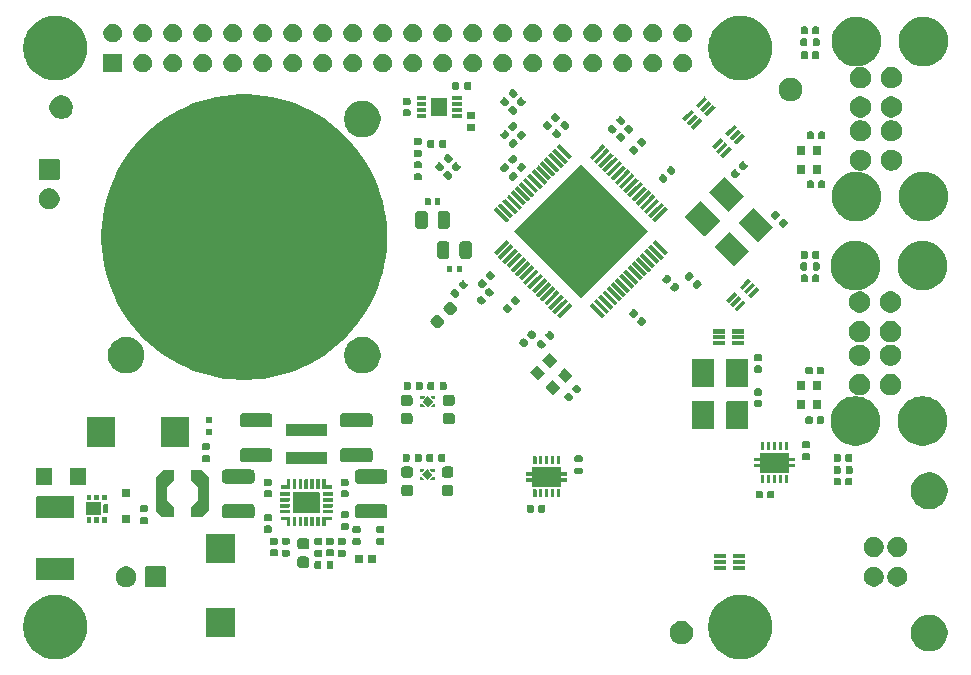
<source format=gbr>
%TF.GenerationSoftware,KiCad,Pcbnew,9.0.0*%
%TF.CreationDate,2025-04-21T08:49:54-05:00*%
%TF.ProjectId,1026 RPi Power Hat,31303236-2052-4506-9920-506f77657220,1*%
%TF.SameCoordinates,PX5f5e100PY8f0d180*%
%TF.FileFunction,Soldermask,Top*%
%TF.FilePolarity,Negative*%
%FSLAX46Y46*%
G04 Gerber Fmt 4.6, Leading zero omitted, Abs format (unit mm)*
G04 Created by KiCad (PCBNEW 9.0.0) date 2025-04-21 08:49:54*
%MOMM*%
%LPD*%
G01*
G04 APERTURE LIST*
G04 APERTURE END LIST*
G36*
X3956521Y6186893D02*
G01*
X4254488Y6118884D01*
X4542965Y6017941D01*
X4818327Y5885334D01*
X5077111Y5722730D01*
X5316061Y5532173D01*
X5532173Y5316061D01*
X5722730Y5077111D01*
X5885334Y4818327D01*
X6017941Y4542965D01*
X6118884Y4254488D01*
X6186893Y3956521D01*
X6221112Y3652814D01*
X6221112Y3347186D01*
X6186893Y3043479D01*
X6118884Y2745512D01*
X6017941Y2457035D01*
X5885334Y2181673D01*
X5722730Y1922889D01*
X5532173Y1683939D01*
X5316061Y1467827D01*
X5077111Y1277270D01*
X4818327Y1114666D01*
X4542965Y982059D01*
X4254488Y881116D01*
X3956521Y813107D01*
X3652814Y778888D01*
X3347186Y778888D01*
X3043479Y813107D01*
X2745512Y881116D01*
X2457035Y982059D01*
X2181673Y1114666D01*
X1922889Y1277270D01*
X1683939Y1467827D01*
X1467827Y1683939D01*
X1277270Y1922889D01*
X1114666Y2181673D01*
X982059Y2457035D01*
X881116Y2745512D01*
X813107Y3043479D01*
X778888Y3347186D01*
X778888Y3652814D01*
X813107Y3956521D01*
X881116Y4254488D01*
X982059Y4542965D01*
X1114666Y4818327D01*
X1277270Y5077111D01*
X1467827Y5316061D01*
X1683939Y5532173D01*
X1922889Y5722730D01*
X2181673Y5885334D01*
X2457035Y6017941D01*
X2745512Y6118884D01*
X3043479Y6186893D01*
X3347186Y6221112D01*
X3652814Y6221112D01*
X3956521Y6186893D01*
G37*
G36*
X61956521Y6186893D02*
G01*
X62254488Y6118884D01*
X62542965Y6017941D01*
X62818327Y5885334D01*
X63077111Y5722730D01*
X63316061Y5532173D01*
X63532173Y5316061D01*
X63722730Y5077111D01*
X63885334Y4818327D01*
X64017941Y4542965D01*
X64118884Y4254488D01*
X64186893Y3956521D01*
X64221112Y3652814D01*
X64221112Y3347186D01*
X64186893Y3043479D01*
X64118884Y2745512D01*
X64017941Y2457035D01*
X63885334Y2181673D01*
X63722730Y1922889D01*
X63532173Y1683939D01*
X63316061Y1467827D01*
X63077111Y1277270D01*
X62818327Y1114666D01*
X62542965Y982059D01*
X62254488Y881116D01*
X61956521Y813107D01*
X61652814Y778888D01*
X61347186Y778888D01*
X61043479Y813107D01*
X60745512Y881116D01*
X60457035Y982059D01*
X60181673Y1114666D01*
X59922889Y1277270D01*
X59683939Y1467827D01*
X59467827Y1683939D01*
X59277270Y1922889D01*
X59114666Y2181673D01*
X58982059Y2457035D01*
X58881116Y2745512D01*
X58813107Y3043479D01*
X58778888Y3347186D01*
X58778888Y3652814D01*
X58813107Y3956521D01*
X58881116Y4254488D01*
X58982059Y4542965D01*
X59114666Y4818327D01*
X59277270Y5077111D01*
X59467827Y5316061D01*
X59683939Y5532173D01*
X59922889Y5722730D01*
X60181673Y5885334D01*
X60457035Y6017941D01*
X60745512Y6118884D01*
X61043479Y6186893D01*
X61347186Y6221112D01*
X61652814Y6221112D01*
X61956521Y6186893D01*
G37*
G36*
X77862307Y4489118D02*
G01*
X78093925Y4413861D01*
X78310918Y4303298D01*
X78507943Y4160150D01*
X78680150Y3987943D01*
X78823298Y3790918D01*
X78933861Y3573925D01*
X79009118Y3342307D01*
X79047216Y3101769D01*
X79047216Y2858231D01*
X79009118Y2617693D01*
X78933861Y2386075D01*
X78823298Y2169082D01*
X78680150Y1972057D01*
X78507943Y1799850D01*
X78310918Y1656702D01*
X78093925Y1546139D01*
X77862307Y1470882D01*
X77621769Y1432784D01*
X77378231Y1432784D01*
X77137693Y1470882D01*
X76906075Y1546139D01*
X76689082Y1656702D01*
X76492057Y1799850D01*
X76319850Y1972057D01*
X76176702Y2169082D01*
X76066139Y2386075D01*
X75990882Y2617693D01*
X75952784Y2858231D01*
X75952784Y3101769D01*
X75990882Y3342307D01*
X76066139Y3573925D01*
X76176702Y3790918D01*
X76319850Y3987943D01*
X76492057Y4160150D01*
X76689082Y4303298D01*
X76906075Y4413861D01*
X77137693Y4489118D01*
X77378231Y4527216D01*
X77621769Y4527216D01*
X77862307Y4489118D01*
G37*
G36*
X56790285Y3956940D02*
G01*
X56971397Y3881921D01*
X57134393Y3773010D01*
X57273010Y3634393D01*
X57381921Y3471397D01*
X57456940Y3290285D01*
X57495185Y3098017D01*
X57495185Y2901983D01*
X57456940Y2709715D01*
X57381921Y2528603D01*
X57273010Y2365607D01*
X57134393Y2226990D01*
X56971397Y2118079D01*
X56790285Y2043060D01*
X56598017Y2004815D01*
X56401983Y2004815D01*
X56209715Y2043060D01*
X56028603Y2118079D01*
X55865607Y2226990D01*
X55726990Y2365607D01*
X55618079Y2528603D01*
X55543060Y2709715D01*
X55504815Y2901983D01*
X55504815Y3098017D01*
X55543060Y3290285D01*
X55618079Y3471397D01*
X55726990Y3634393D01*
X55865607Y3773010D01*
X56028603Y3881921D01*
X56209715Y3956940D01*
X56401983Y3995185D01*
X56598017Y3995185D01*
X56790285Y3956940D01*
G37*
G36*
X18724720Y5088467D02*
G01*
X18732961Y5082961D01*
X18738467Y5074720D01*
X18740400Y5065000D01*
X18740400Y2695000D01*
X18738467Y2685280D01*
X18732961Y2677039D01*
X18724720Y2671533D01*
X18715000Y2669600D01*
X16285000Y2669600D01*
X16275280Y2671533D01*
X16267039Y2677039D01*
X16261533Y2685280D01*
X16259600Y2695000D01*
X16259600Y5065000D01*
X16261533Y5074720D01*
X16267039Y5082961D01*
X16275280Y5088467D01*
X16285000Y5090400D01*
X18715000Y5090400D01*
X18724720Y5088467D01*
G37*
G36*
X12814034Y8600986D02*
G01*
X12847125Y8578875D01*
X12869236Y8545784D01*
X12877000Y8506750D01*
X12877000Y6931750D01*
X12869236Y6892716D01*
X12847125Y6859625D01*
X12814034Y6837514D01*
X12775000Y6829750D01*
X11200000Y6829750D01*
X11160966Y6837514D01*
X11127875Y6859625D01*
X11105764Y6892716D01*
X11098000Y6931750D01*
X11098000Y8506750D01*
X11105764Y8545784D01*
X11127875Y8578875D01*
X11160966Y8600986D01*
X11200000Y8608750D01*
X12775000Y8608750D01*
X12814034Y8600986D01*
G37*
G36*
X9745708Y8570448D02*
G01*
X9906807Y8503719D01*
X10051793Y8406843D01*
X10175093Y8283543D01*
X10271969Y8138557D01*
X10338698Y7977458D01*
X10372717Y7806436D01*
X10372717Y7632064D01*
X10338698Y7461042D01*
X10271969Y7299943D01*
X10175093Y7154957D01*
X10051793Y7031657D01*
X9906807Y6934781D01*
X9745708Y6868052D01*
X9574686Y6834033D01*
X9400314Y6834033D01*
X9229292Y6868052D01*
X9068193Y6934781D01*
X8923207Y7031657D01*
X8799907Y7154957D01*
X8703031Y7299943D01*
X8636302Y7461042D01*
X8602283Y7632064D01*
X8602283Y7806436D01*
X8636302Y7977458D01*
X8703031Y8138557D01*
X8799907Y8283543D01*
X8923207Y8406843D01*
X9068193Y8503719D01*
X9229292Y8570448D01*
X9400314Y8604467D01*
X9574686Y8604467D01*
X9745708Y8570448D01*
G37*
G36*
X73037323Y8565313D02*
G01*
X73191630Y8501397D01*
X73330503Y8408605D01*
X73448605Y8290503D01*
X73541397Y8151630D01*
X73605313Y7997323D01*
X73637897Y7833511D01*
X73637897Y7666489D01*
X73605313Y7502677D01*
X73541397Y7348370D01*
X73448605Y7209497D01*
X73330503Y7091395D01*
X73191630Y6998603D01*
X73037323Y6934687D01*
X72873511Y6902103D01*
X72706489Y6902103D01*
X72542677Y6934687D01*
X72388370Y6998603D01*
X72249497Y7091395D01*
X72131395Y7209497D01*
X72038603Y7348370D01*
X71974687Y7502677D01*
X71942103Y7666489D01*
X71942103Y7833511D01*
X71974687Y7997323D01*
X72038603Y8151630D01*
X72131395Y8290503D01*
X72249497Y8408605D01*
X72388370Y8501397D01*
X72542677Y8565313D01*
X72706489Y8597897D01*
X72873511Y8597897D01*
X73037323Y8565313D01*
G37*
G36*
X75037323Y8565313D02*
G01*
X75191630Y8501397D01*
X75330503Y8408605D01*
X75448605Y8290503D01*
X75541397Y8151630D01*
X75605313Y7997323D01*
X75637897Y7833511D01*
X75637897Y7666489D01*
X75605313Y7502677D01*
X75541397Y7348370D01*
X75448605Y7209497D01*
X75330503Y7091395D01*
X75191630Y6998603D01*
X75037323Y6934687D01*
X74873511Y6902103D01*
X74706489Y6902103D01*
X74542677Y6934687D01*
X74388370Y6998603D01*
X74249497Y7091395D01*
X74131395Y7209497D01*
X74038603Y7348370D01*
X73974687Y7502677D01*
X73942103Y7666489D01*
X73942103Y7833511D01*
X73974687Y7997323D01*
X74038603Y8151630D01*
X74131395Y8290503D01*
X74249497Y8408605D01*
X74388370Y8501397D01*
X74542677Y8565313D01*
X74706489Y8597897D01*
X74873511Y8597897D01*
X75037323Y8565313D01*
G37*
G36*
X5084720Y9298467D02*
G01*
X5092961Y9292961D01*
X5098467Y9284720D01*
X5100400Y9275000D01*
X5100400Y7495000D01*
X5098467Y7485280D01*
X5092961Y7477039D01*
X5084720Y7471533D01*
X5075000Y7469600D01*
X1925000Y7469600D01*
X1915280Y7471533D01*
X1907039Y7477039D01*
X1901533Y7485280D01*
X1899600Y7495000D01*
X1899600Y9275000D01*
X1901533Y9284720D01*
X1907039Y9292961D01*
X1915280Y9298467D01*
X1925000Y9300400D01*
X5075000Y9300400D01*
X5084720Y9298467D01*
G37*
G36*
X60299720Y8673467D02*
G01*
X60307961Y8667961D01*
X60313467Y8659720D01*
X60315400Y8650000D01*
X60315400Y8350000D01*
X60313467Y8340280D01*
X60307961Y8332039D01*
X60299720Y8326533D01*
X60290000Y8324600D01*
X59300000Y8324600D01*
X59290280Y8326533D01*
X59282039Y8332039D01*
X59276533Y8340280D01*
X59274600Y8350000D01*
X59274600Y8650000D01*
X59276533Y8659720D01*
X59282039Y8667961D01*
X59290280Y8673467D01*
X59300000Y8675400D01*
X60290000Y8675400D01*
X60299720Y8673467D01*
G37*
G36*
X61909720Y8673467D02*
G01*
X61917961Y8667961D01*
X61923467Y8659720D01*
X61925400Y8650000D01*
X61925400Y8350000D01*
X61923467Y8340280D01*
X61917961Y8332039D01*
X61909720Y8326533D01*
X61900000Y8324600D01*
X60910000Y8324600D01*
X60900280Y8326533D01*
X60892039Y8332039D01*
X60886533Y8340280D01*
X60884600Y8350000D01*
X60884600Y8650000D01*
X60886533Y8659720D01*
X60892039Y8667961D01*
X60900280Y8673467D01*
X60910000Y8675400D01*
X61900000Y8675400D01*
X61909720Y8673467D01*
G37*
G36*
X25936382Y9063190D02*
G01*
X25988420Y9028420D01*
X26023190Y8976382D01*
X26035400Y8915000D01*
X26035400Y8545000D01*
X26023190Y8483618D01*
X25988420Y8431580D01*
X25936382Y8396810D01*
X25875000Y8384600D01*
X25605000Y8384600D01*
X25543618Y8396810D01*
X25491580Y8431580D01*
X25456810Y8483618D01*
X25444600Y8545000D01*
X25444600Y8915000D01*
X25456810Y8976382D01*
X25491580Y9028420D01*
X25543618Y9063190D01*
X25605000Y9075400D01*
X25875000Y9075400D01*
X25936382Y9063190D01*
G37*
G36*
X26956382Y9063190D02*
G01*
X27008420Y9028420D01*
X27043190Y8976382D01*
X27055400Y8915000D01*
X27055400Y8545000D01*
X27043190Y8483618D01*
X27008420Y8431580D01*
X26956382Y8396810D01*
X26895000Y8384600D01*
X26625000Y8384600D01*
X26563618Y8396810D01*
X26511580Y8431580D01*
X26476810Y8483618D01*
X26464600Y8545000D01*
X26464600Y8915000D01*
X26476810Y8976382D01*
X26511580Y9028420D01*
X26563618Y9063190D01*
X26625000Y9075400D01*
X26895000Y9075400D01*
X26956382Y9063190D01*
G37*
G36*
X24753080Y9449788D02*
G01*
X24805934Y9443656D01*
X24823995Y9435682D01*
X24845824Y9431339D01*
X24869194Y9415724D01*
X24891137Y9406035D01*
X24906121Y9391051D01*
X24927060Y9377060D01*
X24941050Y9356122D01*
X24956034Y9341138D01*
X24965721Y9319198D01*
X24981339Y9295824D01*
X24985681Y9273994D01*
X24993655Y9255935D01*
X24999785Y9203092D01*
X25000400Y9200000D01*
X25000400Y8750000D01*
X24999784Y8746908D01*
X24993655Y8694066D01*
X24985681Y8676009D01*
X24981339Y8654176D01*
X24965720Y8630801D01*
X24956034Y8608863D01*
X24941052Y8593882D01*
X24927060Y8572940D01*
X24906118Y8558948D01*
X24891137Y8543966D01*
X24869199Y8534280D01*
X24845824Y8518661D01*
X24823991Y8514319D01*
X24805934Y8506345D01*
X24753092Y8500216D01*
X24750000Y8499600D01*
X24250000Y8499600D01*
X24246908Y8500215D01*
X24194065Y8506345D01*
X24176006Y8514319D01*
X24154176Y8518661D01*
X24130802Y8534279D01*
X24108862Y8543966D01*
X24093878Y8558950D01*
X24072940Y8572940D01*
X24058949Y8593879D01*
X24043965Y8608863D01*
X24034276Y8630806D01*
X24018661Y8654176D01*
X24014318Y8676005D01*
X24006344Y8694066D01*
X24000212Y8746920D01*
X23999600Y8750000D01*
X23999600Y9200000D01*
X24000212Y9203080D01*
X24006344Y9255935D01*
X24014319Y9273998D01*
X24018661Y9295824D01*
X24034275Y9319193D01*
X24043965Y9341138D01*
X24058951Y9356125D01*
X24072940Y9377060D01*
X24093875Y9391049D01*
X24108862Y9406035D01*
X24130807Y9415725D01*
X24154176Y9431339D01*
X24176002Y9435681D01*
X24194065Y9443656D01*
X24246920Y9449788D01*
X24250000Y9450400D01*
X24750000Y9450400D01*
X24753080Y9449788D01*
G37*
G36*
X60299720Y9173467D02*
G01*
X60307961Y9167961D01*
X60313467Y9159720D01*
X60315400Y9150000D01*
X60315400Y8850000D01*
X60313467Y8840280D01*
X60307961Y8832039D01*
X60299720Y8826533D01*
X60290000Y8824600D01*
X59300000Y8824600D01*
X59290280Y8826533D01*
X59282039Y8832039D01*
X59276533Y8840280D01*
X59274600Y8850000D01*
X59274600Y9150000D01*
X59276533Y9159720D01*
X59282039Y9167961D01*
X59290280Y9173467D01*
X59300000Y9175400D01*
X60290000Y9175400D01*
X60299720Y9173467D01*
G37*
G36*
X61909720Y9173467D02*
G01*
X61917961Y9167961D01*
X61923467Y9159720D01*
X61925400Y9150000D01*
X61925400Y8850000D01*
X61923467Y8840280D01*
X61917961Y8832039D01*
X61909720Y8826533D01*
X61900000Y8824600D01*
X60910000Y8824600D01*
X60900280Y8826533D01*
X60892039Y8832039D01*
X60886533Y8840280D01*
X60884600Y8850000D01*
X60884600Y9150000D01*
X60886533Y9159720D01*
X60892039Y9167961D01*
X60900280Y9173467D01*
X60910000Y9175400D01*
X61900000Y9175400D01*
X61909720Y9173467D01*
G37*
G36*
X18724720Y11328467D02*
G01*
X18732961Y11322961D01*
X18738467Y11314720D01*
X18740400Y11305000D01*
X18740400Y8935000D01*
X18738467Y8925280D01*
X18732961Y8917039D01*
X18724720Y8911533D01*
X18715000Y8909600D01*
X16285000Y8909600D01*
X16275280Y8911533D01*
X16267039Y8917039D01*
X16261533Y8925280D01*
X16259600Y8935000D01*
X16259600Y11305000D01*
X16261533Y11314720D01*
X16267039Y11322961D01*
X16275280Y11328467D01*
X16285000Y11330400D01*
X18715000Y11330400D01*
X18724720Y11328467D01*
G37*
G36*
X29509720Y9573467D02*
G01*
X29517961Y9567961D01*
X29523467Y9559720D01*
X29525400Y9550000D01*
X29525400Y8950000D01*
X29523467Y8940280D01*
X29517961Y8932039D01*
X29509720Y8926533D01*
X29500000Y8924600D01*
X28900000Y8924600D01*
X28890280Y8926533D01*
X28882039Y8932039D01*
X28876533Y8940280D01*
X28874600Y8950000D01*
X28874600Y9550000D01*
X28876533Y9559720D01*
X28882039Y9567961D01*
X28890280Y9573467D01*
X28900000Y9575400D01*
X29500000Y9575400D01*
X29509720Y9573467D01*
G37*
G36*
X30609720Y9573467D02*
G01*
X30617961Y9567961D01*
X30623467Y9559720D01*
X30625400Y9550000D01*
X30625400Y8950000D01*
X30623467Y8940280D01*
X30617961Y8932039D01*
X30609720Y8926533D01*
X30600000Y8924600D01*
X30000000Y8924600D01*
X29990280Y8926533D01*
X29982039Y8932039D01*
X29976533Y8940280D01*
X29974600Y8950000D01*
X29974600Y9550000D01*
X29976533Y9559720D01*
X29982039Y9567961D01*
X29990280Y9573467D01*
X30000000Y9575400D01*
X30600000Y9575400D01*
X30609720Y9573467D01*
G37*
G36*
X60299720Y9673467D02*
G01*
X60307961Y9667961D01*
X60313467Y9659720D01*
X60315400Y9650000D01*
X60315400Y9350000D01*
X60313467Y9340280D01*
X60307961Y9332039D01*
X60299720Y9326533D01*
X60290000Y9324600D01*
X59300000Y9324600D01*
X59290280Y9326533D01*
X59282039Y9332039D01*
X59276533Y9340280D01*
X59274600Y9350000D01*
X59274600Y9650000D01*
X59276533Y9659720D01*
X59282039Y9667961D01*
X59290280Y9673467D01*
X59300000Y9675400D01*
X60290000Y9675400D01*
X60299720Y9673467D01*
G37*
G36*
X61909720Y9673467D02*
G01*
X61917961Y9667961D01*
X61923467Y9659720D01*
X61925400Y9650000D01*
X61925400Y9350000D01*
X61923467Y9340280D01*
X61917961Y9332039D01*
X61909720Y9326533D01*
X61900000Y9324600D01*
X60910000Y9324600D01*
X60900280Y9326533D01*
X60892039Y9332039D01*
X60886533Y9340280D01*
X60884600Y9350000D01*
X60884600Y9650000D01*
X60886533Y9659720D01*
X60892039Y9667961D01*
X60900280Y9673467D01*
X60910000Y9675400D01*
X61900000Y9675400D01*
X61909720Y9673467D01*
G37*
G36*
X73037323Y11065313D02*
G01*
X73191630Y11001397D01*
X73330503Y10908605D01*
X73448605Y10790503D01*
X73541397Y10651630D01*
X73605313Y10497323D01*
X73637897Y10333511D01*
X73637897Y10166489D01*
X73605313Y10002677D01*
X73541397Y9848370D01*
X73448605Y9709497D01*
X73330503Y9591395D01*
X73191630Y9498603D01*
X73037323Y9434687D01*
X72873511Y9402103D01*
X72706489Y9402103D01*
X72542677Y9434687D01*
X72388370Y9498603D01*
X72249497Y9591395D01*
X72131395Y9709497D01*
X72038603Y9848370D01*
X71974687Y10002677D01*
X71942103Y10166489D01*
X71942103Y10333511D01*
X71974687Y10497323D01*
X72038603Y10651630D01*
X72131395Y10790503D01*
X72249497Y10908605D01*
X72388370Y11001397D01*
X72542677Y11065313D01*
X72706489Y11097897D01*
X72873511Y11097897D01*
X73037323Y11065313D01*
G37*
G36*
X75037323Y11065313D02*
G01*
X75191630Y11001397D01*
X75330503Y10908605D01*
X75448605Y10790503D01*
X75541397Y10651630D01*
X75605313Y10497323D01*
X75637897Y10333511D01*
X75637897Y10166489D01*
X75605313Y10002677D01*
X75541397Y9848370D01*
X75448605Y9709497D01*
X75330503Y9591395D01*
X75191630Y9498603D01*
X75037323Y9434687D01*
X74873511Y9402103D01*
X74706489Y9402103D01*
X74542677Y9434687D01*
X74388370Y9498603D01*
X74249497Y9591395D01*
X74131395Y9709497D01*
X74038603Y9848370D01*
X73974687Y10002677D01*
X73942103Y10166489D01*
X73942103Y10333511D01*
X73974687Y10497323D01*
X74038603Y10651630D01*
X74131395Y10790503D01*
X74249497Y10908605D01*
X74388370Y11001397D01*
X74542677Y11065313D01*
X74706489Y11097897D01*
X74873511Y11097897D01*
X75037323Y11065313D01*
G37*
G36*
X25996382Y10003190D02*
G01*
X26048420Y9968420D01*
X26083190Y9916382D01*
X26095400Y9855000D01*
X26095400Y9585000D01*
X26083190Y9523618D01*
X26048420Y9471580D01*
X25996382Y9436810D01*
X25935000Y9424600D01*
X25565000Y9424600D01*
X25503618Y9436810D01*
X25451580Y9471580D01*
X25416810Y9523618D01*
X25404600Y9585000D01*
X25404600Y9855000D01*
X25416810Y9916382D01*
X25451580Y9968420D01*
X25503618Y10003190D01*
X25565000Y10015400D01*
X25935000Y10015400D01*
X25996382Y10003190D01*
G37*
G36*
X27996382Y10003190D02*
G01*
X28048420Y9968420D01*
X28083190Y9916382D01*
X28095400Y9855000D01*
X28095400Y9585000D01*
X28083190Y9523618D01*
X28048420Y9471580D01*
X27996382Y9436810D01*
X27935000Y9424600D01*
X27565000Y9424600D01*
X27503618Y9436810D01*
X27451580Y9471580D01*
X27416810Y9523618D01*
X27404600Y9585000D01*
X27404600Y9855000D01*
X27416810Y9916382D01*
X27451580Y9968420D01*
X27503618Y10003190D01*
X27565000Y10015400D01*
X27935000Y10015400D01*
X27996382Y10003190D01*
G37*
G36*
X23246382Y10023190D02*
G01*
X23298420Y9988420D01*
X23333190Y9936382D01*
X23345400Y9875000D01*
X23345400Y9605000D01*
X23333190Y9543618D01*
X23298420Y9491580D01*
X23246382Y9456810D01*
X23185000Y9444600D01*
X22815000Y9444600D01*
X22753618Y9456810D01*
X22701580Y9491580D01*
X22666810Y9543618D01*
X22654600Y9605000D01*
X22654600Y9875000D01*
X22666810Y9936382D01*
X22701580Y9988420D01*
X22753618Y10023190D01*
X22815000Y10035400D01*
X23185000Y10035400D01*
X23246382Y10023190D01*
G37*
G36*
X22233296Y10062810D02*
G01*
X22286955Y10026955D01*
X22322810Y9973296D01*
X22335400Y9910000D01*
X22335400Y9630000D01*
X22322810Y9566704D01*
X22286955Y9513045D01*
X22233296Y9477190D01*
X22170000Y9464600D01*
X21830000Y9464600D01*
X21766704Y9477190D01*
X21713045Y9513045D01*
X21677190Y9566704D01*
X21664600Y9630000D01*
X21664600Y9910000D01*
X21677190Y9973296D01*
X21713045Y10026955D01*
X21766704Y10062810D01*
X21830000Y10075400D01*
X22170000Y10075400D01*
X22233296Y10062810D01*
G37*
G36*
X26983296Y10062810D02*
G01*
X27036955Y10026955D01*
X27072810Y9973296D01*
X27085400Y9910000D01*
X27085400Y9630000D01*
X27072810Y9566704D01*
X27036955Y9513045D01*
X26983296Y9477190D01*
X26920000Y9464600D01*
X26580000Y9464600D01*
X26516704Y9477190D01*
X26463045Y9513045D01*
X26427190Y9566704D01*
X26414600Y9630000D01*
X26414600Y9910000D01*
X26427190Y9973296D01*
X26463045Y10026955D01*
X26516704Y10062810D01*
X26580000Y10075400D01*
X26920000Y10075400D01*
X26983296Y10062810D01*
G37*
G36*
X24753080Y10999788D02*
G01*
X24805934Y10993656D01*
X24823995Y10985682D01*
X24845824Y10981339D01*
X24869194Y10965724D01*
X24891137Y10956035D01*
X24906121Y10941051D01*
X24927060Y10927060D01*
X24941050Y10906122D01*
X24956034Y10891138D01*
X24965721Y10869198D01*
X24981339Y10845824D01*
X24985681Y10823994D01*
X24993655Y10805935D01*
X24999785Y10753092D01*
X25000400Y10750000D01*
X25000400Y10300000D01*
X24999784Y10296908D01*
X24993655Y10244066D01*
X24985681Y10226009D01*
X24981339Y10204176D01*
X24965720Y10180801D01*
X24956034Y10158863D01*
X24941052Y10143882D01*
X24927060Y10122940D01*
X24906118Y10108948D01*
X24891137Y10093966D01*
X24869199Y10084280D01*
X24845824Y10068661D01*
X24823991Y10064319D01*
X24805934Y10056345D01*
X24753092Y10050216D01*
X24750000Y10049600D01*
X24250000Y10049600D01*
X24246908Y10050215D01*
X24194065Y10056345D01*
X24176006Y10064319D01*
X24154176Y10068661D01*
X24130802Y10084279D01*
X24108862Y10093966D01*
X24093878Y10108950D01*
X24072940Y10122940D01*
X24058949Y10143879D01*
X24043965Y10158863D01*
X24034276Y10180806D01*
X24018661Y10204176D01*
X24014318Y10226005D01*
X24006344Y10244066D01*
X24000212Y10296920D01*
X23999600Y10300000D01*
X23999600Y10750000D01*
X24000212Y10753080D01*
X24006344Y10805935D01*
X24014319Y10823998D01*
X24018661Y10845824D01*
X24034275Y10869193D01*
X24043965Y10891138D01*
X24058951Y10906125D01*
X24072940Y10927060D01*
X24093875Y10941049D01*
X24108862Y10956035D01*
X24130807Y10965725D01*
X24154176Y10981339D01*
X24176002Y10985681D01*
X24194065Y10993656D01*
X24246920Y10999788D01*
X24250000Y11000400D01*
X24750000Y11000400D01*
X24753080Y10999788D01*
G37*
G36*
X22233296Y11022810D02*
G01*
X22286955Y10986955D01*
X22322810Y10933296D01*
X22335400Y10870000D01*
X22335400Y10590000D01*
X22322810Y10526704D01*
X22286955Y10473045D01*
X22233296Y10437190D01*
X22170000Y10424600D01*
X21830000Y10424600D01*
X21766704Y10437190D01*
X21713045Y10473045D01*
X21677190Y10526704D01*
X21664600Y10590000D01*
X21664600Y10870000D01*
X21677190Y10933296D01*
X21713045Y10986955D01*
X21766704Y11022810D01*
X21830000Y11035400D01*
X22170000Y11035400D01*
X22233296Y11022810D01*
G37*
G36*
X26983296Y11022810D02*
G01*
X27036955Y10986955D01*
X27072810Y10933296D01*
X27085400Y10870000D01*
X27085400Y10590000D01*
X27072810Y10526704D01*
X27036955Y10473045D01*
X26983296Y10437190D01*
X26920000Y10424600D01*
X26580000Y10424600D01*
X26516704Y10437190D01*
X26463045Y10473045D01*
X26427190Y10526704D01*
X26414600Y10590000D01*
X26414600Y10870000D01*
X26427190Y10933296D01*
X26463045Y10986955D01*
X26516704Y11022810D01*
X26580000Y11035400D01*
X26920000Y11035400D01*
X26983296Y11022810D01*
G37*
G36*
X25996382Y11023190D02*
G01*
X26048420Y10988420D01*
X26083190Y10936382D01*
X26095400Y10875000D01*
X26095400Y10605000D01*
X26083190Y10543618D01*
X26048420Y10491580D01*
X25996382Y10456810D01*
X25935000Y10444600D01*
X25565000Y10444600D01*
X25503618Y10456810D01*
X25451580Y10491580D01*
X25416810Y10543618D01*
X25404600Y10605000D01*
X25404600Y10875000D01*
X25416810Y10936382D01*
X25451580Y10988420D01*
X25503618Y11023190D01*
X25565000Y11035400D01*
X25935000Y11035400D01*
X25996382Y11023190D01*
G37*
G36*
X27996382Y11023190D02*
G01*
X28048420Y10988420D01*
X28083190Y10936382D01*
X28095400Y10875000D01*
X28095400Y10605000D01*
X28083190Y10543618D01*
X28048420Y10491580D01*
X27996382Y10456810D01*
X27935000Y10444600D01*
X27565000Y10444600D01*
X27503618Y10456810D01*
X27451580Y10491580D01*
X27416810Y10543618D01*
X27404600Y10605000D01*
X27404600Y10875000D01*
X27416810Y10936382D01*
X27451580Y10988420D01*
X27503618Y11023190D01*
X27565000Y11035400D01*
X27935000Y11035400D01*
X27996382Y11023190D01*
G37*
G36*
X29246382Y11023190D02*
G01*
X29298420Y10988420D01*
X29333190Y10936382D01*
X29345400Y10875000D01*
X29345400Y10605000D01*
X29333190Y10543618D01*
X29298420Y10491580D01*
X29246382Y10456810D01*
X29185000Y10444600D01*
X28815000Y10444600D01*
X28753618Y10456810D01*
X28701580Y10491580D01*
X28666810Y10543618D01*
X28654600Y10605000D01*
X28654600Y10875000D01*
X28666810Y10936382D01*
X28701580Y10988420D01*
X28753618Y11023190D01*
X28815000Y11035400D01*
X29185000Y11035400D01*
X29246382Y11023190D01*
G37*
G36*
X31246382Y11023190D02*
G01*
X31298420Y10988420D01*
X31333190Y10936382D01*
X31345400Y10875000D01*
X31345400Y10605000D01*
X31333190Y10543618D01*
X31298420Y10491580D01*
X31246382Y10456810D01*
X31185000Y10444600D01*
X30815000Y10444600D01*
X30753618Y10456810D01*
X30701580Y10491580D01*
X30666810Y10543618D01*
X30654600Y10605000D01*
X30654600Y10875000D01*
X30666810Y10936382D01*
X30701580Y10988420D01*
X30753618Y11023190D01*
X30815000Y11035400D01*
X31185000Y11035400D01*
X31246382Y11023190D01*
G37*
G36*
X23246382Y11043190D02*
G01*
X23298420Y11008420D01*
X23333190Y10956382D01*
X23345400Y10895000D01*
X23345400Y10625000D01*
X23333190Y10563618D01*
X23298420Y10511580D01*
X23246382Y10476810D01*
X23185000Y10464600D01*
X22815000Y10464600D01*
X22753618Y10476810D01*
X22701580Y10511580D01*
X22666810Y10563618D01*
X22654600Y10625000D01*
X22654600Y10895000D01*
X22666810Y10956382D01*
X22701580Y11008420D01*
X22753618Y11043190D01*
X22815000Y11055400D01*
X23185000Y11055400D01*
X23246382Y11043190D01*
G37*
G36*
X21733296Y12062810D02*
G01*
X21786955Y12026955D01*
X21822810Y11973296D01*
X21835400Y11910000D01*
X21835400Y11630000D01*
X21822810Y11566704D01*
X21786955Y11513045D01*
X21733296Y11477190D01*
X21670000Y11464600D01*
X21330000Y11464600D01*
X21266704Y11477190D01*
X21213045Y11513045D01*
X21177190Y11566704D01*
X21164600Y11630000D01*
X21164600Y11910000D01*
X21177190Y11973296D01*
X21213045Y12026955D01*
X21266704Y12062810D01*
X21330000Y12075400D01*
X21670000Y12075400D01*
X21733296Y12062810D01*
G37*
G36*
X29246382Y12043190D02*
G01*
X29298420Y12008420D01*
X29333190Y11956382D01*
X29345400Y11895000D01*
X29345400Y11625000D01*
X29333190Y11563618D01*
X29298420Y11511580D01*
X29246382Y11476810D01*
X29185000Y11464600D01*
X28815000Y11464600D01*
X28753618Y11476810D01*
X28701580Y11511580D01*
X28666810Y11563618D01*
X28654600Y11625000D01*
X28654600Y11895000D01*
X28666810Y11956382D01*
X28701580Y12008420D01*
X28753618Y12043190D01*
X28815000Y12055400D01*
X29185000Y12055400D01*
X29246382Y12043190D01*
G37*
G36*
X31246382Y12043190D02*
G01*
X31298420Y12008420D01*
X31333190Y11956382D01*
X31345400Y11895000D01*
X31345400Y11625000D01*
X31333190Y11563618D01*
X31298420Y11511580D01*
X31246382Y11476810D01*
X31185000Y11464600D01*
X30815000Y11464600D01*
X30753618Y11476810D01*
X30701580Y11511580D01*
X30666810Y11563618D01*
X30654600Y11625000D01*
X30654600Y11895000D01*
X30666810Y11956382D01*
X30701580Y12008420D01*
X30753618Y12043190D01*
X30815000Y12055400D01*
X31185000Y12055400D01*
X31246382Y12043190D01*
G37*
G36*
X28246382Y12273190D02*
G01*
X28298420Y12238420D01*
X28333190Y12186382D01*
X28345400Y12125000D01*
X28345400Y11855000D01*
X28333190Y11793618D01*
X28298420Y11741580D01*
X28246382Y11706810D01*
X28185000Y11694600D01*
X27815000Y11694600D01*
X27753618Y11706810D01*
X27701580Y11741580D01*
X27666810Y11793618D01*
X27654600Y11855000D01*
X27654600Y12125000D01*
X27666810Y12186382D01*
X27701580Y12238420D01*
X27753618Y12273190D01*
X27815000Y12285400D01*
X28185000Y12285400D01*
X28246382Y12273190D01*
G37*
G36*
X23398118Y12827495D02*
G01*
X23407022Y12805999D01*
X23407022Y12043999D01*
X23398118Y12022503D01*
X23376622Y12013599D01*
X23369043Y12013599D01*
X23130201Y12013599D01*
X23122622Y12013599D01*
X23101126Y12022503D01*
X23092222Y12043999D01*
X23092222Y12499279D01*
X23069904Y12521597D01*
X22614622Y12521597D01*
X22593126Y12530501D01*
X22584222Y12551997D01*
X22584222Y12805997D01*
X22593126Y12827493D01*
X22614622Y12836397D01*
X22622197Y12836398D01*
X22622200Y12836398D01*
X23122619Y12836398D01*
X23122622Y12836399D01*
X23376622Y12836399D01*
X23398118Y12827495D01*
G37*
G36*
X26877799Y12836398D02*
G01*
X26877801Y12836398D01*
X26885378Y12836397D01*
X26906874Y12827493D01*
X26915778Y12805997D01*
X26915778Y12551997D01*
X26906874Y12530501D01*
X26885378Y12521597D01*
X26877799Y12521597D01*
X26430096Y12521597D01*
X26407778Y12499279D01*
X26407778Y12043999D01*
X26398874Y12022503D01*
X26377378Y12013599D01*
X26369799Y12013599D01*
X26130957Y12013599D01*
X26123378Y12013599D01*
X26101882Y12022503D01*
X26092978Y12043999D01*
X26092978Y12805999D01*
X26101882Y12827495D01*
X26123378Y12836399D01*
X26130955Y12836399D01*
X26130956Y12836399D01*
X26877799Y12836398D01*
G37*
G36*
X23886468Y12829466D02*
G01*
X23894709Y12823960D01*
X23900215Y12815719D01*
X23902148Y12805999D01*
X23902148Y12043999D01*
X23900215Y12034279D01*
X23894709Y12026038D01*
X23886468Y12020532D01*
X23876748Y12018599D01*
X23622748Y12018599D01*
X23613028Y12020532D01*
X23604787Y12026038D01*
X23599281Y12034279D01*
X23597348Y12043999D01*
X23597348Y12805999D01*
X23599281Y12815719D01*
X23604787Y12823960D01*
X23613028Y12829466D01*
X23622748Y12831399D01*
X23876748Y12831399D01*
X23886468Y12829466D01*
G37*
G36*
X24386594Y12829466D02*
G01*
X24394835Y12823960D01*
X24400341Y12815719D01*
X24402274Y12805999D01*
X24402274Y12043999D01*
X24400341Y12034279D01*
X24394835Y12026038D01*
X24386594Y12020532D01*
X24376874Y12018599D01*
X24122874Y12018599D01*
X24113154Y12020532D01*
X24104913Y12026038D01*
X24099407Y12034279D01*
X24097474Y12043999D01*
X24097474Y12805999D01*
X24099407Y12815719D01*
X24104913Y12823960D01*
X24113154Y12829466D01*
X24122874Y12831399D01*
X24376874Y12831399D01*
X24386594Y12829466D01*
G37*
G36*
X24886720Y12829466D02*
G01*
X24894961Y12823960D01*
X24900467Y12815719D01*
X24902400Y12805999D01*
X24902400Y12043999D01*
X24900467Y12034279D01*
X24894961Y12026038D01*
X24886720Y12020532D01*
X24877000Y12018599D01*
X24623000Y12018599D01*
X24613280Y12020532D01*
X24605039Y12026038D01*
X24599533Y12034279D01*
X24597600Y12043999D01*
X24597600Y12805999D01*
X24599533Y12815719D01*
X24605039Y12823960D01*
X24613280Y12829466D01*
X24623000Y12831399D01*
X24877000Y12831399D01*
X24886720Y12829466D01*
G37*
G36*
X25386846Y12829466D02*
G01*
X25395087Y12823960D01*
X25400593Y12815719D01*
X25402526Y12805999D01*
X25402526Y12043999D01*
X25400593Y12034279D01*
X25395087Y12026038D01*
X25386846Y12020532D01*
X25377126Y12018599D01*
X25123126Y12018599D01*
X25113406Y12020532D01*
X25105165Y12026038D01*
X25099659Y12034279D01*
X25097726Y12043999D01*
X25097726Y12805999D01*
X25099659Y12815719D01*
X25105165Y12823960D01*
X25113406Y12829466D01*
X25123126Y12831399D01*
X25377126Y12831399D01*
X25386846Y12829466D01*
G37*
G36*
X25886972Y12829466D02*
G01*
X25895213Y12823960D01*
X25900719Y12815719D01*
X25902652Y12805999D01*
X25902652Y12043999D01*
X25900719Y12034279D01*
X25895213Y12026038D01*
X25886972Y12020532D01*
X25877252Y12018599D01*
X25623252Y12018599D01*
X25613532Y12020532D01*
X25605291Y12026038D01*
X25599785Y12034279D01*
X25597852Y12043999D01*
X25597852Y12805999D01*
X25599785Y12815719D01*
X25605291Y12823960D01*
X25613532Y12829466D01*
X25623252Y12831399D01*
X25877252Y12831399D01*
X25886972Y12829466D01*
G37*
G36*
X11246382Y12773190D02*
G01*
X11298420Y12738420D01*
X11333190Y12686382D01*
X11345400Y12625000D01*
X11345400Y12355000D01*
X11333190Y12293618D01*
X11298420Y12241580D01*
X11246382Y12206810D01*
X11185000Y12194600D01*
X10815000Y12194600D01*
X10753618Y12206810D01*
X10701580Y12241580D01*
X10666810Y12293618D01*
X10654600Y12355000D01*
X10654600Y12625000D01*
X10666810Y12686382D01*
X10701580Y12738420D01*
X10753618Y12773190D01*
X10815000Y12785400D01*
X11185000Y12785400D01*
X11246382Y12773190D01*
G37*
G36*
X6534720Y12803467D02*
G01*
X6542961Y12797961D01*
X6548467Y12789720D01*
X6550400Y12780000D01*
X6550400Y12350000D01*
X6548467Y12340280D01*
X6542961Y12332039D01*
X6534720Y12326533D01*
X6525000Y12324600D01*
X6175000Y12324600D01*
X6165280Y12326533D01*
X6157039Y12332039D01*
X6151533Y12340280D01*
X6149600Y12350000D01*
X6149600Y12780000D01*
X6151533Y12789720D01*
X6157039Y12797961D01*
X6165280Y12803467D01*
X6175000Y12805400D01*
X6525000Y12805400D01*
X6534720Y12803467D01*
G37*
G36*
X7184720Y12803467D02*
G01*
X7192961Y12797961D01*
X7198467Y12789720D01*
X7200400Y12780000D01*
X7200400Y12350000D01*
X7198467Y12340280D01*
X7192961Y12332039D01*
X7184720Y12326533D01*
X7175000Y12324600D01*
X6825000Y12324600D01*
X6815280Y12326533D01*
X6807039Y12332039D01*
X6801533Y12340280D01*
X6799600Y12350000D01*
X6799600Y12780000D01*
X6801533Y12789720D01*
X6807039Y12797961D01*
X6815280Y12803467D01*
X6825000Y12805400D01*
X7175000Y12805400D01*
X7184720Y12803467D01*
G37*
G36*
X7834720Y12803467D02*
G01*
X7842961Y12797961D01*
X7848467Y12789720D01*
X7850400Y12780000D01*
X7850400Y12350000D01*
X7848467Y12340280D01*
X7842961Y12332039D01*
X7834720Y12326533D01*
X7825000Y12324600D01*
X7475000Y12324600D01*
X7465280Y12326533D01*
X7457039Y12332039D01*
X7451533Y12340280D01*
X7449600Y12350000D01*
X7449600Y12780000D01*
X7451533Y12789720D01*
X7457039Y12797961D01*
X7465280Y12803467D01*
X7475000Y12805400D01*
X7825000Y12805400D01*
X7834720Y12803467D01*
G37*
G36*
X9809720Y12973467D02*
G01*
X9817961Y12967961D01*
X9823467Y12959720D01*
X9825400Y12950000D01*
X9825400Y12350000D01*
X9823467Y12340280D01*
X9817961Y12332039D01*
X9809720Y12326533D01*
X9800000Y12324600D01*
X9200000Y12324600D01*
X9190280Y12326533D01*
X9182039Y12332039D01*
X9176533Y12340280D01*
X9174600Y12350000D01*
X9174600Y12950000D01*
X9176533Y12959720D01*
X9182039Y12967961D01*
X9190280Y12973467D01*
X9200000Y12975400D01*
X9800000Y12975400D01*
X9809720Y12973467D01*
G37*
G36*
X21733296Y13022810D02*
G01*
X21786955Y12986955D01*
X21822810Y12933296D01*
X21835400Y12870000D01*
X21835400Y12590000D01*
X21822810Y12526704D01*
X21786955Y12473045D01*
X21733296Y12437190D01*
X21670000Y12424600D01*
X21330000Y12424600D01*
X21266704Y12437190D01*
X21213045Y12473045D01*
X21177190Y12526704D01*
X21164600Y12590000D01*
X21164600Y12870000D01*
X21177190Y12933296D01*
X21213045Y12986955D01*
X21266704Y13022810D01*
X21330000Y13035400D01*
X21670000Y13035400D01*
X21733296Y13022810D01*
G37*
G36*
X20104885Y13874429D02*
G01*
X20170353Y13865810D01*
X20186823Y13858130D01*
X20205391Y13854436D01*
X20229986Y13838002D01*
X20257626Y13825113D01*
X20274439Y13808300D01*
X20294737Y13794737D01*
X20308299Y13774440D01*
X20325112Y13757627D01*
X20337999Y13729990D01*
X20354436Y13705391D01*
X20358129Y13686822D01*
X20365809Y13670354D01*
X20374425Y13604899D01*
X20375400Y13600000D01*
X20375400Y12950000D01*
X20374425Y12945100D01*
X20365809Y12879647D01*
X20358130Y12863180D01*
X20354436Y12844609D01*
X20337998Y12820009D01*
X20325112Y12792374D01*
X20308301Y12775564D01*
X20294737Y12755263D01*
X20274436Y12741699D01*
X20257626Y12724888D01*
X20229991Y12712002D01*
X20205391Y12695564D01*
X20186820Y12691870D01*
X20170353Y12684191D01*
X20104900Y12675575D01*
X20100000Y12674600D01*
X17900000Y12674600D01*
X17895101Y12675575D01*
X17829646Y12684191D01*
X17813178Y12691871D01*
X17794609Y12695564D01*
X17770010Y12712001D01*
X17742373Y12724888D01*
X17725560Y12741701D01*
X17705263Y12755263D01*
X17691700Y12775561D01*
X17674887Y12792374D01*
X17661998Y12820014D01*
X17645564Y12844609D01*
X17641870Y12863177D01*
X17634190Y12879647D01*
X17625571Y12945115D01*
X17624600Y12950000D01*
X17624600Y13600000D01*
X17625571Y13604884D01*
X17634190Y13670354D01*
X17641871Y13686826D01*
X17645564Y13705391D01*
X17661996Y13729985D01*
X17674887Y13757627D01*
X17691703Y13774444D01*
X17705263Y13794737D01*
X17725556Y13808297D01*
X17742373Y13825113D01*
X17770015Y13838004D01*
X17794609Y13854436D01*
X17813174Y13858129D01*
X17829646Y13865810D01*
X17895116Y13874429D01*
X17900000Y13875400D01*
X20100000Y13875400D01*
X20104885Y13874429D01*
G37*
G36*
X31354885Y13874429D02*
G01*
X31420353Y13865810D01*
X31436823Y13858130D01*
X31455391Y13854436D01*
X31479986Y13838002D01*
X31507626Y13825113D01*
X31524439Y13808300D01*
X31544737Y13794737D01*
X31558299Y13774440D01*
X31575112Y13757627D01*
X31587999Y13729990D01*
X31604436Y13705391D01*
X31608129Y13686822D01*
X31615809Y13670354D01*
X31624425Y13604899D01*
X31625400Y13600000D01*
X31625400Y12950000D01*
X31624425Y12945100D01*
X31615809Y12879647D01*
X31608130Y12863180D01*
X31604436Y12844609D01*
X31587998Y12820009D01*
X31575112Y12792374D01*
X31558301Y12775564D01*
X31544737Y12755263D01*
X31524436Y12741699D01*
X31507626Y12724888D01*
X31479991Y12712002D01*
X31455391Y12695564D01*
X31436820Y12691870D01*
X31420353Y12684191D01*
X31354900Y12675575D01*
X31350000Y12674600D01*
X29150000Y12674600D01*
X29145101Y12675575D01*
X29079646Y12684191D01*
X29063178Y12691871D01*
X29044609Y12695564D01*
X29020010Y12712001D01*
X28992373Y12724888D01*
X28975560Y12741701D01*
X28955263Y12755263D01*
X28941700Y12775561D01*
X28924887Y12792374D01*
X28911998Y12820014D01*
X28895564Y12844609D01*
X28891870Y12863177D01*
X28884190Y12879647D01*
X28875571Y12945115D01*
X28874600Y12950000D01*
X28874600Y13600000D01*
X28875571Y13604884D01*
X28884190Y13670354D01*
X28891871Y13686826D01*
X28895564Y13705391D01*
X28911996Y13729985D01*
X28924887Y13757627D01*
X28941703Y13774444D01*
X28955263Y13794737D01*
X28975556Y13808297D01*
X28992373Y13825113D01*
X29020015Y13838004D01*
X29044609Y13854436D01*
X29063174Y13858129D01*
X29079646Y13865810D01*
X29145116Y13874429D01*
X29150000Y13875400D01*
X31350000Y13875400D01*
X31354885Y13874429D01*
G37*
G36*
X5084720Y14528467D02*
G01*
X5092961Y14522961D01*
X5098467Y14514720D01*
X5100400Y14505000D01*
X5100400Y12725000D01*
X5098467Y12715280D01*
X5092961Y12707039D01*
X5084720Y12701533D01*
X5075000Y12699600D01*
X1925000Y12699600D01*
X1915280Y12701533D01*
X1907039Y12707039D01*
X1901533Y12715280D01*
X1899600Y12725000D01*
X1899600Y14505000D01*
X1901533Y14514720D01*
X1907039Y14522961D01*
X1915280Y14528467D01*
X1925000Y14530400D01*
X5075000Y14530400D01*
X5084720Y14528467D01*
G37*
G36*
X28246382Y13293190D02*
G01*
X28298420Y13258420D01*
X28333190Y13206382D01*
X28345400Y13145000D01*
X28345400Y12875000D01*
X28333190Y12813618D01*
X28298420Y12761580D01*
X28246382Y12726810D01*
X28185000Y12714600D01*
X27815000Y12714600D01*
X27753618Y12726810D01*
X27701580Y12761580D01*
X27666810Y12813618D01*
X27654600Y12875000D01*
X27654600Y13145000D01*
X27666810Y13206382D01*
X27701580Y13258420D01*
X27753618Y13293190D01*
X27815000Y13305400D01*
X28185000Y13305400D01*
X28246382Y13293190D01*
G37*
G36*
X13511634Y16738086D02*
G01*
X13518705Y16735157D01*
X13535157Y16718705D01*
X13538086Y16711634D01*
X13540400Y16700000D01*
X13540400Y15925000D01*
X13538086Y15913366D01*
X13535157Y15906295D01*
X13528567Y15896433D01*
X13225887Y15593753D01*
X12946200Y15314066D01*
X12940400Y15300063D01*
X12940400Y14199937D01*
X12946200Y14185934D01*
X13528567Y13603567D01*
X13535157Y13593705D01*
X13538086Y13586634D01*
X13540400Y13575000D01*
X13540400Y12800000D01*
X13538086Y12788366D01*
X13535157Y12781295D01*
X13518705Y12764843D01*
X13511634Y12761914D01*
X13500000Y12759600D01*
X13496248Y12759600D01*
X12603752Y12759600D01*
X12600000Y12759600D01*
X12588366Y12761914D01*
X12584830Y12763379D01*
X12584761Y12763407D01*
X12584759Y12763408D01*
X12581295Y12764843D01*
X12571433Y12771433D01*
X12021433Y13321433D01*
X12014843Y13331295D01*
X12013408Y13334759D01*
X12013406Y13334762D01*
X12013349Y13334901D01*
X12013348Y13334903D01*
X12011914Y13338366D01*
X12009600Y13350000D01*
X12009600Y16150000D01*
X12011914Y16161634D01*
X12013348Y16165097D01*
X12013349Y16165100D01*
X12013360Y16165126D01*
X12013361Y16165128D01*
X12014843Y16168705D01*
X12021709Y16178839D01*
X12021868Y16178994D01*
X12022075Y16179194D01*
X12024392Y16181411D01*
X12024394Y16181413D01*
X12594442Y16726676D01*
X12594443Y16726678D01*
X12597075Y16729194D01*
X12606765Y16735439D01*
X12610144Y16736796D01*
X12610147Y16736797D01*
X12610291Y16736855D01*
X12610295Y16736856D01*
X12613677Y16738213D01*
X12625000Y16740400D01*
X13500000Y16740400D01*
X13511634Y16738086D01*
G37*
G36*
X15886323Y16738213D02*
G01*
X15889705Y16736856D01*
X15889708Y16736855D01*
X15889852Y16736797D01*
X15889853Y16736797D01*
X15893235Y16735439D01*
X15902925Y16729194D01*
X16056204Y16582579D01*
X16475214Y16181788D01*
X16475215Y16181786D01*
X16477925Y16179194D01*
X16484731Y16169483D01*
X16487817Y16162479D01*
X16490397Y16150496D01*
X16490399Y16150274D01*
X16490400Y16150000D01*
X16490400Y13350000D01*
X16488086Y13338366D01*
X16485157Y13331295D01*
X16478567Y13321433D01*
X15928567Y12771433D01*
X15918705Y12764843D01*
X15911634Y12761914D01*
X15900000Y12759600D01*
X15896248Y12759600D01*
X15003752Y12759600D01*
X15000000Y12759600D01*
X14988366Y12761914D01*
X14981295Y12764843D01*
X14964843Y12781295D01*
X14961914Y12788366D01*
X14959600Y12800000D01*
X14959600Y13575000D01*
X14961914Y13586634D01*
X14963348Y13590097D01*
X14963349Y13590100D01*
X14963406Y13590239D01*
X14963409Y13590245D01*
X14964843Y13593705D01*
X14971433Y13603567D01*
X14974083Y13606218D01*
X14974086Y13606221D01*
X15553800Y14185934D01*
X15559600Y14199937D01*
X15559600Y15300063D01*
X15553800Y15314066D01*
X14974086Y15893780D01*
X14971433Y15896433D01*
X14964843Y15906295D01*
X14963408Y15909759D01*
X14963406Y15909762D01*
X14963349Y15909901D01*
X14963348Y15909903D01*
X14961914Y15913366D01*
X14959600Y15925000D01*
X14959600Y16700000D01*
X14961914Y16711634D01*
X14964843Y16718705D01*
X14981295Y16735157D01*
X14988366Y16738086D01*
X15000000Y16740400D01*
X15875000Y16740400D01*
X15886323Y16738213D01*
G37*
G36*
X7349720Y14073467D02*
G01*
X7357961Y14067961D01*
X7363467Y14059720D01*
X7365400Y14050000D01*
X7365400Y12950000D01*
X7363467Y12940280D01*
X7357961Y12932039D01*
X7349720Y12926533D01*
X7340000Y12924600D01*
X6090000Y12924600D01*
X6080280Y12926533D01*
X6072039Y12932039D01*
X6066533Y12940280D01*
X6064600Y12950000D01*
X6064600Y14050000D01*
X6066533Y14059720D01*
X6072039Y14067961D01*
X6080280Y14073467D01*
X6090000Y14075400D01*
X7340000Y14075400D01*
X7349720Y14073467D01*
G37*
G36*
X23315720Y13400278D02*
G01*
X23323961Y13394772D01*
X23329467Y13386531D01*
X23331400Y13376811D01*
X23331400Y13122811D01*
X23329467Y13113091D01*
X23323961Y13104850D01*
X23315720Y13099344D01*
X23306000Y13097411D01*
X22544000Y13097411D01*
X22534280Y13099344D01*
X22526039Y13104850D01*
X22520533Y13113091D01*
X22518600Y13122811D01*
X22518600Y13376811D01*
X22520533Y13386531D01*
X22526039Y13394772D01*
X22534280Y13400278D01*
X22544000Y13402211D01*
X23306000Y13402211D01*
X23315720Y13400278D01*
G37*
G36*
X26965720Y13400278D02*
G01*
X26973961Y13394772D01*
X26979467Y13386531D01*
X26981400Y13376811D01*
X26981400Y13122811D01*
X26979467Y13113091D01*
X26973961Y13104850D01*
X26965720Y13099344D01*
X26956000Y13097411D01*
X26194000Y13097411D01*
X26184280Y13099344D01*
X26176039Y13104850D01*
X26170533Y13113091D01*
X26168600Y13122811D01*
X26168600Y13376811D01*
X26170533Y13386531D01*
X26176039Y13394772D01*
X26184280Y13400278D01*
X26194000Y13402211D01*
X26956000Y13402211D01*
X26965720Y13400278D01*
G37*
G36*
X25864620Y14874367D02*
G01*
X25872861Y14868861D01*
X25878367Y14860620D01*
X25880300Y14850900D01*
X25880300Y13149100D01*
X25878367Y13139380D01*
X25872861Y13131139D01*
X25864620Y13125633D01*
X25854900Y13123700D01*
X23645100Y13123700D01*
X23635380Y13125633D01*
X23627139Y13131139D01*
X23621633Y13139380D01*
X23619700Y13149100D01*
X23619700Y14850900D01*
X23621633Y14860620D01*
X23627139Y14868861D01*
X23635380Y14874367D01*
X23645100Y14876300D01*
X25854900Y14876300D01*
X25864620Y14874367D01*
G37*
G36*
X7959720Y13853467D02*
G01*
X7967961Y13847961D01*
X7973467Y13839720D01*
X7975400Y13830000D01*
X7975400Y13170000D01*
X7973467Y13160280D01*
X7967961Y13152039D01*
X7959720Y13146533D01*
X7950000Y13144600D01*
X7600000Y13144600D01*
X7590280Y13146533D01*
X7582039Y13152039D01*
X7576533Y13160280D01*
X7574600Y13170000D01*
X7574600Y13830000D01*
X7576533Y13839720D01*
X7582039Y13847961D01*
X7590280Y13853467D01*
X7600000Y13855400D01*
X7950000Y13855400D01*
X7959720Y13853467D01*
G37*
G36*
X43923296Y13822810D02*
G01*
X43976955Y13786955D01*
X44012810Y13733296D01*
X44025400Y13670000D01*
X44025400Y13330000D01*
X44012810Y13266704D01*
X43976955Y13213045D01*
X43923296Y13177190D01*
X43860000Y13164600D01*
X43580000Y13164600D01*
X43516704Y13177190D01*
X43463045Y13213045D01*
X43427190Y13266704D01*
X43414600Y13330000D01*
X43414600Y13670000D01*
X43427190Y13733296D01*
X43463045Y13786955D01*
X43516704Y13822810D01*
X43580000Y13835400D01*
X43860000Y13835400D01*
X43923296Y13822810D01*
G37*
G36*
X44883296Y13822810D02*
G01*
X44936955Y13786955D01*
X44972810Y13733296D01*
X44985400Y13670000D01*
X44985400Y13330000D01*
X44972810Y13266704D01*
X44936955Y13213045D01*
X44883296Y13177190D01*
X44820000Y13164600D01*
X44540000Y13164600D01*
X44476704Y13177190D01*
X44423045Y13213045D01*
X44387190Y13266704D01*
X44374600Y13330000D01*
X44374600Y13670000D01*
X44387190Y13733296D01*
X44423045Y13786955D01*
X44476704Y13822810D01*
X44540000Y13835400D01*
X44820000Y13835400D01*
X44883296Y13822810D01*
G37*
G36*
X11246382Y13793190D02*
G01*
X11298420Y13758420D01*
X11333190Y13706382D01*
X11345400Y13645000D01*
X11345400Y13375000D01*
X11333190Y13313618D01*
X11298420Y13261580D01*
X11246382Y13226810D01*
X11185000Y13214600D01*
X10815000Y13214600D01*
X10753618Y13226810D01*
X10701580Y13261580D01*
X10666810Y13313618D01*
X10654600Y13375000D01*
X10654600Y13645000D01*
X10666810Y13706382D01*
X10701580Y13758420D01*
X10753618Y13793190D01*
X10815000Y13805400D01*
X11185000Y13805400D01*
X11246382Y13793190D01*
G37*
G36*
X77862307Y16529118D02*
G01*
X78093925Y16453861D01*
X78310918Y16343298D01*
X78507943Y16200150D01*
X78680150Y16027943D01*
X78823298Y15830918D01*
X78933861Y15613925D01*
X79009118Y15382307D01*
X79047216Y15141769D01*
X79047216Y14898231D01*
X79009118Y14657693D01*
X78933861Y14426075D01*
X78823298Y14209082D01*
X78680150Y14012057D01*
X78507943Y13839850D01*
X78310918Y13696702D01*
X78093925Y13586139D01*
X77862307Y13510882D01*
X77621769Y13472784D01*
X77378231Y13472784D01*
X77137693Y13510882D01*
X76906075Y13586139D01*
X76689082Y13696702D01*
X76492057Y13839850D01*
X76319850Y14012057D01*
X76176702Y14209082D01*
X76066139Y14426075D01*
X75990882Y14657693D01*
X75952784Y14898231D01*
X75952784Y15141769D01*
X75990882Y15382307D01*
X76066139Y15613925D01*
X76176702Y15830918D01*
X76319850Y16027943D01*
X76492057Y16200150D01*
X76689082Y16343298D01*
X76906075Y16453861D01*
X77137693Y16529118D01*
X77378231Y16567216D01*
X77621769Y16567216D01*
X77862307Y16529118D01*
G37*
G36*
X23315720Y13900404D02*
G01*
X23323961Y13894898D01*
X23329467Y13886657D01*
X23331400Y13876937D01*
X23331400Y13622937D01*
X23329467Y13613217D01*
X23323961Y13604976D01*
X23315720Y13599470D01*
X23306000Y13597537D01*
X22544000Y13597537D01*
X22534280Y13599470D01*
X22526039Y13604976D01*
X22520533Y13613217D01*
X22518600Y13622937D01*
X22518600Y13876937D01*
X22520533Y13886657D01*
X22526039Y13894898D01*
X22534280Y13900404D01*
X22544000Y13902337D01*
X23306000Y13902337D01*
X23315720Y13900404D01*
G37*
G36*
X26965720Y13900404D02*
G01*
X26973961Y13894898D01*
X26979467Y13886657D01*
X26981400Y13876937D01*
X26981400Y13622937D01*
X26979467Y13613217D01*
X26973961Y13604976D01*
X26965720Y13599470D01*
X26956000Y13597537D01*
X26194000Y13597537D01*
X26184280Y13599470D01*
X26176039Y13604976D01*
X26170533Y13613217D01*
X26168600Y13622937D01*
X26168600Y13876937D01*
X26170533Y13886657D01*
X26176039Y13894898D01*
X26184280Y13900404D01*
X26194000Y13902337D01*
X26956000Y13902337D01*
X26965720Y13900404D01*
G37*
G36*
X23315720Y14400530D02*
G01*
X23323961Y14395024D01*
X23329467Y14386783D01*
X23331400Y14377063D01*
X23331400Y14123063D01*
X23329467Y14113343D01*
X23323961Y14105102D01*
X23315720Y14099596D01*
X23306000Y14097663D01*
X22544000Y14097663D01*
X22534280Y14099596D01*
X22526039Y14105102D01*
X22520533Y14113343D01*
X22518600Y14123063D01*
X22518600Y14377063D01*
X22520533Y14386783D01*
X22526039Y14395024D01*
X22534280Y14400530D01*
X22544000Y14402463D01*
X23306000Y14402463D01*
X23315720Y14400530D01*
G37*
G36*
X26965720Y14400530D02*
G01*
X26973961Y14395024D01*
X26979467Y14386783D01*
X26981400Y14377063D01*
X26981400Y14123063D01*
X26979467Y14113343D01*
X26973961Y14105102D01*
X26965720Y14099596D01*
X26956000Y14097663D01*
X26194000Y14097663D01*
X26184280Y14099596D01*
X26176039Y14105102D01*
X26170533Y14113343D01*
X26168600Y14123063D01*
X26168600Y14377063D01*
X26170533Y14386783D01*
X26176039Y14395024D01*
X26184280Y14400530D01*
X26194000Y14402463D01*
X26956000Y14402463D01*
X26965720Y14400530D01*
G37*
G36*
X6534720Y14673467D02*
G01*
X6542961Y14667961D01*
X6548467Y14659720D01*
X6550400Y14650000D01*
X6550400Y14220000D01*
X6548467Y14210280D01*
X6542961Y14202039D01*
X6534720Y14196533D01*
X6525000Y14194600D01*
X6175000Y14194600D01*
X6165280Y14196533D01*
X6157039Y14202039D01*
X6151533Y14210280D01*
X6149600Y14220000D01*
X6149600Y14650000D01*
X6151533Y14659720D01*
X6157039Y14667961D01*
X6165280Y14673467D01*
X6175000Y14675400D01*
X6525000Y14675400D01*
X6534720Y14673467D01*
G37*
G36*
X7184720Y14673467D02*
G01*
X7192961Y14667961D01*
X7198467Y14659720D01*
X7200400Y14650000D01*
X7200400Y14220000D01*
X7198467Y14210280D01*
X7192961Y14202039D01*
X7184720Y14196533D01*
X7175000Y14194600D01*
X6825000Y14194600D01*
X6815280Y14196533D01*
X6807039Y14202039D01*
X6801533Y14210280D01*
X6799600Y14220000D01*
X6799600Y14650000D01*
X6801533Y14659720D01*
X6807039Y14667961D01*
X6815280Y14673467D01*
X6825000Y14675400D01*
X7175000Y14675400D01*
X7184720Y14673467D01*
G37*
G36*
X7834720Y14673467D02*
G01*
X7842961Y14667961D01*
X7848467Y14659720D01*
X7850400Y14650000D01*
X7850400Y14220000D01*
X7848467Y14210280D01*
X7842961Y14202039D01*
X7834720Y14196533D01*
X7825000Y14194600D01*
X7475000Y14194600D01*
X7465280Y14196533D01*
X7457039Y14202039D01*
X7451533Y14210280D01*
X7449600Y14220000D01*
X7449600Y14650000D01*
X7451533Y14659720D01*
X7457039Y14667961D01*
X7465280Y14673467D01*
X7475000Y14675400D01*
X7825000Y14675400D01*
X7834720Y14673467D01*
G37*
G36*
X63323296Y15022810D02*
G01*
X63376955Y14986955D01*
X63412810Y14933296D01*
X63425400Y14870000D01*
X63425400Y14530000D01*
X63412810Y14466704D01*
X63376955Y14413045D01*
X63323296Y14377190D01*
X63260000Y14364600D01*
X62980000Y14364600D01*
X62916704Y14377190D01*
X62863045Y14413045D01*
X62827190Y14466704D01*
X62814600Y14530000D01*
X62814600Y14870000D01*
X62827190Y14933296D01*
X62863045Y14986955D01*
X62916704Y15022810D01*
X62980000Y15035400D01*
X63260000Y15035400D01*
X63323296Y15022810D01*
G37*
G36*
X64283296Y15022810D02*
G01*
X64336955Y14986955D01*
X64372810Y14933296D01*
X64385400Y14870000D01*
X64385400Y14530000D01*
X64372810Y14466704D01*
X64336955Y14413045D01*
X64283296Y14377190D01*
X64220000Y14364600D01*
X63940000Y14364600D01*
X63876704Y14377190D01*
X63823045Y14413045D01*
X63787190Y14466704D01*
X63774600Y14530000D01*
X63774600Y14870000D01*
X63787190Y14933296D01*
X63823045Y14986955D01*
X63876704Y15022810D01*
X63940000Y15035400D01*
X64220000Y15035400D01*
X64283296Y15022810D01*
G37*
G36*
X21733296Y15062810D02*
G01*
X21786955Y15026955D01*
X21822810Y14973296D01*
X21835400Y14910000D01*
X21835400Y14630000D01*
X21822810Y14566704D01*
X21786955Y14513045D01*
X21733296Y14477190D01*
X21670000Y14464600D01*
X21330000Y14464600D01*
X21266704Y14477190D01*
X21213045Y14513045D01*
X21177190Y14566704D01*
X21164600Y14630000D01*
X21164600Y14910000D01*
X21177190Y14973296D01*
X21213045Y15026955D01*
X21266704Y15062810D01*
X21330000Y15075400D01*
X21670000Y15075400D01*
X21733296Y15062810D01*
G37*
G36*
X28233296Y15062810D02*
G01*
X28286955Y15026955D01*
X28322810Y14973296D01*
X28335400Y14910000D01*
X28335400Y14630000D01*
X28322810Y14566704D01*
X28286955Y14513045D01*
X28233296Y14477190D01*
X28170000Y14464600D01*
X27830000Y14464600D01*
X27766704Y14477190D01*
X27713045Y14513045D01*
X27677190Y14566704D01*
X27664600Y14630000D01*
X27664600Y14910000D01*
X27677190Y14973296D01*
X27713045Y15026955D01*
X27766704Y15062810D01*
X27830000Y15075400D01*
X28170000Y15075400D01*
X28233296Y15062810D01*
G37*
G36*
X44229720Y15123467D02*
G01*
X44237961Y15117961D01*
X44243467Y15109720D01*
X44245400Y15100000D01*
X44245400Y14500000D01*
X44243467Y14490280D01*
X44237961Y14482039D01*
X44229720Y14476533D01*
X44220000Y14474600D01*
X43980000Y14474600D01*
X43970280Y14476533D01*
X43962039Y14482039D01*
X43956533Y14490280D01*
X43954600Y14500000D01*
X43954600Y15100000D01*
X43956533Y15109720D01*
X43962039Y15117961D01*
X43970280Y15123467D01*
X43980000Y15125400D01*
X44220000Y15125400D01*
X44229720Y15123467D01*
G37*
G36*
X44729720Y15123467D02*
G01*
X44737961Y15117961D01*
X44743467Y15109720D01*
X44745400Y15100000D01*
X44745400Y14500000D01*
X44743467Y14490280D01*
X44737961Y14482039D01*
X44729720Y14476533D01*
X44720000Y14474600D01*
X44480000Y14474600D01*
X44470280Y14476533D01*
X44462039Y14482039D01*
X44456533Y14490280D01*
X44454600Y14500000D01*
X44454600Y15100000D01*
X44456533Y15109720D01*
X44462039Y15117961D01*
X44470280Y15123467D01*
X44480000Y15125400D01*
X44720000Y15125400D01*
X44729720Y15123467D01*
G37*
G36*
X45229720Y15123467D02*
G01*
X45237961Y15117961D01*
X45243467Y15109720D01*
X45245400Y15100000D01*
X45245400Y14500000D01*
X45243467Y14490280D01*
X45237961Y14482039D01*
X45229720Y14476533D01*
X45220000Y14474600D01*
X44980000Y14474600D01*
X44970280Y14476533D01*
X44962039Y14482039D01*
X44956533Y14490280D01*
X44954600Y14500000D01*
X44954600Y15100000D01*
X44956533Y15109720D01*
X44962039Y15117961D01*
X44970280Y15123467D01*
X44980000Y15125400D01*
X45220000Y15125400D01*
X45229720Y15123467D01*
G37*
G36*
X45729720Y15123467D02*
G01*
X45737961Y15117961D01*
X45743467Y15109720D01*
X45745400Y15100000D01*
X45745400Y14500000D01*
X45743467Y14490280D01*
X45737961Y14482039D01*
X45729720Y14476533D01*
X45720000Y14474600D01*
X45480000Y14474600D01*
X45470280Y14476533D01*
X45462039Y14482039D01*
X45456533Y14490280D01*
X45454600Y14500000D01*
X45454600Y15100000D01*
X45456533Y15109720D01*
X45462039Y15117961D01*
X45470280Y15123467D01*
X45480000Y15125400D01*
X45720000Y15125400D01*
X45729720Y15123467D01*
G37*
G36*
X46229720Y15123467D02*
G01*
X46237961Y15117961D01*
X46243467Y15109720D01*
X46245400Y15100000D01*
X46245400Y14500000D01*
X46243467Y14490280D01*
X46237961Y14482039D01*
X46229720Y14476533D01*
X46220000Y14474600D01*
X45980000Y14474600D01*
X45970280Y14476533D01*
X45962039Y14482039D01*
X45956533Y14490280D01*
X45954600Y14500000D01*
X45954600Y15100000D01*
X45956533Y15109720D01*
X45962039Y15117961D01*
X45970280Y15123467D01*
X45980000Y15125400D01*
X46220000Y15125400D01*
X46229720Y15123467D01*
G37*
G36*
X9809720Y15173467D02*
G01*
X9817961Y15167961D01*
X9823467Y15159720D01*
X9825400Y15150000D01*
X9825400Y14550000D01*
X9823467Y14540280D01*
X9817961Y14532039D01*
X9809720Y14526533D01*
X9800000Y14524600D01*
X9200000Y14524600D01*
X9190280Y14526533D01*
X9182039Y14532039D01*
X9176533Y14540280D01*
X9174600Y14550000D01*
X9174600Y15150000D01*
X9176533Y15159720D01*
X9182039Y15167961D01*
X9190280Y15173467D01*
X9200000Y15175400D01*
X9800000Y15175400D01*
X9809720Y15173467D01*
G37*
G36*
X36968082Y15524791D02*
G01*
X37020936Y15518659D01*
X37038997Y15510685D01*
X37060826Y15506342D01*
X37084196Y15490727D01*
X37106139Y15481038D01*
X37121123Y15466054D01*
X37142062Y15452063D01*
X37156052Y15431125D01*
X37171036Y15416141D01*
X37180723Y15394201D01*
X37196341Y15370827D01*
X37200683Y15348997D01*
X37208657Y15330938D01*
X37214787Y15278095D01*
X37215402Y15275003D01*
X37215402Y14825003D01*
X37214786Y14821911D01*
X37208657Y14769069D01*
X37200683Y14751012D01*
X37196341Y14729179D01*
X37180722Y14705804D01*
X37171036Y14683866D01*
X37156054Y14668885D01*
X37142062Y14647943D01*
X37121120Y14633951D01*
X37106139Y14618969D01*
X37084201Y14609283D01*
X37060826Y14593664D01*
X37038993Y14589322D01*
X37020936Y14581348D01*
X36968094Y14575219D01*
X36965002Y14574603D01*
X36465002Y14574603D01*
X36461910Y14575218D01*
X36409067Y14581348D01*
X36391008Y14589322D01*
X36369178Y14593664D01*
X36345804Y14609282D01*
X36323864Y14618969D01*
X36308880Y14633953D01*
X36287942Y14647943D01*
X36273951Y14668882D01*
X36258967Y14683866D01*
X36249278Y14705809D01*
X36233663Y14729179D01*
X36229320Y14751008D01*
X36221346Y14769069D01*
X36215214Y14821923D01*
X36214602Y14825003D01*
X36214602Y15275003D01*
X36215214Y15278083D01*
X36221346Y15330938D01*
X36229321Y15349001D01*
X36233663Y15370827D01*
X36249277Y15394196D01*
X36258967Y15416141D01*
X36273953Y15431128D01*
X36287942Y15452063D01*
X36308877Y15466052D01*
X36323864Y15481038D01*
X36345809Y15490728D01*
X36369178Y15506342D01*
X36391004Y15510684D01*
X36409067Y15518659D01*
X36461922Y15524791D01*
X36465002Y15525403D01*
X36965002Y15525403D01*
X36968082Y15524791D01*
G37*
G36*
X33538078Y15524793D02*
G01*
X33590932Y15518661D01*
X33608993Y15510687D01*
X33630822Y15506344D01*
X33654192Y15490729D01*
X33676135Y15481040D01*
X33691119Y15466056D01*
X33712058Y15452065D01*
X33726048Y15431127D01*
X33741032Y15416143D01*
X33750719Y15394203D01*
X33766337Y15370829D01*
X33770679Y15348999D01*
X33778653Y15330940D01*
X33784783Y15278097D01*
X33785398Y15275005D01*
X33785398Y14825005D01*
X33784782Y14821913D01*
X33778653Y14769071D01*
X33770679Y14751014D01*
X33766337Y14729181D01*
X33750718Y14705806D01*
X33741032Y14683868D01*
X33726050Y14668887D01*
X33712058Y14647945D01*
X33691116Y14633953D01*
X33676135Y14618971D01*
X33654197Y14609285D01*
X33630822Y14593666D01*
X33608989Y14589324D01*
X33590932Y14581350D01*
X33538090Y14575221D01*
X33534998Y14574605D01*
X33034998Y14574605D01*
X33031906Y14575220D01*
X32979063Y14581350D01*
X32961004Y14589324D01*
X32939174Y14593666D01*
X32915800Y14609284D01*
X32893860Y14618971D01*
X32878876Y14633955D01*
X32857938Y14647945D01*
X32843947Y14668884D01*
X32828963Y14683868D01*
X32819274Y14705811D01*
X32803659Y14729181D01*
X32799316Y14751010D01*
X32791342Y14769071D01*
X32785210Y14821925D01*
X32784598Y14825005D01*
X32784598Y15275005D01*
X32785210Y15278085D01*
X32791342Y15330940D01*
X32799317Y15349003D01*
X32803659Y15370829D01*
X32819273Y15394198D01*
X32828963Y15416143D01*
X32843949Y15431130D01*
X32857938Y15452065D01*
X32878873Y15466054D01*
X32893860Y15481040D01*
X32915805Y15490730D01*
X32939174Y15506344D01*
X32961000Y15510686D01*
X32979063Y15518661D01*
X33031918Y15524793D01*
X33034998Y15525405D01*
X33534998Y15525405D01*
X33538078Y15524793D01*
G37*
G36*
X23315720Y14900656D02*
G01*
X23323961Y14895150D01*
X23329467Y14886909D01*
X23331400Y14877189D01*
X23331400Y14623189D01*
X23329467Y14613469D01*
X23323961Y14605228D01*
X23315720Y14599722D01*
X23306000Y14597789D01*
X22544000Y14597789D01*
X22534280Y14599722D01*
X22526039Y14605228D01*
X22520533Y14613469D01*
X22518600Y14623189D01*
X22518600Y14877189D01*
X22520533Y14886909D01*
X22526039Y14895150D01*
X22534280Y14900656D01*
X22544000Y14902589D01*
X23306000Y14902589D01*
X23315720Y14900656D01*
G37*
G36*
X26965720Y14900656D02*
G01*
X26973961Y14895150D01*
X26979467Y14886909D01*
X26981400Y14877189D01*
X26981400Y14623189D01*
X26979467Y14613469D01*
X26973961Y14605228D01*
X26965720Y14599722D01*
X26956000Y14597789D01*
X26194000Y14597789D01*
X26184280Y14599722D01*
X26176039Y14605228D01*
X26170533Y14613469D01*
X26168600Y14623189D01*
X26168600Y14877189D01*
X26170533Y14886909D01*
X26176039Y14895150D01*
X26184280Y14900656D01*
X26194000Y14902589D01*
X26956000Y14902589D01*
X26965720Y14900656D01*
G37*
G36*
X23398118Y15977497D02*
G01*
X23407022Y15956001D01*
X23407022Y15194001D01*
X23398118Y15172505D01*
X23376622Y15163601D01*
X22614622Y15163603D01*
X22593126Y15172507D01*
X22584222Y15194003D01*
X22584222Y15448003D01*
X22593126Y15469499D01*
X22614622Y15478403D01*
X23069904Y15478403D01*
X23092222Y15500721D01*
X23092222Y15948423D01*
X23092222Y15956001D01*
X23101126Y15977497D01*
X23122622Y15986401D01*
X23376622Y15986401D01*
X23398118Y15977497D01*
G37*
G36*
X26398874Y15977497D02*
G01*
X26407778Y15956001D01*
X26407778Y15948423D01*
X26407778Y15500721D01*
X26430096Y15478403D01*
X26877799Y15478403D01*
X26885378Y15478403D01*
X26906874Y15469499D01*
X26915778Y15448003D01*
X26915778Y15194001D01*
X26906874Y15172505D01*
X26885378Y15163601D01*
X26877799Y15163601D01*
X26130957Y15163601D01*
X26123378Y15163601D01*
X26101882Y15172505D01*
X26092978Y15194001D01*
X26092978Y15956001D01*
X26101882Y15977497D01*
X26123378Y15986401D01*
X26377378Y15986401D01*
X26398874Y15977497D01*
G37*
G36*
X23886468Y15979468D02*
G01*
X23894709Y15973962D01*
X23900215Y15965721D01*
X23902148Y15956001D01*
X23902148Y15194001D01*
X23900215Y15184281D01*
X23894709Y15176040D01*
X23886468Y15170534D01*
X23876748Y15168601D01*
X23622748Y15168601D01*
X23613028Y15170534D01*
X23604787Y15176040D01*
X23599281Y15184281D01*
X23597348Y15194001D01*
X23597348Y15956001D01*
X23599281Y15965721D01*
X23604787Y15973962D01*
X23613028Y15979468D01*
X23622748Y15981401D01*
X23876748Y15981401D01*
X23886468Y15979468D01*
G37*
G36*
X24386594Y15979468D02*
G01*
X24394835Y15973962D01*
X24400341Y15965721D01*
X24402274Y15956001D01*
X24402274Y15194001D01*
X24400341Y15184281D01*
X24394835Y15176040D01*
X24386594Y15170534D01*
X24376874Y15168601D01*
X24122874Y15168601D01*
X24113154Y15170534D01*
X24104913Y15176040D01*
X24099407Y15184281D01*
X24097474Y15194001D01*
X24097474Y15956001D01*
X24099407Y15965721D01*
X24104913Y15973962D01*
X24113154Y15979468D01*
X24122874Y15981401D01*
X24376874Y15981401D01*
X24386594Y15979468D01*
G37*
G36*
X24886720Y15979468D02*
G01*
X24894961Y15973962D01*
X24900467Y15965721D01*
X24902400Y15956001D01*
X24902400Y15194001D01*
X24900467Y15184281D01*
X24894961Y15176040D01*
X24886720Y15170534D01*
X24877000Y15168601D01*
X24623000Y15168601D01*
X24613280Y15170534D01*
X24605039Y15176040D01*
X24599533Y15184281D01*
X24597600Y15194001D01*
X24597600Y15956001D01*
X24599533Y15965721D01*
X24605039Y15973962D01*
X24613280Y15979468D01*
X24623000Y15981401D01*
X24877000Y15981401D01*
X24886720Y15979468D01*
G37*
G36*
X25386846Y15979468D02*
G01*
X25395087Y15973962D01*
X25400593Y15965721D01*
X25402526Y15956001D01*
X25402526Y15194001D01*
X25400593Y15184281D01*
X25395087Y15176040D01*
X25386846Y15170534D01*
X25377126Y15168601D01*
X25123126Y15168601D01*
X25113406Y15170534D01*
X25105165Y15176040D01*
X25099659Y15184281D01*
X25097726Y15194001D01*
X25097726Y15956001D01*
X25099659Y15965721D01*
X25105165Y15973962D01*
X25113406Y15979468D01*
X25123126Y15981401D01*
X25377126Y15981401D01*
X25386846Y15979468D01*
G37*
G36*
X25886972Y15979468D02*
G01*
X25895213Y15973962D01*
X25900719Y15965721D01*
X25902652Y15956001D01*
X25902652Y15194001D01*
X25900719Y15184281D01*
X25895213Y15176040D01*
X25886972Y15170534D01*
X25877252Y15168601D01*
X25623252Y15168601D01*
X25613532Y15170534D01*
X25605291Y15176040D01*
X25599785Y15184281D01*
X25597852Y15194001D01*
X25597852Y15956001D01*
X25599785Y15965721D01*
X25605291Y15973962D01*
X25613532Y15979468D01*
X25623252Y15981401D01*
X25877252Y15981401D01*
X25886972Y15979468D01*
G37*
G36*
X46321496Y17046496D02*
G01*
X46330400Y17025000D01*
X46330400Y17017422D01*
X46330400Y16627718D01*
X46352718Y16605400D01*
X46792421Y16605400D01*
X46800000Y16605400D01*
X46821496Y16596496D01*
X46830400Y16575000D01*
X46830400Y16325000D01*
X46821496Y16303504D01*
X46800000Y16294600D01*
X46792421Y16294600D01*
X46352718Y16294600D01*
X46330400Y16272282D01*
X46330400Y16127718D01*
X46352718Y16105400D01*
X46792421Y16105400D01*
X46800000Y16105400D01*
X46821496Y16096496D01*
X46830400Y16075000D01*
X46830400Y15825000D01*
X46821496Y15803504D01*
X46800000Y15794600D01*
X46792421Y15794600D01*
X46352718Y15794600D01*
X46330400Y15772282D01*
X46330400Y15375000D01*
X46321496Y15353504D01*
X46300000Y15344600D01*
X46292421Y15344600D01*
X43907579Y15344600D01*
X43900000Y15344600D01*
X43878504Y15353504D01*
X43869600Y15375000D01*
X43869600Y15772282D01*
X43847282Y15794600D01*
X43400000Y15794600D01*
X43378504Y15803504D01*
X43369600Y15825000D01*
X43369600Y16075000D01*
X43378504Y16096496D01*
X43400000Y16105400D01*
X43847282Y16105400D01*
X43869600Y16127718D01*
X43869600Y16272282D01*
X43847282Y16294600D01*
X43400000Y16294600D01*
X43378504Y16303504D01*
X43369600Y16325000D01*
X43369600Y16575000D01*
X43378504Y16596496D01*
X43400000Y16605400D01*
X43847282Y16605400D01*
X43869600Y16627718D01*
X43869600Y17017422D01*
X43869600Y17025000D01*
X43878504Y17046496D01*
X43900000Y17055400D01*
X46300000Y17055400D01*
X46321496Y17046496D01*
G37*
G36*
X21733296Y16022810D02*
G01*
X21786955Y15986955D01*
X21822810Y15933296D01*
X21835400Y15870000D01*
X21835400Y15590000D01*
X21822810Y15526704D01*
X21786955Y15473045D01*
X21733296Y15437190D01*
X21670000Y15424600D01*
X21330000Y15424600D01*
X21266704Y15437190D01*
X21213045Y15473045D01*
X21177190Y15526704D01*
X21164600Y15590000D01*
X21164600Y15870000D01*
X21177190Y15933296D01*
X21213045Y15986955D01*
X21266704Y16022810D01*
X21330000Y16035400D01*
X21670000Y16035400D01*
X21733296Y16022810D01*
G37*
G36*
X28233296Y16022810D02*
G01*
X28286955Y15986955D01*
X28322810Y15933296D01*
X28335400Y15870000D01*
X28335400Y15590000D01*
X28322810Y15526704D01*
X28286955Y15473045D01*
X28233296Y15437190D01*
X28170000Y15424600D01*
X27830000Y15424600D01*
X27766704Y15437190D01*
X27713045Y15473045D01*
X27677190Y15526704D01*
X27664600Y15590000D01*
X27664600Y15870000D01*
X27677190Y15933296D01*
X27713045Y15986955D01*
X27766704Y16022810D01*
X27830000Y16035400D01*
X28170000Y16035400D01*
X28233296Y16022810D01*
G37*
G36*
X69923296Y16122810D02*
G01*
X69976955Y16086955D01*
X70012810Y16033296D01*
X70025400Y15970000D01*
X70025400Y15630000D01*
X70012810Y15566704D01*
X69976955Y15513045D01*
X69923296Y15477190D01*
X69860000Y15464600D01*
X69580000Y15464600D01*
X69516704Y15477190D01*
X69463045Y15513045D01*
X69427190Y15566704D01*
X69414600Y15630000D01*
X69414600Y15970000D01*
X69427190Y16033296D01*
X69463045Y16086955D01*
X69516704Y16122810D01*
X69580000Y16135400D01*
X69860000Y16135400D01*
X69923296Y16122810D01*
G37*
G36*
X70883296Y16122810D02*
G01*
X70936955Y16086955D01*
X70972810Y16033296D01*
X70985400Y15970000D01*
X70985400Y15630000D01*
X70972810Y15566704D01*
X70936955Y15513045D01*
X70883296Y15477190D01*
X70820000Y15464600D01*
X70540000Y15464600D01*
X70476704Y15477190D01*
X70423045Y15513045D01*
X70387190Y15566704D01*
X70374600Y15630000D01*
X70374600Y15970000D01*
X70387190Y16033296D01*
X70423045Y16086955D01*
X70476704Y16122810D01*
X70540000Y16135400D01*
X70820000Y16135400D01*
X70883296Y16122810D01*
G37*
G36*
X3209720Y16973467D02*
G01*
X3217961Y16967961D01*
X3223467Y16959720D01*
X3225400Y16950000D01*
X3225400Y15550000D01*
X3223467Y15540280D01*
X3217961Y15532039D01*
X3209720Y15526533D01*
X3200000Y15524600D01*
X1900000Y15524600D01*
X1890280Y15526533D01*
X1882039Y15532039D01*
X1876533Y15540280D01*
X1874600Y15550000D01*
X1874600Y16950000D01*
X1876533Y16959720D01*
X1882039Y16967961D01*
X1890280Y16973467D01*
X1900000Y16975400D01*
X3200000Y16975400D01*
X3209720Y16973467D01*
G37*
G36*
X6109720Y16973467D02*
G01*
X6117961Y16967961D01*
X6123467Y16959720D01*
X6125400Y16950000D01*
X6125400Y15550000D01*
X6123467Y15540280D01*
X6117961Y15532039D01*
X6109720Y15526533D01*
X6100000Y15524600D01*
X4800000Y15524600D01*
X4790280Y15526533D01*
X4782039Y15532039D01*
X4776533Y15540280D01*
X4774600Y15550000D01*
X4774600Y16950000D01*
X4776533Y16959720D01*
X4782039Y16967961D01*
X4790280Y16973467D01*
X4800000Y16975400D01*
X6100000Y16975400D01*
X6109720Y16973467D01*
G37*
G36*
X20104885Y16824429D02*
G01*
X20170353Y16815810D01*
X20186823Y16808130D01*
X20205391Y16804436D01*
X20229986Y16788002D01*
X20257626Y16775113D01*
X20274439Y16758300D01*
X20294737Y16744737D01*
X20308299Y16724440D01*
X20325112Y16707627D01*
X20337999Y16679990D01*
X20354436Y16655391D01*
X20358129Y16636822D01*
X20365809Y16620354D01*
X20374425Y16554899D01*
X20375400Y16550000D01*
X20375400Y15900000D01*
X20374425Y15895100D01*
X20365809Y15829647D01*
X20358130Y15813180D01*
X20354436Y15794609D01*
X20337998Y15770009D01*
X20325112Y15742374D01*
X20308301Y15725564D01*
X20294737Y15705263D01*
X20274436Y15691699D01*
X20257626Y15674888D01*
X20229991Y15662002D01*
X20205391Y15645564D01*
X20186820Y15641870D01*
X20170353Y15634191D01*
X20104900Y15625575D01*
X20100000Y15624600D01*
X17900000Y15624600D01*
X17895101Y15625575D01*
X17829646Y15634191D01*
X17813178Y15641871D01*
X17794609Y15645564D01*
X17770010Y15662001D01*
X17742373Y15674888D01*
X17725560Y15691701D01*
X17705263Y15705263D01*
X17691700Y15725561D01*
X17674887Y15742374D01*
X17661998Y15770014D01*
X17645564Y15794609D01*
X17641870Y15813177D01*
X17634190Y15829647D01*
X17625571Y15895115D01*
X17624600Y15900000D01*
X17624600Y16550000D01*
X17625571Y16554884D01*
X17634190Y16620354D01*
X17641871Y16636826D01*
X17645564Y16655391D01*
X17661996Y16679985D01*
X17674887Y16707627D01*
X17691703Y16724444D01*
X17705263Y16744737D01*
X17725556Y16758297D01*
X17742373Y16775113D01*
X17770015Y16788004D01*
X17794609Y16804436D01*
X17813174Y16808129D01*
X17829646Y16815810D01*
X17895116Y16824429D01*
X17900000Y16825400D01*
X20100000Y16825400D01*
X20104885Y16824429D01*
G37*
G36*
X31354885Y16824429D02*
G01*
X31420353Y16815810D01*
X31436823Y16808130D01*
X31455391Y16804436D01*
X31479986Y16788002D01*
X31507626Y16775113D01*
X31524439Y16758300D01*
X31544737Y16744737D01*
X31558299Y16724440D01*
X31575112Y16707627D01*
X31587999Y16679990D01*
X31604436Y16655391D01*
X31608129Y16636822D01*
X31615809Y16620354D01*
X31624425Y16554899D01*
X31625400Y16550000D01*
X31625400Y15900000D01*
X31624425Y15895100D01*
X31615809Y15829647D01*
X31608130Y15813180D01*
X31604436Y15794609D01*
X31587998Y15770009D01*
X31575112Y15742374D01*
X31558301Y15725564D01*
X31544737Y15705263D01*
X31524436Y15691699D01*
X31507626Y15674888D01*
X31479991Y15662002D01*
X31455391Y15645564D01*
X31436820Y15641870D01*
X31420353Y15634191D01*
X31354900Y15625575D01*
X31350000Y15624600D01*
X29150000Y15624600D01*
X29145101Y15625575D01*
X29079646Y15634191D01*
X29063178Y15641871D01*
X29044609Y15645564D01*
X29020010Y15662001D01*
X28992373Y15674888D01*
X28975560Y15691701D01*
X28955263Y15705263D01*
X28941700Y15725561D01*
X28924887Y15742374D01*
X28911998Y15770014D01*
X28895564Y15794609D01*
X28891870Y15813177D01*
X28884190Y15829647D01*
X28875571Y15895115D01*
X28874600Y15900000D01*
X28874600Y16550000D01*
X28875571Y16554884D01*
X28884190Y16620354D01*
X28891871Y16636826D01*
X28895564Y16655391D01*
X28911996Y16679985D01*
X28924887Y16707627D01*
X28941703Y16724444D01*
X28955263Y16744737D01*
X28975556Y16758297D01*
X28992373Y16775113D01*
X29020015Y16788004D01*
X29044609Y16804436D01*
X29063174Y16808129D01*
X29079646Y16815810D01*
X29145116Y16824429D01*
X29150000Y16825400D01*
X31350000Y16825400D01*
X31354885Y16824429D01*
G37*
G36*
X63529720Y16323467D02*
G01*
X63537961Y16317961D01*
X63543467Y16309720D01*
X63545400Y16300000D01*
X63545400Y15700000D01*
X63543467Y15690280D01*
X63537961Y15682039D01*
X63529720Y15676533D01*
X63520000Y15674600D01*
X63280000Y15674600D01*
X63270280Y15676533D01*
X63262039Y15682039D01*
X63256533Y15690280D01*
X63254600Y15700000D01*
X63254600Y16300000D01*
X63256533Y16309720D01*
X63262039Y16317961D01*
X63270280Y16323467D01*
X63280000Y16325400D01*
X63520000Y16325400D01*
X63529720Y16323467D01*
G37*
G36*
X64029720Y16323467D02*
G01*
X64037961Y16317961D01*
X64043467Y16309720D01*
X64045400Y16300000D01*
X64045400Y15700000D01*
X64043467Y15690280D01*
X64037961Y15682039D01*
X64029720Y15676533D01*
X64020000Y15674600D01*
X63780000Y15674600D01*
X63770280Y15676533D01*
X63762039Y15682039D01*
X63756533Y15690280D01*
X63754600Y15700000D01*
X63754600Y16300000D01*
X63756533Y16309720D01*
X63762039Y16317961D01*
X63770280Y16323467D01*
X63780000Y16325400D01*
X64020000Y16325400D01*
X64029720Y16323467D01*
G37*
G36*
X64529720Y16323467D02*
G01*
X64537961Y16317961D01*
X64543467Y16309720D01*
X64545400Y16300000D01*
X64545400Y15700000D01*
X64543467Y15690280D01*
X64537961Y15682039D01*
X64529720Y15676533D01*
X64520000Y15674600D01*
X64280000Y15674600D01*
X64270280Y15676533D01*
X64262039Y15682039D01*
X64256533Y15690280D01*
X64254600Y15700000D01*
X64254600Y16300000D01*
X64256533Y16309720D01*
X64262039Y16317961D01*
X64270280Y16323467D01*
X64280000Y16325400D01*
X64520000Y16325400D01*
X64529720Y16323467D01*
G37*
G36*
X65029720Y16323467D02*
G01*
X65037961Y16317961D01*
X65043467Y16309720D01*
X65045400Y16300000D01*
X65045400Y15700000D01*
X65043467Y15690280D01*
X65037961Y15682039D01*
X65029720Y15676533D01*
X65020000Y15674600D01*
X64780000Y15674600D01*
X64770280Y15676533D01*
X64762039Y15682039D01*
X64756533Y15690280D01*
X64754600Y15700000D01*
X64754600Y16300000D01*
X64756533Y16309720D01*
X64762039Y16317961D01*
X64770280Y16323467D01*
X64780000Y16325400D01*
X65020000Y16325400D01*
X65029720Y16323467D01*
G37*
G36*
X65529720Y16323467D02*
G01*
X65537961Y16317961D01*
X65543467Y16309720D01*
X65545400Y16300000D01*
X65545400Y15700000D01*
X65543467Y15690280D01*
X65537961Y15682039D01*
X65529720Y15676533D01*
X65520000Y15674600D01*
X65280000Y15674600D01*
X65270280Y15676533D01*
X65262039Y15682039D01*
X65256533Y15690280D01*
X65254600Y15700000D01*
X65254600Y16300000D01*
X65256533Y16309720D01*
X65262039Y16317961D01*
X65270280Y16323467D01*
X65280000Y16325400D01*
X65520000Y16325400D01*
X65529720Y16323467D01*
G37*
G36*
X35009721Y16833595D02*
G01*
X35017961Y16828088D01*
X35127344Y16718705D01*
X35425429Y16420621D01*
X35425431Y16420618D01*
X35428082Y16417967D01*
X35433589Y16409727D01*
X35435523Y16400006D01*
X35433589Y16390285D01*
X35428082Y16382045D01*
X35017961Y15971924D01*
X35009721Y15966417D01*
X35000000Y15964483D01*
X34990279Y15966417D01*
X34982039Y15971924D01*
X34681681Y16272282D01*
X34574570Y16379392D01*
X34574567Y16379396D01*
X34571918Y16382045D01*
X34566411Y16390285D01*
X34564477Y16400006D01*
X34566411Y16409727D01*
X34571918Y16417967D01*
X34656059Y16502108D01*
X34979385Y16825436D01*
X34979391Y16825441D01*
X34982039Y16828088D01*
X34990279Y16833595D01*
X35000000Y16835529D01*
X35009721Y16833595D01*
G37*
G36*
X34578900Y16178182D02*
G01*
X34748177Y16008904D01*
X34755000Y15992432D01*
X34755000Y15977582D01*
X34751316Y15968688D01*
X34742423Y15965004D01*
X34397578Y15965004D01*
X34388684Y15968688D01*
X34385001Y15977582D01*
X34385001Y16172427D01*
X34388684Y16181321D01*
X34397578Y16185004D01*
X34562429Y16185004D01*
X34578900Y16178182D01*
G37*
G36*
X35611315Y16181321D02*
G01*
X35614999Y16172427D01*
X35614999Y15977582D01*
X35611315Y15968688D01*
X35602422Y15965004D01*
X35257577Y15965004D01*
X35248683Y15968688D01*
X35245000Y15977582D01*
X35245000Y15992432D01*
X35251822Y16008904D01*
X35421099Y16178182D01*
X35437571Y16185004D01*
X35602422Y16185004D01*
X35611315Y16181321D01*
G37*
G36*
X36968082Y17074791D02*
G01*
X37020936Y17068659D01*
X37038997Y17060685D01*
X37060826Y17056342D01*
X37084196Y17040727D01*
X37106139Y17031038D01*
X37121123Y17016054D01*
X37142062Y17002063D01*
X37156052Y16981125D01*
X37171036Y16966141D01*
X37180723Y16944201D01*
X37196341Y16920827D01*
X37200683Y16898997D01*
X37208657Y16880938D01*
X37214787Y16828095D01*
X37215402Y16825003D01*
X37215402Y16375003D01*
X37214786Y16371911D01*
X37208657Y16319069D01*
X37200683Y16301012D01*
X37196341Y16279179D01*
X37180722Y16255804D01*
X37171036Y16233866D01*
X37156054Y16218885D01*
X37142062Y16197943D01*
X37121120Y16183951D01*
X37106139Y16168969D01*
X37084201Y16159283D01*
X37060826Y16143664D01*
X37038993Y16139322D01*
X37020936Y16131348D01*
X36968094Y16125219D01*
X36965002Y16124603D01*
X36465002Y16124603D01*
X36461910Y16125218D01*
X36409067Y16131348D01*
X36391008Y16139322D01*
X36369178Y16143664D01*
X36345804Y16159282D01*
X36323864Y16168969D01*
X36308880Y16183953D01*
X36287942Y16197943D01*
X36273951Y16218882D01*
X36258967Y16233866D01*
X36249278Y16255809D01*
X36233663Y16279179D01*
X36229320Y16301008D01*
X36221346Y16319069D01*
X36215214Y16371923D01*
X36214602Y16375003D01*
X36214602Y16825003D01*
X36215214Y16828083D01*
X36221346Y16880938D01*
X36229321Y16899001D01*
X36233663Y16920827D01*
X36249277Y16944196D01*
X36258967Y16966141D01*
X36273953Y16981128D01*
X36287942Y17002063D01*
X36308877Y17016052D01*
X36323864Y17031038D01*
X36345809Y17040728D01*
X36369178Y17056342D01*
X36391004Y17060684D01*
X36409067Y17068659D01*
X36461922Y17074791D01*
X36465002Y17075403D01*
X36965002Y17075403D01*
X36968082Y17074791D01*
G37*
G36*
X33538078Y17074793D02*
G01*
X33590932Y17068661D01*
X33608993Y17060687D01*
X33630822Y17056344D01*
X33654192Y17040729D01*
X33676135Y17031040D01*
X33691119Y17016056D01*
X33712058Y17002065D01*
X33726048Y16981127D01*
X33741032Y16966143D01*
X33750719Y16944203D01*
X33766337Y16920829D01*
X33770679Y16898999D01*
X33778653Y16880940D01*
X33784783Y16828097D01*
X33785398Y16825005D01*
X33785398Y16375005D01*
X33784782Y16371913D01*
X33778653Y16319071D01*
X33770679Y16301014D01*
X33766337Y16279181D01*
X33750718Y16255806D01*
X33741032Y16233868D01*
X33726050Y16218887D01*
X33712058Y16197945D01*
X33691116Y16183953D01*
X33676135Y16168971D01*
X33654197Y16159285D01*
X33630822Y16143666D01*
X33608989Y16139324D01*
X33590932Y16131350D01*
X33538090Y16125221D01*
X33534998Y16124605D01*
X33034998Y16124605D01*
X33031906Y16125220D01*
X32979063Y16131350D01*
X32961004Y16139324D01*
X32939174Y16143666D01*
X32915800Y16159284D01*
X32893860Y16168971D01*
X32878876Y16183955D01*
X32857938Y16197945D01*
X32843947Y16218884D01*
X32828963Y16233868D01*
X32819274Y16255811D01*
X32803659Y16279181D01*
X32799316Y16301010D01*
X32791342Y16319071D01*
X32785210Y16371925D01*
X32784598Y16375005D01*
X32784598Y16825005D01*
X32785211Y16828088D01*
X32791342Y16880940D01*
X32799317Y16899003D01*
X32803659Y16920829D01*
X32819273Y16944198D01*
X32828963Y16966143D01*
X32843949Y16981130D01*
X32857938Y17002065D01*
X32878873Y17016054D01*
X32893860Y17031040D01*
X32915805Y17040730D01*
X32939174Y17056344D01*
X32961000Y17060686D01*
X32979063Y17068661D01*
X33031918Y17074793D01*
X33034998Y17075405D01*
X33534998Y17075405D01*
X33538078Y17074793D01*
G37*
G36*
X48046382Y16973190D02*
G01*
X48098420Y16938420D01*
X48133190Y16886382D01*
X48145400Y16825000D01*
X48145400Y16555000D01*
X48133190Y16493618D01*
X48098420Y16441580D01*
X48046382Y16406810D01*
X47985000Y16394600D01*
X47615000Y16394600D01*
X47553618Y16406810D01*
X47501580Y16441580D01*
X47466810Y16493618D01*
X47454600Y16555000D01*
X47454600Y16825000D01*
X47466810Y16886382D01*
X47501580Y16938420D01*
X47553618Y16973190D01*
X47615000Y16985400D01*
X47985000Y16985400D01*
X48046382Y16973190D01*
G37*
G36*
X69886382Y17133190D02*
G01*
X69938420Y17098420D01*
X69973190Y17046382D01*
X69985400Y16985000D01*
X69985400Y16615000D01*
X69973190Y16553618D01*
X69938420Y16501580D01*
X69886382Y16466810D01*
X69825000Y16454600D01*
X69555000Y16454600D01*
X69493618Y16466810D01*
X69441580Y16501580D01*
X69406810Y16553618D01*
X69394600Y16615000D01*
X69394600Y16985000D01*
X69406810Y17046382D01*
X69441580Y17098420D01*
X69493618Y17133190D01*
X69555000Y17145400D01*
X69825000Y17145400D01*
X69886382Y17133190D01*
G37*
G36*
X70906382Y17133190D02*
G01*
X70958420Y17098420D01*
X70993190Y17046382D01*
X71005400Y16985000D01*
X71005400Y16615000D01*
X70993190Y16553618D01*
X70958420Y16501580D01*
X70906382Y16466810D01*
X70845000Y16454600D01*
X70575000Y16454600D01*
X70513618Y16466810D01*
X70461580Y16501580D01*
X70426810Y16553618D01*
X70414600Y16615000D01*
X70414600Y16985000D01*
X70426810Y17046382D01*
X70461580Y17098420D01*
X70513618Y17133190D01*
X70575000Y17145400D01*
X70845000Y17145400D01*
X70906382Y17133190D01*
G37*
G36*
X65621496Y18246496D02*
G01*
X65630400Y18225000D01*
X65630400Y18217422D01*
X65630400Y17827718D01*
X65652718Y17805400D01*
X66092421Y17805400D01*
X66100000Y17805400D01*
X66121496Y17796496D01*
X66130400Y17775000D01*
X66130400Y17525000D01*
X66121496Y17503504D01*
X66100000Y17494600D01*
X66092421Y17494600D01*
X65652718Y17494600D01*
X65630400Y17472282D01*
X65630400Y17327718D01*
X65652718Y17305400D01*
X66092421Y17305400D01*
X66100000Y17305400D01*
X66121496Y17296496D01*
X66130400Y17275000D01*
X66130400Y17025000D01*
X66121496Y17003504D01*
X66100000Y16994600D01*
X66092421Y16994600D01*
X65652718Y16994600D01*
X65630400Y16972282D01*
X65630400Y16575000D01*
X65621496Y16553504D01*
X65600000Y16544600D01*
X65592421Y16544600D01*
X63207579Y16544600D01*
X63200000Y16544600D01*
X63178504Y16553504D01*
X63169600Y16575000D01*
X63169600Y16972282D01*
X63147282Y16994600D01*
X62700000Y16994600D01*
X62678504Y17003504D01*
X62669600Y17025000D01*
X62669600Y17275000D01*
X62678504Y17296496D01*
X62700000Y17305400D01*
X63147282Y17305400D01*
X63169600Y17327718D01*
X63169600Y17472282D01*
X63147282Y17494600D01*
X62700000Y17494600D01*
X62678504Y17503504D01*
X62669600Y17525000D01*
X62669600Y17775000D01*
X62678504Y17796496D01*
X62700000Y17805400D01*
X63147282Y17805400D01*
X63169600Y17827718D01*
X63169600Y18217422D01*
X63169600Y18225000D01*
X63178504Y18246496D01*
X63200000Y18255400D01*
X65600000Y18255400D01*
X65621496Y18246496D01*
G37*
G36*
X34751316Y16831325D02*
G01*
X34755000Y16822431D01*
X34755000Y16807581D01*
X34748177Y16791109D01*
X34578900Y16621831D01*
X34562429Y16615008D01*
X34397578Y16615008D01*
X34388684Y16618692D01*
X34385001Y16627586D01*
X34385001Y16822431D01*
X34388684Y16831325D01*
X34397578Y16835008D01*
X34742423Y16835008D01*
X34751316Y16831325D01*
G37*
G36*
X35611315Y16831325D02*
G01*
X35614999Y16822431D01*
X35614999Y16627586D01*
X35611315Y16618692D01*
X35602422Y16615008D01*
X35437571Y16615008D01*
X35421099Y16621831D01*
X35251822Y16791109D01*
X35245000Y16807581D01*
X35245000Y16822431D01*
X35248683Y16831325D01*
X35257577Y16835008D01*
X35602422Y16835008D01*
X35611315Y16831325D01*
G37*
G36*
X44229720Y17923467D02*
G01*
X44237961Y17917961D01*
X44243467Y17909720D01*
X44245400Y17900000D01*
X44245400Y17300000D01*
X44243467Y17290280D01*
X44237961Y17282039D01*
X44229720Y17276533D01*
X44220000Y17274600D01*
X43980000Y17274600D01*
X43970280Y17276533D01*
X43962039Y17282039D01*
X43956533Y17290280D01*
X43954600Y17300000D01*
X43954600Y17900000D01*
X43956533Y17909720D01*
X43962039Y17917961D01*
X43970280Y17923467D01*
X43980000Y17925400D01*
X44220000Y17925400D01*
X44229720Y17923467D01*
G37*
G36*
X44729720Y17923467D02*
G01*
X44737961Y17917961D01*
X44743467Y17909720D01*
X44745400Y17900000D01*
X44745400Y17300000D01*
X44743467Y17290280D01*
X44737961Y17282039D01*
X44729720Y17276533D01*
X44720000Y17274600D01*
X44480000Y17274600D01*
X44470280Y17276533D01*
X44462039Y17282039D01*
X44456533Y17290280D01*
X44454600Y17300000D01*
X44454600Y17900000D01*
X44456533Y17909720D01*
X44462039Y17917961D01*
X44470280Y17923467D01*
X44480000Y17925400D01*
X44720000Y17925400D01*
X44729720Y17923467D01*
G37*
G36*
X45229720Y17923467D02*
G01*
X45237961Y17917961D01*
X45243467Y17909720D01*
X45245400Y17900000D01*
X45245400Y17300000D01*
X45243467Y17290280D01*
X45237961Y17282039D01*
X45229720Y17276533D01*
X45220000Y17274600D01*
X44980000Y17274600D01*
X44970280Y17276533D01*
X44962039Y17282039D01*
X44956533Y17290280D01*
X44954600Y17300000D01*
X44954600Y17900000D01*
X44956533Y17909720D01*
X44962039Y17917961D01*
X44970280Y17923467D01*
X44980000Y17925400D01*
X45220000Y17925400D01*
X45229720Y17923467D01*
G37*
G36*
X45729720Y17923467D02*
G01*
X45737961Y17917961D01*
X45743467Y17909720D01*
X45745400Y17900000D01*
X45745400Y17300000D01*
X45743467Y17290280D01*
X45737961Y17282039D01*
X45729720Y17276533D01*
X45720000Y17274600D01*
X45480000Y17274600D01*
X45470280Y17276533D01*
X45462039Y17282039D01*
X45456533Y17290280D01*
X45454600Y17300000D01*
X45454600Y17900000D01*
X45456533Y17909720D01*
X45462039Y17917961D01*
X45470280Y17923467D01*
X45480000Y17925400D01*
X45720000Y17925400D01*
X45729720Y17923467D01*
G37*
G36*
X46229720Y17923467D02*
G01*
X46237961Y17917961D01*
X46243467Y17909720D01*
X46245400Y17900000D01*
X46245400Y17300000D01*
X46243467Y17290280D01*
X46237961Y17282039D01*
X46229720Y17276533D01*
X46220000Y17274600D01*
X45980000Y17274600D01*
X45970280Y17276533D01*
X45962039Y17282039D01*
X45956533Y17290280D01*
X45954600Y17300000D01*
X45954600Y17900000D01*
X45956533Y17909720D01*
X45962039Y17917961D01*
X45970280Y17923467D01*
X45980000Y17925400D01*
X46220000Y17925400D01*
X46229720Y17923467D01*
G37*
G36*
X26459720Y18328467D02*
G01*
X26467961Y18322961D01*
X26473467Y18314720D01*
X26475400Y18305000D01*
X26475400Y17325000D01*
X26473467Y17315280D01*
X26467961Y17307039D01*
X26459720Y17301533D01*
X26450000Y17299600D01*
X23050000Y17299600D01*
X23040280Y17301533D01*
X23032039Y17307039D01*
X23026533Y17315280D01*
X23024600Y17325000D01*
X23024600Y18305000D01*
X23026533Y18314720D01*
X23032039Y18322961D01*
X23040280Y18328467D01*
X23050000Y18330400D01*
X26450000Y18330400D01*
X26459720Y18328467D01*
G37*
G36*
X48046382Y17993190D02*
G01*
X48098420Y17958420D01*
X48133190Y17906382D01*
X48145400Y17845000D01*
X48145400Y17575000D01*
X48133190Y17513618D01*
X48098420Y17461580D01*
X48046382Y17426810D01*
X47985000Y17414600D01*
X47615000Y17414600D01*
X47553618Y17426810D01*
X47501580Y17461580D01*
X47466810Y17513618D01*
X47454600Y17575000D01*
X47454600Y17845000D01*
X47466810Y17906382D01*
X47501580Y17958420D01*
X47553618Y17993190D01*
X47615000Y18005400D01*
X47985000Y18005400D01*
X48046382Y17993190D01*
G37*
G36*
X21604885Y18624429D02*
G01*
X21670353Y18615810D01*
X21686823Y18608130D01*
X21705391Y18604436D01*
X21729986Y18588002D01*
X21757626Y18575113D01*
X21774439Y18558300D01*
X21794737Y18544737D01*
X21808299Y18524440D01*
X21825112Y18507627D01*
X21837999Y18479990D01*
X21854436Y18455391D01*
X21858129Y18436822D01*
X21865809Y18420354D01*
X21874425Y18354899D01*
X21875400Y18350000D01*
X21875400Y17700000D01*
X21874425Y17695100D01*
X21865809Y17629647D01*
X21858130Y17613180D01*
X21854436Y17594609D01*
X21837998Y17570009D01*
X21825112Y17542374D01*
X21808301Y17525564D01*
X21794737Y17505263D01*
X21774436Y17491699D01*
X21757626Y17474888D01*
X21729991Y17462002D01*
X21705391Y17445564D01*
X21686820Y17441870D01*
X21670353Y17434191D01*
X21604900Y17425575D01*
X21600000Y17424600D01*
X19400000Y17424600D01*
X19395101Y17425575D01*
X19329646Y17434191D01*
X19313178Y17441871D01*
X19294609Y17445564D01*
X19270010Y17462001D01*
X19242373Y17474888D01*
X19225560Y17491701D01*
X19205263Y17505263D01*
X19191700Y17525561D01*
X19174887Y17542374D01*
X19161998Y17570014D01*
X19145564Y17594609D01*
X19141870Y17613177D01*
X19134190Y17629647D01*
X19125571Y17695115D01*
X19124600Y17700000D01*
X19124600Y18350000D01*
X19125571Y18354884D01*
X19134190Y18420354D01*
X19141871Y18436826D01*
X19145564Y18455391D01*
X19161996Y18479985D01*
X19174887Y18507627D01*
X19191703Y18524444D01*
X19205263Y18544737D01*
X19225556Y18558297D01*
X19242373Y18575113D01*
X19270015Y18588004D01*
X19294609Y18604436D01*
X19313174Y18608129D01*
X19329646Y18615810D01*
X19395116Y18624429D01*
X19400000Y18625400D01*
X21600000Y18625400D01*
X21604885Y18624429D01*
G37*
G36*
X30104885Y18624429D02*
G01*
X30170353Y18615810D01*
X30186823Y18608130D01*
X30205391Y18604436D01*
X30229986Y18588002D01*
X30257626Y18575113D01*
X30274439Y18558300D01*
X30294737Y18544737D01*
X30308299Y18524440D01*
X30325112Y18507627D01*
X30337999Y18479990D01*
X30354436Y18455391D01*
X30358129Y18436822D01*
X30365809Y18420354D01*
X30374425Y18354899D01*
X30375400Y18350000D01*
X30375400Y17700000D01*
X30374425Y17695100D01*
X30365809Y17629647D01*
X30358130Y17613180D01*
X30354436Y17594609D01*
X30337998Y17570009D01*
X30325112Y17542374D01*
X30308301Y17525564D01*
X30294737Y17505263D01*
X30274436Y17491699D01*
X30257626Y17474888D01*
X30229991Y17462002D01*
X30205391Y17445564D01*
X30186820Y17441870D01*
X30170353Y17434191D01*
X30104900Y17425575D01*
X30100000Y17424600D01*
X27900000Y17424600D01*
X27895101Y17425575D01*
X27829646Y17434191D01*
X27813178Y17441871D01*
X27794609Y17445564D01*
X27770010Y17462001D01*
X27742373Y17474888D01*
X27725560Y17491701D01*
X27705263Y17505263D01*
X27691700Y17525561D01*
X27674887Y17542374D01*
X27661998Y17570014D01*
X27645564Y17594609D01*
X27641870Y17613177D01*
X27634190Y17629647D01*
X27625571Y17695115D01*
X27624600Y17700000D01*
X27624600Y18350000D01*
X27625571Y18354884D01*
X27634190Y18420354D01*
X27641871Y18436826D01*
X27645564Y18455391D01*
X27661996Y18479985D01*
X27674887Y18507627D01*
X27691703Y18524444D01*
X27705263Y18544737D01*
X27725556Y18558297D01*
X27742373Y18575113D01*
X27770015Y18588004D01*
X27794609Y18604436D01*
X27813174Y18608129D01*
X27829646Y18615810D01*
X27895116Y18624429D01*
X27900000Y18625400D01*
X30100000Y18625400D01*
X30104885Y18624429D01*
G37*
G36*
X16496382Y18023190D02*
G01*
X16548420Y17988420D01*
X16583190Y17936382D01*
X16595400Y17875000D01*
X16595400Y17605000D01*
X16583190Y17543618D01*
X16548420Y17491580D01*
X16496382Y17456810D01*
X16435000Y17444600D01*
X16065000Y17444600D01*
X16003618Y17456810D01*
X15951580Y17491580D01*
X15916810Y17543618D01*
X15904600Y17605000D01*
X15904600Y17875000D01*
X15916810Y17936382D01*
X15951580Y17988420D01*
X16003618Y18023190D01*
X16065000Y18035400D01*
X16435000Y18035400D01*
X16496382Y18023190D01*
G37*
G36*
X69923296Y18122810D02*
G01*
X69976955Y18086955D01*
X70012810Y18033296D01*
X70025400Y17970000D01*
X70025400Y17630000D01*
X70012810Y17566704D01*
X69976955Y17513045D01*
X69923296Y17477190D01*
X69860000Y17464600D01*
X69580000Y17464600D01*
X69516704Y17477190D01*
X69463045Y17513045D01*
X69427190Y17566704D01*
X69414600Y17630000D01*
X69414600Y17970000D01*
X69427190Y18033296D01*
X69463045Y18086955D01*
X69516704Y18122810D01*
X69580000Y18135400D01*
X69860000Y18135400D01*
X69923296Y18122810D01*
G37*
G36*
X70883296Y18122810D02*
G01*
X70936955Y18086955D01*
X70972810Y18033296D01*
X70985400Y17970000D01*
X70985400Y17630000D01*
X70972810Y17566704D01*
X70936955Y17513045D01*
X70883296Y17477190D01*
X70820000Y17464600D01*
X70540000Y17464600D01*
X70476704Y17477190D01*
X70423045Y17513045D01*
X70387190Y17566704D01*
X70374600Y17630000D01*
X70374600Y17970000D01*
X70387190Y18033296D01*
X70423045Y18086955D01*
X70476704Y18122810D01*
X70540000Y18135400D01*
X70820000Y18135400D01*
X70883296Y18122810D01*
G37*
G36*
X33401384Y18158193D02*
G01*
X33453422Y18123423D01*
X33488192Y18071385D01*
X33500402Y18010003D01*
X33500402Y17640003D01*
X33488192Y17578621D01*
X33453422Y17526583D01*
X33401384Y17491813D01*
X33340002Y17479603D01*
X33070002Y17479603D01*
X33008620Y17491813D01*
X32956582Y17526583D01*
X32921812Y17578621D01*
X32909602Y17640003D01*
X32909602Y18010003D01*
X32921812Y18071385D01*
X32956582Y18123423D01*
X33008620Y18158193D01*
X33070002Y18170403D01*
X33340002Y18170403D01*
X33401384Y18158193D01*
G37*
G36*
X34421384Y18158193D02*
G01*
X34473422Y18123423D01*
X34508192Y18071385D01*
X34520402Y18010003D01*
X34520402Y17640003D01*
X34508192Y17578621D01*
X34473422Y17526583D01*
X34421384Y17491813D01*
X34360002Y17479603D01*
X34090002Y17479603D01*
X34028620Y17491813D01*
X33976582Y17526583D01*
X33941812Y17578621D01*
X33929602Y17640003D01*
X33929602Y18010003D01*
X33941812Y18071385D01*
X33976582Y18123423D01*
X34028620Y18158193D01*
X34090002Y18170403D01*
X34360002Y18170403D01*
X34421384Y18158193D01*
G37*
G36*
X35401384Y18158193D02*
G01*
X35453422Y18123423D01*
X35488192Y18071385D01*
X35500402Y18010003D01*
X35500402Y17640003D01*
X35488192Y17578621D01*
X35453422Y17526583D01*
X35401384Y17491813D01*
X35340002Y17479603D01*
X35070002Y17479603D01*
X35008620Y17491813D01*
X34956582Y17526583D01*
X34921812Y17578621D01*
X34909602Y17640003D01*
X34909602Y18010003D01*
X34921812Y18071385D01*
X34956582Y18123423D01*
X35008620Y18158193D01*
X35070002Y18170403D01*
X35340002Y18170403D01*
X35401384Y18158193D01*
G37*
G36*
X36421384Y18158193D02*
G01*
X36473422Y18123423D01*
X36508192Y18071385D01*
X36520402Y18010003D01*
X36520402Y17640003D01*
X36508192Y17578621D01*
X36473422Y17526583D01*
X36421384Y17491813D01*
X36360002Y17479603D01*
X36090002Y17479603D01*
X36028620Y17491813D01*
X35976582Y17526583D01*
X35941812Y17578621D01*
X35929602Y17640003D01*
X35929602Y18010003D01*
X35941812Y18071385D01*
X35976582Y18123423D01*
X36028620Y18158193D01*
X36090002Y18170403D01*
X36360002Y18170403D01*
X36421384Y18158193D01*
G37*
G36*
X67336382Y18173190D02*
G01*
X67388420Y18138420D01*
X67423190Y18086382D01*
X67435400Y18025000D01*
X67435400Y17755000D01*
X67423190Y17693618D01*
X67388420Y17641580D01*
X67336382Y17606810D01*
X67275000Y17594600D01*
X66905000Y17594600D01*
X66843618Y17606810D01*
X66791580Y17641580D01*
X66756810Y17693618D01*
X66744600Y17755000D01*
X66744600Y18025000D01*
X66756810Y18086382D01*
X66791580Y18138420D01*
X66843618Y18173190D01*
X66905000Y18185400D01*
X67275000Y18185400D01*
X67336382Y18173190D01*
G37*
G36*
X16496382Y19043190D02*
G01*
X16548420Y19008420D01*
X16583190Y18956382D01*
X16595400Y18895000D01*
X16595400Y18625000D01*
X16583190Y18563618D01*
X16548420Y18511580D01*
X16496382Y18476810D01*
X16435000Y18464600D01*
X16065000Y18464600D01*
X16003618Y18476810D01*
X15951580Y18511580D01*
X15916810Y18563618D01*
X15904600Y18625000D01*
X15904600Y18895000D01*
X15916810Y18956382D01*
X15951580Y19008420D01*
X16003618Y19043190D01*
X16065000Y19055400D01*
X16435000Y19055400D01*
X16496382Y19043190D01*
G37*
G36*
X63529720Y19123467D02*
G01*
X63537961Y19117961D01*
X63543467Y19109720D01*
X63545400Y19100000D01*
X63545400Y18500000D01*
X63543467Y18490280D01*
X63537961Y18482039D01*
X63529720Y18476533D01*
X63520000Y18474600D01*
X63280000Y18474600D01*
X63270280Y18476533D01*
X63262039Y18482039D01*
X63256533Y18490280D01*
X63254600Y18500000D01*
X63254600Y19100000D01*
X63256533Y19109720D01*
X63262039Y19117961D01*
X63270280Y19123467D01*
X63280000Y19125400D01*
X63520000Y19125400D01*
X63529720Y19123467D01*
G37*
G36*
X64029720Y19123467D02*
G01*
X64037961Y19117961D01*
X64043467Y19109720D01*
X64045400Y19100000D01*
X64045400Y18500000D01*
X64043467Y18490280D01*
X64037961Y18482039D01*
X64029720Y18476533D01*
X64020000Y18474600D01*
X63780000Y18474600D01*
X63770280Y18476533D01*
X63762039Y18482039D01*
X63756533Y18490280D01*
X63754600Y18500000D01*
X63754600Y19100000D01*
X63756533Y19109720D01*
X63762039Y19117961D01*
X63770280Y19123467D01*
X63780000Y19125400D01*
X64020000Y19125400D01*
X64029720Y19123467D01*
G37*
G36*
X64529720Y19123467D02*
G01*
X64537961Y19117961D01*
X64543467Y19109720D01*
X64545400Y19100000D01*
X64545400Y18500000D01*
X64543467Y18490280D01*
X64537961Y18482039D01*
X64529720Y18476533D01*
X64520000Y18474600D01*
X64280000Y18474600D01*
X64270280Y18476533D01*
X64262039Y18482039D01*
X64256533Y18490280D01*
X64254600Y18500000D01*
X64254600Y19100000D01*
X64256533Y19109720D01*
X64262039Y19117961D01*
X64270280Y19123467D01*
X64280000Y19125400D01*
X64520000Y19125400D01*
X64529720Y19123467D01*
G37*
G36*
X65029720Y19123467D02*
G01*
X65037961Y19117961D01*
X65043467Y19109720D01*
X65045400Y19100000D01*
X65045400Y18500000D01*
X65043467Y18490280D01*
X65037961Y18482039D01*
X65029720Y18476533D01*
X65020000Y18474600D01*
X64780000Y18474600D01*
X64770280Y18476533D01*
X64762039Y18482039D01*
X64756533Y18490280D01*
X64754600Y18500000D01*
X64754600Y19100000D01*
X64756533Y19109720D01*
X64762039Y19117961D01*
X64770280Y19123467D01*
X64780000Y19125400D01*
X65020000Y19125400D01*
X65029720Y19123467D01*
G37*
G36*
X65529720Y19123467D02*
G01*
X65537961Y19117961D01*
X65543467Y19109720D01*
X65545400Y19100000D01*
X65545400Y18500000D01*
X65543467Y18490280D01*
X65537961Y18482039D01*
X65529720Y18476533D01*
X65520000Y18474600D01*
X65280000Y18474600D01*
X65270280Y18476533D01*
X65262039Y18482039D01*
X65256533Y18490280D01*
X65254600Y18500000D01*
X65254600Y19100000D01*
X65256533Y19109720D01*
X65262039Y19117961D01*
X65270280Y19123467D01*
X65280000Y19125400D01*
X65520000Y19125400D01*
X65529720Y19123467D01*
G37*
G36*
X67336382Y19193190D02*
G01*
X67388420Y19158420D01*
X67423190Y19106382D01*
X67435400Y19045000D01*
X67435400Y18775000D01*
X67423190Y18713618D01*
X67388420Y18661580D01*
X67336382Y18626810D01*
X67275000Y18614600D01*
X66905000Y18614600D01*
X66843618Y18626810D01*
X66791580Y18661580D01*
X66756810Y18713618D01*
X66744600Y18775000D01*
X66744600Y19045000D01*
X66756810Y19106382D01*
X66791580Y19158420D01*
X66843618Y19193190D01*
X66905000Y19205400D01*
X67275000Y19205400D01*
X67336382Y19193190D01*
G37*
G36*
X8574720Y21238467D02*
G01*
X8582961Y21232961D01*
X8588467Y21224720D01*
X8590400Y21215000D01*
X8590400Y18785000D01*
X8588467Y18775280D01*
X8582961Y18767039D01*
X8574720Y18761533D01*
X8565000Y18759600D01*
X6195000Y18759600D01*
X6185280Y18761533D01*
X6177039Y18767039D01*
X6171533Y18775280D01*
X6169600Y18785000D01*
X6169600Y21215000D01*
X6171533Y21224720D01*
X6177039Y21232961D01*
X6185280Y21238467D01*
X6195000Y21240400D01*
X8565000Y21240400D01*
X8574720Y21238467D01*
G37*
G36*
X14814720Y21238467D02*
G01*
X14822961Y21232961D01*
X14828467Y21224720D01*
X14830400Y21215000D01*
X14830400Y18785000D01*
X14828467Y18775280D01*
X14822961Y18767039D01*
X14814720Y18761533D01*
X14805000Y18759600D01*
X12435000Y18759600D01*
X12425280Y18761533D01*
X12417039Y18767039D01*
X12411533Y18775280D01*
X12409600Y18785000D01*
X12409600Y21215000D01*
X12411533Y21224720D01*
X12417039Y21232961D01*
X12425280Y21238467D01*
X12435000Y21240400D01*
X14805000Y21240400D01*
X14814720Y21238467D01*
G37*
G36*
X71655380Y22991611D02*
G01*
X71920966Y22920447D01*
X72174991Y22815227D01*
X72413109Y22677749D01*
X72631245Y22510367D01*
X72825667Y22315945D01*
X72993049Y22097809D01*
X73130527Y21859691D01*
X73235747Y21605666D01*
X73306911Y21340080D01*
X73342799Y21067477D01*
X73342799Y20792523D01*
X73306911Y20519920D01*
X73235747Y20254334D01*
X73130527Y20000309D01*
X72993049Y19762191D01*
X72825667Y19544055D01*
X72631245Y19349633D01*
X72413109Y19182251D01*
X72174991Y19044773D01*
X71920966Y18939553D01*
X71655380Y18868389D01*
X71382777Y18832501D01*
X71107823Y18832501D01*
X70835220Y18868389D01*
X70569634Y18939553D01*
X70315609Y19044773D01*
X70077491Y19182251D01*
X69859355Y19349633D01*
X69664933Y19544055D01*
X69497551Y19762191D01*
X69360073Y20000309D01*
X69254853Y20254334D01*
X69183689Y20519920D01*
X69147801Y20792523D01*
X69147801Y21067477D01*
X69183689Y21340080D01*
X69254853Y21605666D01*
X69360073Y21859691D01*
X69497551Y22097809D01*
X69664933Y22315945D01*
X69859355Y22510367D01*
X70077491Y22677749D01*
X70315609Y22815227D01*
X70569634Y22920447D01*
X70835220Y22991611D01*
X71107823Y23027499D01*
X71382777Y23027499D01*
X71655380Y22991611D01*
G37*
G36*
X77335380Y22991611D02*
G01*
X77600966Y22920447D01*
X77854991Y22815227D01*
X78093109Y22677749D01*
X78311245Y22510367D01*
X78505667Y22315945D01*
X78673049Y22097809D01*
X78810527Y21859691D01*
X78915747Y21605666D01*
X78986911Y21340080D01*
X79022799Y21067477D01*
X79022799Y20792523D01*
X78986911Y20519920D01*
X78915747Y20254334D01*
X78810527Y20000309D01*
X78673049Y19762191D01*
X78505667Y19544055D01*
X78311245Y19349633D01*
X78093109Y19182251D01*
X77854991Y19044773D01*
X77600966Y18939553D01*
X77335380Y18868389D01*
X77062777Y18832501D01*
X76787823Y18832501D01*
X76515220Y18868389D01*
X76249634Y18939553D01*
X75995609Y19044773D01*
X75757491Y19182251D01*
X75539355Y19349633D01*
X75344933Y19544055D01*
X75177551Y19762191D01*
X75040073Y20000309D01*
X74934853Y20254334D01*
X74863689Y20519920D01*
X74827801Y20792523D01*
X74827801Y21067477D01*
X74863689Y21340080D01*
X74934853Y21605666D01*
X75040073Y21859691D01*
X75177551Y22097809D01*
X75344933Y22315945D01*
X75539355Y22510367D01*
X75757491Y22677749D01*
X75995609Y22815227D01*
X76249634Y22920447D01*
X76515220Y22991611D01*
X76787823Y23027499D01*
X77062777Y23027499D01*
X77335380Y22991611D01*
G37*
G36*
X26459720Y20698467D02*
G01*
X26467961Y20692961D01*
X26473467Y20684720D01*
X26475400Y20675000D01*
X26475400Y19695000D01*
X26473467Y19685280D01*
X26467961Y19677039D01*
X26459720Y19671533D01*
X26450000Y19669600D01*
X23050000Y19669600D01*
X23040280Y19671533D01*
X23032039Y19677039D01*
X23026533Y19685280D01*
X23024600Y19695000D01*
X23024600Y20675000D01*
X23026533Y20684720D01*
X23032039Y20692961D01*
X23040280Y20698467D01*
X23050000Y20700400D01*
X26450000Y20700400D01*
X26459720Y20698467D01*
G37*
G36*
X16739720Y20223467D02*
G01*
X16747961Y20217961D01*
X16753467Y20209720D01*
X16755400Y20200000D01*
X16755400Y19800000D01*
X16753467Y19790280D01*
X16747961Y19782039D01*
X16739720Y19776533D01*
X16730000Y19774600D01*
X16270000Y19774600D01*
X16260280Y19776533D01*
X16252039Y19782039D01*
X16246533Y19790280D01*
X16244600Y19800000D01*
X16244600Y20200000D01*
X16246533Y20209720D01*
X16252039Y20217961D01*
X16260280Y20223467D01*
X16270000Y20225400D01*
X16730000Y20225400D01*
X16739720Y20223467D01*
G37*
G36*
X59259720Y22573467D02*
G01*
X59267961Y22567961D01*
X59273467Y22559720D01*
X59275400Y22550000D01*
X59275400Y20250000D01*
X59273467Y20240280D01*
X59267961Y20232039D01*
X59259720Y20226533D01*
X59250000Y20224600D01*
X57450000Y20224600D01*
X57440280Y20226533D01*
X57432039Y20232039D01*
X57426533Y20240280D01*
X57424600Y20250000D01*
X57424600Y22550000D01*
X57426533Y22559720D01*
X57432039Y22567961D01*
X57440280Y22573467D01*
X57450000Y22575400D01*
X59250000Y22575400D01*
X59259720Y22573467D01*
G37*
G36*
X62159720Y22573467D02*
G01*
X62167961Y22567961D01*
X62173467Y22559720D01*
X62175400Y22550000D01*
X62175400Y20250000D01*
X62173467Y20240280D01*
X62167961Y20232039D01*
X62159720Y20226533D01*
X62150000Y20224600D01*
X60350000Y20224600D01*
X60340280Y20226533D01*
X60332039Y20232039D01*
X60326533Y20240280D01*
X60324600Y20250000D01*
X60324600Y22550000D01*
X60326533Y22559720D01*
X60332039Y22567961D01*
X60340280Y22573467D01*
X60350000Y22575400D01*
X62150000Y22575400D01*
X62159720Y22573467D01*
G37*
G36*
X21604885Y21574429D02*
G01*
X21670353Y21565810D01*
X21686823Y21558130D01*
X21705391Y21554436D01*
X21729986Y21538002D01*
X21757626Y21525113D01*
X21774439Y21508300D01*
X21794737Y21494737D01*
X21808299Y21474440D01*
X21825112Y21457627D01*
X21837999Y21429990D01*
X21854436Y21405391D01*
X21858129Y21386822D01*
X21865809Y21370354D01*
X21874425Y21304899D01*
X21875400Y21300000D01*
X21875400Y20650000D01*
X21874425Y20645100D01*
X21865809Y20579647D01*
X21858130Y20563180D01*
X21854436Y20544609D01*
X21837998Y20520009D01*
X21825112Y20492374D01*
X21808301Y20475564D01*
X21794737Y20455263D01*
X21774436Y20441699D01*
X21757626Y20424888D01*
X21729991Y20412002D01*
X21705391Y20395564D01*
X21686820Y20391870D01*
X21670353Y20384191D01*
X21604900Y20375575D01*
X21600000Y20374600D01*
X19400000Y20374600D01*
X19395101Y20375575D01*
X19329646Y20384191D01*
X19313178Y20391871D01*
X19294609Y20395564D01*
X19270010Y20412001D01*
X19242373Y20424888D01*
X19225560Y20441701D01*
X19205263Y20455263D01*
X19191700Y20475561D01*
X19174887Y20492374D01*
X19161998Y20520014D01*
X19145564Y20544609D01*
X19141870Y20563177D01*
X19134190Y20579647D01*
X19125571Y20645115D01*
X19124600Y20650000D01*
X19124600Y21300000D01*
X19125571Y21304884D01*
X19134190Y21370354D01*
X19141871Y21386826D01*
X19145564Y21405391D01*
X19161996Y21429985D01*
X19174887Y21457627D01*
X19191703Y21474444D01*
X19205263Y21494737D01*
X19225556Y21508297D01*
X19242373Y21525113D01*
X19270015Y21538004D01*
X19294609Y21554436D01*
X19313174Y21558129D01*
X19329646Y21565810D01*
X19395116Y21574429D01*
X19400000Y21575400D01*
X21600000Y21575400D01*
X21604885Y21574429D01*
G37*
G36*
X30104885Y21574429D02*
G01*
X30170353Y21565810D01*
X30186823Y21558130D01*
X30205391Y21554436D01*
X30229986Y21538002D01*
X30257626Y21525113D01*
X30274439Y21508300D01*
X30294737Y21494737D01*
X30308299Y21474440D01*
X30325112Y21457627D01*
X30337999Y21429990D01*
X30354436Y21405391D01*
X30358129Y21386822D01*
X30365809Y21370354D01*
X30374425Y21304899D01*
X30375400Y21300000D01*
X30375400Y20650000D01*
X30374425Y20645100D01*
X30365809Y20579647D01*
X30358130Y20563180D01*
X30354436Y20544609D01*
X30337998Y20520009D01*
X30325112Y20492374D01*
X30308301Y20475564D01*
X30294737Y20455263D01*
X30274436Y20441699D01*
X30257626Y20424888D01*
X30229991Y20412002D01*
X30205391Y20395564D01*
X30186820Y20391870D01*
X30170353Y20384191D01*
X30104900Y20375575D01*
X30100000Y20374600D01*
X27900000Y20374600D01*
X27895101Y20375575D01*
X27829646Y20384191D01*
X27813178Y20391871D01*
X27794609Y20395564D01*
X27770010Y20412001D01*
X27742373Y20424888D01*
X27725560Y20441701D01*
X27705263Y20455263D01*
X27691700Y20475561D01*
X27674887Y20492374D01*
X27661998Y20520014D01*
X27645564Y20544609D01*
X27641870Y20563177D01*
X27634190Y20579647D01*
X27625571Y20645115D01*
X27624600Y20650000D01*
X27624600Y21300000D01*
X27625571Y21304884D01*
X27634190Y21370354D01*
X27641871Y21386826D01*
X27645564Y21405391D01*
X27661996Y21429985D01*
X27674887Y21457627D01*
X27691703Y21474444D01*
X27705263Y21494737D01*
X27725556Y21508297D01*
X27742373Y21525113D01*
X27770015Y21538004D01*
X27794609Y21554436D01*
X27813174Y21558129D01*
X27829646Y21565810D01*
X27895116Y21574429D01*
X27900000Y21575400D01*
X30100000Y21575400D01*
X30104885Y21574429D01*
G37*
G36*
X33503080Y21599794D02*
G01*
X33555934Y21593662D01*
X33573995Y21585688D01*
X33595824Y21581345D01*
X33619194Y21565730D01*
X33641137Y21556041D01*
X33656121Y21541057D01*
X33677060Y21527066D01*
X33691050Y21506128D01*
X33706034Y21491144D01*
X33715721Y21469204D01*
X33731339Y21445830D01*
X33735681Y21424000D01*
X33743655Y21405941D01*
X33749785Y21353098D01*
X33750400Y21350006D01*
X33750400Y20900006D01*
X33749784Y20896914D01*
X33743655Y20844072D01*
X33735681Y20826015D01*
X33731339Y20804182D01*
X33715720Y20780807D01*
X33706034Y20758869D01*
X33691052Y20743888D01*
X33677060Y20722946D01*
X33656118Y20708954D01*
X33641137Y20693972D01*
X33619199Y20684286D01*
X33595824Y20668667D01*
X33573991Y20664325D01*
X33555934Y20656351D01*
X33503092Y20650222D01*
X33500000Y20649606D01*
X33000000Y20649606D01*
X32996908Y20650221D01*
X32944065Y20656351D01*
X32926006Y20664325D01*
X32904176Y20668667D01*
X32880802Y20684285D01*
X32858862Y20693972D01*
X32843878Y20708956D01*
X32822940Y20722946D01*
X32808949Y20743885D01*
X32793965Y20758869D01*
X32784276Y20780812D01*
X32768661Y20804182D01*
X32764318Y20826011D01*
X32756344Y20844072D01*
X32750212Y20896926D01*
X32749600Y20900006D01*
X32749600Y21350006D01*
X32750212Y21353086D01*
X32756344Y21405941D01*
X32764319Y21424004D01*
X32768661Y21445830D01*
X32784275Y21469199D01*
X32793965Y21491144D01*
X32808951Y21506131D01*
X32822940Y21527066D01*
X32843875Y21541055D01*
X32858862Y21556041D01*
X32880807Y21565731D01*
X32904176Y21581345D01*
X32926002Y21585687D01*
X32944065Y21593662D01*
X32996920Y21599794D01*
X33000000Y21600406D01*
X33500000Y21600406D01*
X33503080Y21599794D01*
G37*
G36*
X37073076Y21599794D02*
G01*
X37125930Y21593662D01*
X37143991Y21585688D01*
X37165820Y21581345D01*
X37189190Y21565730D01*
X37211133Y21556041D01*
X37226117Y21541057D01*
X37247056Y21527066D01*
X37261046Y21506128D01*
X37276030Y21491144D01*
X37285717Y21469204D01*
X37301335Y21445830D01*
X37305677Y21424000D01*
X37313651Y21405941D01*
X37319781Y21353098D01*
X37320396Y21350006D01*
X37320396Y20900006D01*
X37319780Y20896914D01*
X37313651Y20844072D01*
X37305677Y20826015D01*
X37301335Y20804182D01*
X37285716Y20780807D01*
X37276030Y20758869D01*
X37261048Y20743888D01*
X37247056Y20722946D01*
X37226114Y20708954D01*
X37211133Y20693972D01*
X37189195Y20684286D01*
X37165820Y20668667D01*
X37143987Y20664325D01*
X37125930Y20656351D01*
X37073088Y20650222D01*
X37069996Y20649606D01*
X36569996Y20649606D01*
X36566904Y20650221D01*
X36514061Y20656351D01*
X36496002Y20664325D01*
X36474172Y20668667D01*
X36450798Y20684285D01*
X36428858Y20693972D01*
X36413874Y20708956D01*
X36392936Y20722946D01*
X36378945Y20743885D01*
X36363961Y20758869D01*
X36354272Y20780812D01*
X36338657Y20804182D01*
X36334314Y20826011D01*
X36326340Y20844072D01*
X36320208Y20896926D01*
X36319596Y20900006D01*
X36319596Y21350006D01*
X36320208Y21353086D01*
X36326340Y21405941D01*
X36334315Y21424004D01*
X36338657Y21445830D01*
X36354271Y21469199D01*
X36363961Y21491144D01*
X36378947Y21506131D01*
X36392936Y21527066D01*
X36413871Y21541055D01*
X36428858Y21556041D01*
X36450803Y21565731D01*
X36474172Y21581345D01*
X36495998Y21585687D01*
X36514061Y21593662D01*
X36566916Y21599794D01*
X36569996Y21600406D01*
X37069996Y21600406D01*
X37073076Y21599794D01*
G37*
G36*
X67523296Y21322810D02*
G01*
X67576955Y21286955D01*
X67612810Y21233296D01*
X67625400Y21170000D01*
X67625400Y20830000D01*
X67612810Y20766704D01*
X67576955Y20713045D01*
X67523296Y20677190D01*
X67460000Y20664600D01*
X67180000Y20664600D01*
X67116704Y20677190D01*
X67063045Y20713045D01*
X67027190Y20766704D01*
X67014600Y20830000D01*
X67014600Y21170000D01*
X67027190Y21233296D01*
X67063045Y21286955D01*
X67116704Y21322810D01*
X67180000Y21335400D01*
X67460000Y21335400D01*
X67523296Y21322810D01*
G37*
G36*
X68483296Y21322810D02*
G01*
X68536955Y21286955D01*
X68572810Y21233296D01*
X68585400Y21170000D01*
X68585400Y20830000D01*
X68572810Y20766704D01*
X68536955Y20713045D01*
X68483296Y20677190D01*
X68420000Y20664600D01*
X68140000Y20664600D01*
X68076704Y20677190D01*
X68023045Y20713045D01*
X67987190Y20766704D01*
X67974600Y20830000D01*
X67974600Y21170000D01*
X67987190Y21233296D01*
X68023045Y21286955D01*
X68076704Y21322810D01*
X68140000Y21335400D01*
X68420000Y21335400D01*
X68483296Y21322810D01*
G37*
G36*
X16739720Y21223467D02*
G01*
X16747961Y21217961D01*
X16753467Y21209720D01*
X16755400Y21200000D01*
X16755400Y20800000D01*
X16753467Y20790280D01*
X16747961Y20782039D01*
X16739720Y20776533D01*
X16730000Y20774600D01*
X16270000Y20774600D01*
X16260280Y20776533D01*
X16252039Y20782039D01*
X16246533Y20790280D01*
X16244600Y20800000D01*
X16244600Y21200000D01*
X16246533Y21209720D01*
X16252039Y21217961D01*
X16260280Y21223467D01*
X16270000Y21225400D01*
X16730000Y21225400D01*
X16739720Y21223467D01*
G37*
G36*
X66959720Y22673467D02*
G01*
X66967961Y22667961D01*
X66973467Y22659720D01*
X66975400Y22650000D01*
X66975400Y21950000D01*
X66973467Y21940280D01*
X66967961Y21932039D01*
X66959720Y21926533D01*
X66950000Y21924600D01*
X66300000Y21924600D01*
X66290280Y21926533D01*
X66282039Y21932039D01*
X66276533Y21940280D01*
X66274600Y21950000D01*
X66274600Y22650000D01*
X66276533Y22659720D01*
X66282039Y22667961D01*
X66290280Y22673467D01*
X66300000Y22675400D01*
X66950000Y22675400D01*
X66959720Y22673467D01*
G37*
G36*
X68309720Y22673467D02*
G01*
X68317961Y22667961D01*
X68323467Y22659720D01*
X68325400Y22650000D01*
X68325400Y21950000D01*
X68323467Y21940280D01*
X68317961Y21932039D01*
X68309720Y21926533D01*
X68300000Y21924600D01*
X67650000Y21924600D01*
X67640280Y21926533D01*
X67632039Y21932039D01*
X67626533Y21940280D01*
X67624600Y21950000D01*
X67624600Y22650000D01*
X67626533Y22659720D01*
X67632039Y22667961D01*
X67640280Y22673467D01*
X67650000Y22675400D01*
X68300000Y22675400D01*
X68309720Y22673467D01*
G37*
G36*
X63233296Y22712810D02*
G01*
X63286955Y22676955D01*
X63322810Y22623296D01*
X63335400Y22560000D01*
X63335400Y22280000D01*
X63322810Y22216704D01*
X63286955Y22163045D01*
X63233296Y22127190D01*
X63170000Y22114600D01*
X62830000Y22114600D01*
X62766704Y22127190D01*
X62713045Y22163045D01*
X62677190Y22216704D01*
X62664600Y22280000D01*
X62664600Y22560000D01*
X62677190Y22623296D01*
X62713045Y22676955D01*
X62766704Y22712810D01*
X62830000Y22725400D01*
X63170000Y22725400D01*
X63233296Y22712810D01*
G37*
G36*
X35044719Y23008592D02*
G01*
X35052959Y23003085D01*
X35158239Y22897805D01*
X35460427Y22595618D01*
X35460429Y22595615D01*
X35463080Y22592964D01*
X35468587Y22584724D01*
X35470521Y22575003D01*
X35468587Y22565282D01*
X35463080Y22557042D01*
X35052959Y22146921D01*
X35044719Y22141414D01*
X35034998Y22139480D01*
X35025277Y22141414D01*
X35017037Y22146921D01*
X34711750Y22452208D01*
X34609568Y22554389D01*
X34609565Y22554393D01*
X34606916Y22557042D01*
X34601409Y22565282D01*
X34599475Y22575003D01*
X34601409Y22584724D01*
X34606916Y22592964D01*
X34691701Y22677749D01*
X35014383Y23000433D01*
X35014389Y23000438D01*
X35017037Y23003085D01*
X35025277Y23008592D01*
X35034998Y23010526D01*
X35044719Y23008592D01*
G37*
G36*
X34613898Y22353179D02*
G01*
X34783175Y22183901D01*
X34789998Y22167429D01*
X34789998Y22152579D01*
X34786314Y22143685D01*
X34777421Y22140001D01*
X34432576Y22140001D01*
X34423682Y22143685D01*
X34419999Y22152579D01*
X34419999Y22347424D01*
X34423682Y22356318D01*
X34432576Y22360001D01*
X34597427Y22360001D01*
X34613898Y22353179D01*
G37*
G36*
X35646313Y22356318D02*
G01*
X35649997Y22347424D01*
X35649997Y22152579D01*
X35646313Y22143685D01*
X35637420Y22140001D01*
X35292575Y22140001D01*
X35283681Y22143685D01*
X35279998Y22152579D01*
X35279998Y22167429D01*
X35286820Y22183901D01*
X35456097Y22353179D01*
X35472569Y22360001D01*
X35637420Y22360001D01*
X35646313Y22356318D01*
G37*
G36*
X33503080Y23149794D02*
G01*
X33555934Y23143662D01*
X33573995Y23135688D01*
X33595824Y23131345D01*
X33619194Y23115730D01*
X33641137Y23106041D01*
X33656121Y23091057D01*
X33677060Y23077066D01*
X33691050Y23056128D01*
X33706034Y23041144D01*
X33715721Y23019204D01*
X33731339Y22995830D01*
X33735681Y22974000D01*
X33743655Y22955941D01*
X33749785Y22903098D01*
X33750400Y22900006D01*
X33750400Y22450006D01*
X33749784Y22446914D01*
X33743655Y22394072D01*
X33735681Y22376015D01*
X33731339Y22354182D01*
X33715720Y22330807D01*
X33706034Y22308869D01*
X33691052Y22293888D01*
X33677060Y22272946D01*
X33656118Y22258954D01*
X33641137Y22243972D01*
X33619199Y22234286D01*
X33595824Y22218667D01*
X33573991Y22214325D01*
X33555934Y22206351D01*
X33503092Y22200222D01*
X33500000Y22199606D01*
X33000000Y22199606D01*
X32996908Y22200221D01*
X32944065Y22206351D01*
X32926006Y22214325D01*
X32904176Y22218667D01*
X32880802Y22234285D01*
X32858862Y22243972D01*
X32843878Y22258956D01*
X32822940Y22272946D01*
X32808949Y22293885D01*
X32793965Y22308869D01*
X32784276Y22330812D01*
X32768661Y22354182D01*
X32764318Y22376011D01*
X32756344Y22394072D01*
X32750212Y22446926D01*
X32749600Y22450006D01*
X32749600Y22900006D01*
X32750212Y22903086D01*
X32756344Y22955941D01*
X32764319Y22974004D01*
X32768661Y22995830D01*
X32784275Y23019199D01*
X32793965Y23041144D01*
X32808951Y23056131D01*
X32822940Y23077066D01*
X32843875Y23091055D01*
X32858862Y23106041D01*
X32880807Y23115731D01*
X32904176Y23131345D01*
X32926002Y23135687D01*
X32944065Y23143662D01*
X32996920Y23149794D01*
X33000000Y23150406D01*
X33500000Y23150406D01*
X33503080Y23149794D01*
G37*
G36*
X37073076Y23149794D02*
G01*
X37125930Y23143662D01*
X37143991Y23135688D01*
X37165820Y23131345D01*
X37189190Y23115730D01*
X37211133Y23106041D01*
X37226117Y23091057D01*
X37247056Y23077066D01*
X37261046Y23056128D01*
X37276030Y23041144D01*
X37285717Y23019204D01*
X37301335Y22995830D01*
X37305677Y22974000D01*
X37313651Y22955941D01*
X37319781Y22903098D01*
X37320396Y22900006D01*
X37320396Y22450006D01*
X37319780Y22446914D01*
X37313651Y22394072D01*
X37305677Y22376015D01*
X37301335Y22354182D01*
X37285716Y22330807D01*
X37276030Y22308869D01*
X37261048Y22293888D01*
X37247056Y22272946D01*
X37226114Y22258954D01*
X37211133Y22243972D01*
X37189195Y22234286D01*
X37165820Y22218667D01*
X37143987Y22214325D01*
X37125930Y22206351D01*
X37073088Y22200222D01*
X37069996Y22199606D01*
X36569996Y22199606D01*
X36566904Y22200221D01*
X36514061Y22206351D01*
X36496002Y22214325D01*
X36474172Y22218667D01*
X36450798Y22234285D01*
X36428858Y22243972D01*
X36413874Y22258956D01*
X36392936Y22272946D01*
X36378945Y22293885D01*
X36363961Y22308869D01*
X36354272Y22330812D01*
X36338657Y22354182D01*
X36334314Y22376011D01*
X36326340Y22394072D01*
X36320208Y22446926D01*
X36319596Y22450006D01*
X36319596Y22900006D01*
X36320208Y22903086D01*
X36326340Y22955941D01*
X36334315Y22974004D01*
X36338657Y22995830D01*
X36354271Y23019199D01*
X36363961Y23041144D01*
X36378947Y23056131D01*
X36392936Y23077066D01*
X36413871Y23091055D01*
X36428858Y23106041D01*
X36450803Y23115731D01*
X36474172Y23131345D01*
X36495998Y23135687D01*
X36514061Y23143662D01*
X36566916Y23149794D01*
X36569996Y23150406D01*
X37069996Y23150406D01*
X37073076Y23149794D01*
G37*
G36*
X47002672Y23332602D02*
G01*
X47056331Y23296748D01*
X47296748Y23056331D01*
X47332602Y23002672D01*
X47345191Y22939376D01*
X47332602Y22876080D01*
X47296748Y22822420D01*
X47098758Y22624430D01*
X47045098Y22588576D01*
X46981802Y22575987D01*
X46918506Y22588576D01*
X46864847Y22624430D01*
X46624430Y22864847D01*
X46588576Y22918506D01*
X46575987Y22981802D01*
X46588576Y23045098D01*
X46624430Y23098758D01*
X46769425Y23243753D01*
X46819766Y23294095D01*
X46819769Y23294098D01*
X46822420Y23296748D01*
X46876080Y23332602D01*
X46939376Y23345191D01*
X47002672Y23332602D01*
G37*
G36*
X34786314Y23006322D02*
G01*
X34789998Y22997428D01*
X34789998Y22982578D01*
X34783175Y22966106D01*
X34613898Y22796828D01*
X34597427Y22790005D01*
X34432576Y22790005D01*
X34423682Y22793689D01*
X34419999Y22802583D01*
X34419999Y22997428D01*
X34423682Y23006322D01*
X34432576Y23010005D01*
X34777421Y23010005D01*
X34786314Y23006322D01*
G37*
G36*
X35646313Y23006322D02*
G01*
X35649997Y22997428D01*
X35649997Y22802583D01*
X35646313Y22793689D01*
X35637420Y22790005D01*
X35472569Y22790005D01*
X35456097Y22796828D01*
X35286820Y22966106D01*
X35279998Y22982578D01*
X35279998Y22997428D01*
X35283681Y23006322D01*
X35292575Y23010005D01*
X35637420Y23010005D01*
X35646313Y23006322D01*
G37*
G36*
X63233296Y23672810D02*
G01*
X63286955Y23636955D01*
X63322810Y23583296D01*
X63335400Y23520000D01*
X63335400Y23240000D01*
X63322810Y23176704D01*
X63286955Y23123045D01*
X63233296Y23087190D01*
X63170000Y23074600D01*
X62830000Y23074600D01*
X62766704Y23087190D01*
X62713045Y23123045D01*
X62677190Y23176704D01*
X62664600Y23240000D01*
X62664600Y23520000D01*
X62677190Y23583296D01*
X62713045Y23636955D01*
X62766704Y23672810D01*
X62830000Y23685400D01*
X63170000Y23685400D01*
X63233296Y23672810D01*
G37*
G36*
X71857137Y24863160D02*
G01*
X72020500Y24795493D01*
X72167523Y24697255D01*
X72292555Y24572223D01*
X72390793Y24425200D01*
X72458460Y24261837D01*
X72492957Y24088411D01*
X72492957Y23911589D01*
X72458460Y23738163D01*
X72390793Y23574800D01*
X72292555Y23427777D01*
X72167523Y23302745D01*
X72020500Y23204507D01*
X71857137Y23136840D01*
X71683711Y23102343D01*
X71506889Y23102343D01*
X71333463Y23136840D01*
X71170100Y23204507D01*
X71023077Y23302745D01*
X70898045Y23427777D01*
X70799807Y23574800D01*
X70732140Y23738163D01*
X70697643Y23911589D01*
X70697643Y24088411D01*
X70732140Y24261837D01*
X70799807Y24425200D01*
X70898045Y24572223D01*
X71023077Y24697255D01*
X71170100Y24795493D01*
X71333463Y24863160D01*
X71506889Y24897657D01*
X71683711Y24897657D01*
X71857137Y24863160D01*
G37*
G36*
X74477137Y24863160D02*
G01*
X74640500Y24795493D01*
X74787523Y24697255D01*
X74912555Y24572223D01*
X75010793Y24425200D01*
X75078460Y24261837D01*
X75112957Y24088411D01*
X75112957Y23911589D01*
X75078460Y23738163D01*
X75010793Y23574800D01*
X74912555Y23427777D01*
X74787523Y23302745D01*
X74640500Y23204507D01*
X74477137Y23136840D01*
X74303711Y23102343D01*
X74126889Y23102343D01*
X73953463Y23136840D01*
X73790100Y23204507D01*
X73643077Y23302745D01*
X73518045Y23427777D01*
X73419807Y23574800D01*
X73352140Y23738163D01*
X73317643Y23911589D01*
X73317643Y24088411D01*
X73352140Y24261837D01*
X73419807Y24425200D01*
X73518045Y24572223D01*
X73643077Y24697255D01*
X73790100Y24795493D01*
X73953463Y24863160D01*
X74126889Y24897657D01*
X74303711Y24897657D01*
X74477137Y24863160D01*
G37*
G36*
X45615786Y24357782D02*
G01*
X45624026Y24352275D01*
X46260422Y23715879D01*
X46265929Y23707639D01*
X46267862Y23697919D01*
X46265929Y23688198D01*
X46260422Y23679958D01*
X45694737Y23114273D01*
X45686497Y23108766D01*
X45676776Y23106833D01*
X45667056Y23108766D01*
X45658816Y23114273D01*
X45022420Y23750669D01*
X45016913Y23758909D01*
X45014980Y23768629D01*
X45016913Y23778350D01*
X45022420Y23786590D01*
X45259843Y24024013D01*
X45585451Y24349622D01*
X45585454Y24349625D01*
X45588105Y24352275D01*
X45596345Y24357782D01*
X45606066Y24359715D01*
X45615786Y24357782D01*
G37*
G36*
X47681494Y24011424D02*
G01*
X47735153Y23975570D01*
X47975570Y23735153D01*
X48011424Y23681494D01*
X48024013Y23618198D01*
X48011424Y23554902D01*
X47975570Y23501242D01*
X47777580Y23303252D01*
X47723920Y23267398D01*
X47660624Y23254809D01*
X47597328Y23267398D01*
X47543669Y23303252D01*
X47303252Y23543669D01*
X47267398Y23597328D01*
X47254809Y23660624D01*
X47267398Y23723920D01*
X47303252Y23777580D01*
X47437279Y23911607D01*
X47498588Y23972917D01*
X47498591Y23972920D01*
X47501242Y23975570D01*
X47554902Y24011424D01*
X47618198Y24024013D01*
X47681494Y24011424D01*
G37*
G36*
X66959720Y24273467D02*
G01*
X66967961Y24267961D01*
X66973467Y24259720D01*
X66975400Y24250000D01*
X66975400Y23550000D01*
X66973467Y23540280D01*
X66967961Y23532039D01*
X66959720Y23526533D01*
X66950000Y23524600D01*
X66300000Y23524600D01*
X66290280Y23526533D01*
X66282039Y23532039D01*
X66276533Y23540280D01*
X66274600Y23550000D01*
X66274600Y24250000D01*
X66276533Y24259720D01*
X66282039Y24267961D01*
X66290280Y24273467D01*
X66300000Y24275400D01*
X66950000Y24275400D01*
X66959720Y24273467D01*
G37*
G36*
X68309720Y24273467D02*
G01*
X68317961Y24267961D01*
X68323467Y24259720D01*
X68325400Y24250000D01*
X68325400Y23550000D01*
X68323467Y23540280D01*
X68317961Y23532039D01*
X68309720Y23526533D01*
X68300000Y23524600D01*
X67650000Y23524600D01*
X67640280Y23526533D01*
X67632039Y23532039D01*
X67626533Y23540280D01*
X67624600Y23550000D01*
X67624600Y24250000D01*
X67626533Y24259720D01*
X67632039Y24267961D01*
X67640280Y24273467D01*
X67650000Y24275400D01*
X68300000Y24275400D01*
X68309720Y24273467D01*
G37*
G36*
X33506378Y24233196D02*
G01*
X33558416Y24198426D01*
X33593186Y24146388D01*
X33605396Y24085006D01*
X33605396Y23715006D01*
X33593186Y23653624D01*
X33558416Y23601586D01*
X33506378Y23566816D01*
X33444996Y23554606D01*
X33174996Y23554606D01*
X33113614Y23566816D01*
X33061576Y23601586D01*
X33026806Y23653624D01*
X33014596Y23715006D01*
X33014596Y24085006D01*
X33026806Y24146388D01*
X33061576Y24198426D01*
X33113614Y24233196D01*
X33174996Y24245406D01*
X33444996Y24245406D01*
X33506378Y24233196D01*
G37*
G36*
X34526378Y24233196D02*
G01*
X34578416Y24198426D01*
X34613186Y24146388D01*
X34625396Y24085006D01*
X34625396Y23715006D01*
X34613186Y23653624D01*
X34578416Y23601586D01*
X34526378Y23566816D01*
X34464996Y23554606D01*
X34194996Y23554606D01*
X34133614Y23566816D01*
X34081576Y23601586D01*
X34046806Y23653624D01*
X34034596Y23715006D01*
X34034596Y24085006D01*
X34046806Y24146388D01*
X34081576Y24198426D01*
X34133614Y24233196D01*
X34194996Y24245406D01*
X34464996Y24245406D01*
X34526378Y24233196D01*
G37*
G36*
X35506378Y24233196D02*
G01*
X35558416Y24198426D01*
X35593186Y24146388D01*
X35605396Y24085006D01*
X35605396Y23715006D01*
X35593186Y23653624D01*
X35558416Y23601586D01*
X35506378Y23566816D01*
X35444996Y23554606D01*
X35174996Y23554606D01*
X35113614Y23566816D01*
X35061576Y23601586D01*
X35026806Y23653624D01*
X35014596Y23715006D01*
X35014596Y24085006D01*
X35026806Y24146388D01*
X35061576Y24198426D01*
X35113614Y24233196D01*
X35174996Y24245406D01*
X35444996Y24245406D01*
X35506378Y24233196D01*
G37*
G36*
X36526378Y24233196D02*
G01*
X36578416Y24198426D01*
X36613186Y24146388D01*
X36625396Y24085006D01*
X36625396Y23715006D01*
X36613186Y23653624D01*
X36578416Y23601586D01*
X36526378Y23566816D01*
X36464996Y23554606D01*
X36194996Y23554606D01*
X36133614Y23566816D01*
X36081576Y23601586D01*
X36046806Y23653624D01*
X36034596Y23715006D01*
X36034596Y24085006D01*
X36046806Y24146388D01*
X36081576Y24198426D01*
X36133614Y24233196D01*
X36194996Y24245406D01*
X36464996Y24245406D01*
X36526378Y24233196D01*
G37*
G36*
X59259720Y26173467D02*
G01*
X59267961Y26167961D01*
X59273467Y26159720D01*
X59275400Y26150000D01*
X59275400Y23850000D01*
X59273467Y23840280D01*
X59267961Y23832039D01*
X59259720Y23826533D01*
X59250000Y23824600D01*
X57450000Y23824600D01*
X57440280Y23826533D01*
X57432039Y23832039D01*
X57426533Y23840280D01*
X57424600Y23850000D01*
X57424600Y26150000D01*
X57426533Y26159720D01*
X57432039Y26167961D01*
X57440280Y26173467D01*
X57450000Y26175400D01*
X59250000Y26175400D01*
X59259720Y26173467D01*
G37*
G36*
X62159720Y26173467D02*
G01*
X62167961Y26167961D01*
X62173467Y26159720D01*
X62175400Y26150000D01*
X62175400Y23850000D01*
X62173467Y23840280D01*
X62167961Y23832039D01*
X62159720Y23826533D01*
X62150000Y23824600D01*
X60350000Y23824600D01*
X60340280Y23826533D01*
X60332039Y23832039D01*
X60326533Y23840280D01*
X60324600Y23850000D01*
X60324600Y26150000D01*
X60326533Y26159720D01*
X60332039Y26167961D01*
X60340280Y26173467D01*
X60350000Y26175400D01*
X62150000Y26175400D01*
X62159720Y26173467D01*
G37*
G36*
X46641091Y25383087D02*
G01*
X46649331Y25377580D01*
X47285727Y24741184D01*
X47291234Y24732944D01*
X47293167Y24723224D01*
X47291234Y24713503D01*
X47285727Y24705263D01*
X46720042Y24139578D01*
X46711802Y24134071D01*
X46702081Y24132138D01*
X46692361Y24134071D01*
X46684121Y24139578D01*
X46047725Y24775974D01*
X46042218Y24784214D01*
X46040285Y24793934D01*
X46042218Y24803655D01*
X46047725Y24811895D01*
X46330567Y25094737D01*
X46610756Y25374927D01*
X46610759Y25374930D01*
X46613410Y25377580D01*
X46621650Y25383087D01*
X46631371Y25385020D01*
X46641091Y25383087D01*
G37*
G36*
X20517011Y48557184D02*
G01*
X21191463Y48481192D01*
X21860593Y48367502D01*
X22522295Y48216473D01*
X23174489Y48028579D01*
X23815121Y47804412D01*
X24442176Y47544678D01*
X25053681Y47250192D01*
X25647712Y46921883D01*
X26222400Y46560782D01*
X26775937Y46168027D01*
X27306581Y45744852D01*
X27812663Y45292590D01*
X28292590Y44812663D01*
X28744852Y44306581D01*
X29168027Y43775937D01*
X29560782Y43222400D01*
X29921883Y42647712D01*
X30250192Y42053681D01*
X30544678Y41442176D01*
X30804412Y40815121D01*
X31028579Y40174489D01*
X31216473Y39522295D01*
X31367502Y38860593D01*
X31481192Y38191463D01*
X31557184Y37517011D01*
X31595240Y36839360D01*
X31595240Y36160640D01*
X31557184Y35482989D01*
X31481192Y34808537D01*
X31367502Y34139407D01*
X31216473Y33477705D01*
X31028579Y32825511D01*
X30804412Y32184879D01*
X30544678Y31557824D01*
X30250192Y30946319D01*
X29921883Y30352288D01*
X29560782Y29777600D01*
X29168027Y29224063D01*
X28744852Y28693419D01*
X28292590Y28187337D01*
X27812663Y27707410D01*
X27306581Y27255148D01*
X26775937Y26831973D01*
X26222400Y26439218D01*
X25647712Y26078117D01*
X25053681Y25749808D01*
X24442176Y25455322D01*
X23815121Y25195588D01*
X23174489Y24971421D01*
X22522295Y24783527D01*
X21860593Y24632498D01*
X21191463Y24518808D01*
X20517011Y24442816D01*
X19839360Y24404760D01*
X19160640Y24404760D01*
X18482989Y24442816D01*
X17808537Y24518808D01*
X17139407Y24632498D01*
X16477705Y24783527D01*
X15825511Y24971421D01*
X15184879Y25195588D01*
X14557824Y25455322D01*
X13946319Y25749808D01*
X13352288Y26078117D01*
X12777600Y26439218D01*
X12224063Y26831973D01*
X11693419Y27255148D01*
X11187337Y27707410D01*
X10707410Y28187337D01*
X10255148Y28693419D01*
X9831973Y29224063D01*
X9439218Y29777600D01*
X9078117Y30352288D01*
X8749808Y30946319D01*
X8455322Y31557824D01*
X8195588Y32184879D01*
X7971421Y32825511D01*
X7783527Y33477705D01*
X7632498Y34139407D01*
X7518808Y34808537D01*
X7442816Y35482989D01*
X7404760Y36160640D01*
X7404760Y36839360D01*
X7442816Y37517011D01*
X7518808Y38191463D01*
X7632498Y38860593D01*
X7783527Y39522295D01*
X7971421Y40174489D01*
X8195588Y40815121D01*
X8455322Y41442176D01*
X8749808Y42053681D01*
X9078117Y42647712D01*
X9439218Y43222400D01*
X9831973Y43775937D01*
X10255148Y44306581D01*
X10707410Y44812663D01*
X11187337Y45292590D01*
X11693419Y45744852D01*
X12224063Y46168027D01*
X12777600Y46560782D01*
X13352288Y46921883D01*
X13946319Y47250192D01*
X14557824Y47544678D01*
X15184879Y47804412D01*
X15825511Y48028579D01*
X16477705Y48216473D01*
X17139407Y48367502D01*
X17808537Y48481192D01*
X18482989Y48557184D01*
X19160640Y48595240D01*
X19839360Y48595240D01*
X20517011Y48557184D01*
G37*
G36*
X44307639Y25665929D02*
G01*
X44315879Y25660422D01*
X44952275Y25024026D01*
X44957782Y25015786D01*
X44959715Y25006066D01*
X44957782Y24996345D01*
X44952275Y24988105D01*
X44386590Y24422420D01*
X44378350Y24416913D01*
X44368629Y24414980D01*
X44358909Y24416913D01*
X44350669Y24422420D01*
X43714273Y25058816D01*
X43708766Y25067056D01*
X43706833Y25076776D01*
X43708766Y25086497D01*
X43714273Y25094737D01*
X43997116Y25377580D01*
X44277304Y25657769D01*
X44277307Y25657772D01*
X44279958Y25660422D01*
X44288198Y25665929D01*
X44297919Y25667862D01*
X44307639Y25665929D01*
G37*
G36*
X67523296Y25522810D02*
G01*
X67576955Y25486955D01*
X67612810Y25433296D01*
X67625400Y25370000D01*
X67625400Y25030000D01*
X67612810Y24966704D01*
X67576955Y24913045D01*
X67523296Y24877190D01*
X67460000Y24864600D01*
X67180000Y24864600D01*
X67116704Y24877190D01*
X67063045Y24913045D01*
X67027190Y24966704D01*
X67014600Y25030000D01*
X67014600Y25370000D01*
X67027190Y25433296D01*
X67063045Y25486955D01*
X67116704Y25522810D01*
X67180000Y25535400D01*
X67460000Y25535400D01*
X67523296Y25522810D01*
G37*
G36*
X68483296Y25522810D02*
G01*
X68536955Y25486955D01*
X68572810Y25433296D01*
X68585400Y25370000D01*
X68585400Y25030000D01*
X68572810Y24966704D01*
X68536955Y24913045D01*
X68483296Y24877190D01*
X68420000Y24864600D01*
X68140000Y24864600D01*
X68076704Y24877190D01*
X68023045Y24913045D01*
X67987190Y24966704D01*
X67974600Y25030000D01*
X67974600Y25370000D01*
X67987190Y25433296D01*
X68023045Y25486955D01*
X68076704Y25522810D01*
X68140000Y25535400D01*
X68420000Y25535400D01*
X68483296Y25522810D01*
G37*
G36*
X9861840Y28007173D02*
G01*
X10093159Y27932013D01*
X10309873Y27821592D01*
X10506644Y27678629D01*
X10678629Y27506644D01*
X10821592Y27309873D01*
X10932013Y27093159D01*
X11007173Y26861840D01*
X11045222Y26621612D01*
X11045222Y26378388D01*
X11007173Y26138160D01*
X10932013Y25906841D01*
X10821592Y25690127D01*
X10678629Y25493356D01*
X10506644Y25321371D01*
X10309873Y25178408D01*
X10093159Y25067987D01*
X9861840Y24992827D01*
X9621612Y24954778D01*
X9378388Y24954778D01*
X9138160Y24992827D01*
X8906841Y25067987D01*
X8690127Y25178408D01*
X8493356Y25321371D01*
X8321371Y25493356D01*
X8178408Y25690127D01*
X8067987Y25906841D01*
X7992827Y26138160D01*
X7954778Y26378388D01*
X7954778Y26621612D01*
X7992827Y26861840D01*
X8067987Y27093159D01*
X8178408Y27309873D01*
X8321371Y27506644D01*
X8493356Y27678629D01*
X8690127Y27821592D01*
X8906841Y27932013D01*
X9138160Y28007173D01*
X9378388Y28045222D01*
X9621612Y28045222D01*
X9861840Y28007173D01*
G37*
G36*
X29861840Y28007173D02*
G01*
X30093159Y27932013D01*
X30309873Y27821592D01*
X30506644Y27678629D01*
X30678629Y27506644D01*
X30821592Y27309873D01*
X30932013Y27093159D01*
X31007173Y26861840D01*
X31045222Y26621612D01*
X31045222Y26378388D01*
X31007173Y26138160D01*
X30932013Y25906841D01*
X30821592Y25690127D01*
X30678629Y25493356D01*
X30506644Y25321371D01*
X30309873Y25178408D01*
X30093159Y25067987D01*
X29861840Y24992827D01*
X29621612Y24954778D01*
X29378388Y24954778D01*
X29138160Y24992827D01*
X28906841Y25067987D01*
X28690127Y25178408D01*
X28493356Y25321371D01*
X28321371Y25493356D01*
X28178408Y25690127D01*
X28067987Y25906841D01*
X27992827Y26138160D01*
X27954778Y26378388D01*
X27954778Y26621612D01*
X27992827Y26861840D01*
X28067987Y27093159D01*
X28178408Y27309873D01*
X28321371Y27506644D01*
X28493356Y27678629D01*
X28690127Y27821592D01*
X28906841Y27932013D01*
X29138160Y28007173D01*
X29378388Y28045222D01*
X29621612Y28045222D01*
X29861840Y28007173D01*
G37*
G36*
X63233296Y25612810D02*
G01*
X63286955Y25576955D01*
X63322810Y25523296D01*
X63335400Y25460000D01*
X63335400Y25180000D01*
X63322810Y25116704D01*
X63286955Y25063045D01*
X63233296Y25027190D01*
X63170000Y25014600D01*
X62830000Y25014600D01*
X62766704Y25027190D01*
X62713045Y25063045D01*
X62677190Y25116704D01*
X62664600Y25180000D01*
X62664600Y25460000D01*
X62677190Y25523296D01*
X62713045Y25576955D01*
X62766704Y25612810D01*
X62830000Y25625400D01*
X63170000Y25625400D01*
X63233296Y25612810D01*
G37*
G36*
X45332944Y26691234D02*
G01*
X45341184Y26685727D01*
X45977580Y26049331D01*
X45983087Y26041091D01*
X45985020Y26031371D01*
X45983087Y26021650D01*
X45977580Y26013410D01*
X45411895Y25447725D01*
X45403655Y25442218D01*
X45393934Y25440285D01*
X45384214Y25442218D01*
X45375974Y25447725D01*
X44739578Y26084121D01*
X44734071Y26092361D01*
X44732138Y26102081D01*
X44734071Y26111802D01*
X44739578Y26120042D01*
X44997934Y26378398D01*
X45302609Y26683074D01*
X45302612Y26683077D01*
X45305263Y26685727D01*
X45313503Y26691234D01*
X45323224Y26693167D01*
X45332944Y26691234D01*
G37*
G36*
X71857137Y27363160D02*
G01*
X72020500Y27295493D01*
X72167523Y27197255D01*
X72292555Y27072223D01*
X72390793Y26925200D01*
X72458460Y26761837D01*
X72492957Y26588411D01*
X72492957Y26411589D01*
X72458460Y26238163D01*
X72390793Y26074800D01*
X72292555Y25927777D01*
X72167523Y25802745D01*
X72020500Y25704507D01*
X71857137Y25636840D01*
X71683711Y25602343D01*
X71506889Y25602343D01*
X71333463Y25636840D01*
X71170100Y25704507D01*
X71023077Y25802745D01*
X70898045Y25927777D01*
X70799807Y26074800D01*
X70732140Y26238163D01*
X70697643Y26411589D01*
X70697643Y26588411D01*
X70732140Y26761837D01*
X70799807Y26925200D01*
X70898045Y27072223D01*
X71023077Y27197255D01*
X71170100Y27295493D01*
X71333463Y27363160D01*
X71506889Y27397657D01*
X71683711Y27397657D01*
X71857137Y27363160D01*
G37*
G36*
X74477137Y27363160D02*
G01*
X74640500Y27295493D01*
X74787523Y27197255D01*
X74912555Y27072223D01*
X75010793Y26925200D01*
X75078460Y26761837D01*
X75112957Y26588411D01*
X75112957Y26411589D01*
X75078460Y26238163D01*
X75010793Y26074800D01*
X74912555Y25927777D01*
X74787523Y25802745D01*
X74640500Y25704507D01*
X74477137Y25636840D01*
X74303711Y25602343D01*
X74126889Y25602343D01*
X73953463Y25636840D01*
X73790100Y25704507D01*
X73643077Y25802745D01*
X73518045Y25927777D01*
X73419807Y26074800D01*
X73352140Y26238163D01*
X73317643Y26411589D01*
X73317643Y26588411D01*
X73352140Y26761837D01*
X73419807Y26925200D01*
X73518045Y27072223D01*
X73643077Y27197255D01*
X73790100Y27295493D01*
X73953463Y27363160D01*
X74126889Y27397657D01*
X74303711Y27397657D01*
X74477137Y27363160D01*
G37*
G36*
X63233296Y26572810D02*
G01*
X63286955Y26536955D01*
X63322810Y26483296D01*
X63335400Y26420000D01*
X63335400Y26140000D01*
X63322810Y26076704D01*
X63286955Y26023045D01*
X63233296Y25987190D01*
X63170000Y25974600D01*
X62830000Y25974600D01*
X62766704Y25987190D01*
X62713045Y26023045D01*
X62677190Y26076704D01*
X62664600Y26140000D01*
X62664600Y26420000D01*
X62677190Y26483296D01*
X62713045Y26536955D01*
X62766704Y26572810D01*
X62830000Y26585400D01*
X63170000Y26585400D01*
X63233296Y26572810D01*
G37*
G36*
X44665403Y27813840D02*
G01*
X44717441Y27779070D01*
X44979070Y27517441D01*
X45013840Y27465403D01*
X45026050Y27404021D01*
X45013840Y27342638D01*
X44979070Y27290601D01*
X44788151Y27099682D01*
X44736114Y27064912D01*
X44674731Y27052702D01*
X44613349Y27064912D01*
X44561311Y27099682D01*
X44299682Y27361311D01*
X44264912Y27413349D01*
X44252702Y27474731D01*
X44264912Y27536114D01*
X44299682Y27588151D01*
X44390160Y27678629D01*
X44487947Y27776417D01*
X44487950Y27776420D01*
X44490601Y27779070D01*
X44542638Y27813840D01*
X44604021Y27826050D01*
X44665403Y27813840D01*
G37*
G36*
X43202672Y27932602D02*
G01*
X43256331Y27896748D01*
X43496748Y27656331D01*
X43532602Y27602672D01*
X43545191Y27539376D01*
X43532602Y27476080D01*
X43496748Y27422420D01*
X43298758Y27224430D01*
X43245098Y27188576D01*
X43181802Y27175987D01*
X43118506Y27188576D01*
X43064847Y27224430D01*
X42824430Y27464847D01*
X42788576Y27518506D01*
X42775987Y27581802D01*
X42788576Y27645098D01*
X42824430Y27698758D01*
X42966237Y27840565D01*
X43019766Y27894095D01*
X43019769Y27894098D01*
X43022420Y27896748D01*
X43076080Y27932602D01*
X43139376Y27945191D01*
X43202672Y27932602D01*
G37*
G36*
X60199720Y27673467D02*
G01*
X60207961Y27667961D01*
X60213467Y27659720D01*
X60215400Y27650000D01*
X60215400Y27350000D01*
X60213467Y27340280D01*
X60207961Y27332039D01*
X60199720Y27326533D01*
X60190000Y27324600D01*
X59200000Y27324600D01*
X59190280Y27326533D01*
X59182039Y27332039D01*
X59176533Y27340280D01*
X59174600Y27350000D01*
X59174600Y27650000D01*
X59176533Y27659720D01*
X59182039Y27667961D01*
X59190280Y27673467D01*
X59200000Y27675400D01*
X60190000Y27675400D01*
X60199720Y27673467D01*
G37*
G36*
X61809720Y27673467D02*
G01*
X61817961Y27667961D01*
X61823467Y27659720D01*
X61825400Y27650000D01*
X61825400Y27350000D01*
X61823467Y27340280D01*
X61817961Y27332039D01*
X61809720Y27326533D01*
X61800000Y27324600D01*
X60810000Y27324600D01*
X60800280Y27326533D01*
X60792039Y27332039D01*
X60786533Y27340280D01*
X60784600Y27350000D01*
X60784600Y27650000D01*
X60786533Y27659720D01*
X60792039Y27667961D01*
X60800280Y27673467D01*
X60810000Y27675400D01*
X61800000Y27675400D01*
X61809720Y27673467D01*
G37*
G36*
X71857137Y29363160D02*
G01*
X72020500Y29295493D01*
X72167523Y29197255D01*
X72292555Y29072223D01*
X72390793Y28925200D01*
X72458460Y28761837D01*
X72492957Y28588411D01*
X72492957Y28411589D01*
X72458460Y28238163D01*
X72390793Y28074800D01*
X72292555Y27927777D01*
X72167523Y27802745D01*
X72020500Y27704507D01*
X71857137Y27636840D01*
X71683711Y27602343D01*
X71506889Y27602343D01*
X71333463Y27636840D01*
X71170100Y27704507D01*
X71023077Y27802745D01*
X70898045Y27927777D01*
X70799807Y28074800D01*
X70732140Y28238163D01*
X70697643Y28411589D01*
X70697643Y28588411D01*
X70732140Y28761837D01*
X70799807Y28925200D01*
X70898045Y29072223D01*
X71023077Y29197255D01*
X71170100Y29295493D01*
X71333463Y29363160D01*
X71506889Y29397657D01*
X71683711Y29397657D01*
X71857137Y29363160D01*
G37*
G36*
X74477137Y29363160D02*
G01*
X74640500Y29295493D01*
X74787523Y29197255D01*
X74912555Y29072223D01*
X75010793Y28925200D01*
X75078460Y28761837D01*
X75112957Y28588411D01*
X75112957Y28411589D01*
X75078460Y28238163D01*
X75010793Y28074800D01*
X74912555Y27927777D01*
X74787523Y27802745D01*
X74640500Y27704507D01*
X74477137Y27636840D01*
X74303711Y27602343D01*
X74126889Y27602343D01*
X73953463Y27636840D01*
X73790100Y27704507D01*
X73643077Y27802745D01*
X73518045Y27927777D01*
X73419807Y28074800D01*
X73352140Y28238163D01*
X73317643Y28411589D01*
X73317643Y28588411D01*
X73352140Y28761837D01*
X73419807Y28925200D01*
X73518045Y29072223D01*
X73643077Y29197255D01*
X73790100Y29295493D01*
X73953463Y29363160D01*
X74126889Y29397657D01*
X74303711Y29397657D01*
X74477137Y29363160D01*
G37*
G36*
X45386651Y28535088D02*
G01*
X45438689Y28500318D01*
X45700318Y28238689D01*
X45735088Y28186651D01*
X45747298Y28125269D01*
X45735088Y28063886D01*
X45700318Y28011849D01*
X45509399Y27820930D01*
X45457362Y27786160D01*
X45395979Y27773950D01*
X45334597Y27786160D01*
X45282559Y27820930D01*
X45020930Y28082559D01*
X44986160Y28134597D01*
X44973950Y28195979D01*
X44986160Y28257362D01*
X45020930Y28309399D01*
X45091765Y28380234D01*
X45209195Y28497665D01*
X45209198Y28497668D01*
X45211849Y28500318D01*
X45263886Y28535088D01*
X45325269Y28547298D01*
X45386651Y28535088D01*
G37*
G36*
X60199720Y28173467D02*
G01*
X60207961Y28167961D01*
X60213467Y28159720D01*
X60215400Y28150000D01*
X60215400Y27850000D01*
X60213467Y27840280D01*
X60207961Y27832039D01*
X60199720Y27826533D01*
X60190000Y27824600D01*
X59200000Y27824600D01*
X59190280Y27826533D01*
X59182039Y27832039D01*
X59176533Y27840280D01*
X59174600Y27850000D01*
X59174600Y28150000D01*
X59176533Y28159720D01*
X59182039Y28167961D01*
X59190280Y28173467D01*
X59200000Y28175400D01*
X60190000Y28175400D01*
X60199720Y28173467D01*
G37*
G36*
X61809720Y28173467D02*
G01*
X61817961Y28167961D01*
X61823467Y28159720D01*
X61825400Y28150000D01*
X61825400Y27850000D01*
X61823467Y27840280D01*
X61817961Y27832039D01*
X61809720Y27826533D01*
X61800000Y27824600D01*
X60810000Y27824600D01*
X60800280Y27826533D01*
X60792039Y27832039D01*
X60786533Y27840280D01*
X60784600Y27850000D01*
X60784600Y28150000D01*
X60786533Y28159720D01*
X60792039Y28167961D01*
X60800280Y28173467D01*
X60810000Y28175400D01*
X61800000Y28175400D01*
X61809720Y28173467D01*
G37*
G36*
X43881494Y28611424D02*
G01*
X43935153Y28575570D01*
X44175570Y28335153D01*
X44211424Y28281494D01*
X44224013Y28218198D01*
X44211424Y28154902D01*
X44175570Y28101242D01*
X43977580Y27903252D01*
X43923920Y27867398D01*
X43860624Y27854809D01*
X43797328Y27867398D01*
X43743669Y27903252D01*
X43503252Y28143669D01*
X43467398Y28197328D01*
X43454809Y28260624D01*
X43467398Y28323920D01*
X43503252Y28377580D01*
X43625990Y28500318D01*
X43698588Y28572917D01*
X43698591Y28572920D01*
X43701242Y28575570D01*
X43754902Y28611424D01*
X43818198Y28624013D01*
X43881494Y28611424D01*
G37*
G36*
X60199720Y28673467D02*
G01*
X60207961Y28667961D01*
X60213467Y28659720D01*
X60215400Y28650000D01*
X60215400Y28350000D01*
X60213467Y28340280D01*
X60207961Y28332039D01*
X60199720Y28326533D01*
X60190000Y28324600D01*
X59200000Y28324600D01*
X59190280Y28326533D01*
X59182039Y28332039D01*
X59176533Y28340280D01*
X59174600Y28350000D01*
X59174600Y28650000D01*
X59176533Y28659720D01*
X59182039Y28667961D01*
X59190280Y28673467D01*
X59200000Y28675400D01*
X60190000Y28675400D01*
X60199720Y28673467D01*
G37*
G36*
X61809720Y28673467D02*
G01*
X61817961Y28667961D01*
X61823467Y28659720D01*
X61825400Y28650000D01*
X61825400Y28350000D01*
X61823467Y28340280D01*
X61817961Y28332039D01*
X61809720Y28326533D01*
X61800000Y28324600D01*
X60810000Y28324600D01*
X60800280Y28326533D01*
X60792039Y28332039D01*
X60786533Y28340280D01*
X60784600Y28350000D01*
X60784600Y28650000D01*
X60786533Y28659720D01*
X60792039Y28667961D01*
X60800280Y28673467D01*
X60810000Y28675400D01*
X61800000Y28675400D01*
X61809720Y28673467D01*
G37*
G36*
X35859013Y29933355D02*
G01*
X35880205Y29933355D01*
X35902572Y29924691D01*
X35930138Y29919207D01*
X35948640Y29906845D01*
X35967049Y29899713D01*
X36008749Y29866681D01*
X36011374Y29864927D01*
X36364927Y29511374D01*
X36366672Y29508762D01*
X36399711Y29467053D01*
X36406843Y29448642D01*
X36419207Y29430138D01*
X36424690Y29402572D01*
X36433355Y29380205D01*
X36433355Y29359013D01*
X36438268Y29334314D01*
X36433355Y29309616D01*
X36433355Y29288425D01*
X36424690Y29266061D01*
X36419207Y29238491D01*
X36406842Y29219986D01*
X36399712Y29201580D01*
X36366685Y29159888D01*
X36364927Y29157255D01*
X36046729Y28839057D01*
X36044109Y28837307D01*
X36002407Y28804273D01*
X35983997Y28797142D01*
X35965493Y28784777D01*
X35937925Y28779294D01*
X35915560Y28770629D01*
X35894369Y28770629D01*
X35869670Y28765716D01*
X35844971Y28770629D01*
X35823779Y28770629D01*
X35801412Y28779294D01*
X35773846Y28784777D01*
X35755342Y28797141D01*
X35736934Y28804272D01*
X35695235Y28837303D01*
X35692610Y28839057D01*
X35339057Y29192610D01*
X35337312Y29195222D01*
X35304272Y29236932D01*
X35297139Y29255345D01*
X35284777Y29273846D01*
X35279293Y29301414D01*
X35270629Y29323780D01*
X35270629Y29344972D01*
X35265716Y29369670D01*
X35270629Y29394369D01*
X35270629Y29415560D01*
X35279293Y29437928D01*
X35284777Y29465493D01*
X35297138Y29483995D01*
X35304271Y29502405D01*
X35337307Y29544112D01*
X35339057Y29546729D01*
X35495580Y29703252D01*
X35655697Y29863370D01*
X35655701Y29863374D01*
X35657255Y29864927D01*
X35659859Y29866668D01*
X35701576Y29899712D01*
X35719990Y29906846D01*
X35738491Y29919207D01*
X35766056Y29924691D01*
X35788424Y29933355D01*
X35809615Y29933355D01*
X35834314Y29938268D01*
X35859013Y29933355D01*
G37*
G36*
X53223920Y29732602D02*
G01*
X53277580Y29696748D01*
X53475570Y29498758D01*
X53511424Y29445098D01*
X53524013Y29381802D01*
X53511424Y29318506D01*
X53475570Y29264847D01*
X53235153Y29024430D01*
X53181494Y28988576D01*
X53118198Y28975987D01*
X53054902Y28988576D01*
X53001242Y29024430D01*
X52803252Y29222420D01*
X52767398Y29276080D01*
X52754809Y29339376D01*
X52767398Y29402672D01*
X52803252Y29456331D01*
X52923462Y29576541D01*
X53041015Y29694095D01*
X53041018Y29694098D01*
X53043669Y29696748D01*
X53097328Y29732602D01*
X53160624Y29745191D01*
X53223920Y29732602D01*
G37*
G36*
X47019418Y30941995D02*
G01*
X47027658Y30936489D01*
X47239790Y30724357D01*
X47245296Y30716117D01*
X47247230Y30706396D01*
X47245296Y30696676D01*
X47239790Y30688436D01*
X46196807Y29645453D01*
X46188567Y29639947D01*
X46178847Y29638013D01*
X46169126Y29639947D01*
X46160886Y29645453D01*
X45948754Y29857585D01*
X45943248Y29865825D01*
X45941314Y29875546D01*
X45943248Y29885266D01*
X45948754Y29893506D01*
X46699554Y30644306D01*
X46989083Y30933836D01*
X46989086Y30933839D01*
X46991737Y30936489D01*
X46999977Y30941995D01*
X47009697Y30943929D01*
X47019418Y30941995D01*
G37*
G36*
X49000023Y30941995D02*
G01*
X49008263Y30936489D01*
X50051246Y29893506D01*
X50056752Y29885266D01*
X50058686Y29875546D01*
X50056752Y29865825D01*
X50051246Y29857585D01*
X49839114Y29645453D01*
X49830874Y29639947D01*
X49821153Y29638013D01*
X49811433Y29639947D01*
X49803193Y29645453D01*
X48760210Y30688436D01*
X48754704Y30696676D01*
X48752770Y30706396D01*
X48754704Y30716117D01*
X48760210Y30724357D01*
X48881044Y30845191D01*
X48969688Y30933836D01*
X48969691Y30933839D01*
X48972342Y30936489D01*
X48980582Y30941995D01*
X48990303Y30943929D01*
X49000023Y30941995D01*
G37*
G36*
X52545098Y30411424D02*
G01*
X52598758Y30375570D01*
X52796748Y30177580D01*
X52832602Y30123920D01*
X52845191Y30060624D01*
X52832602Y29997328D01*
X52796748Y29943669D01*
X52556331Y29703252D01*
X52502672Y29667398D01*
X52439376Y29654809D01*
X52376080Y29667398D01*
X52322420Y29703252D01*
X52124430Y29901242D01*
X52088576Y29954902D01*
X52075987Y30018198D01*
X52088576Y30081494D01*
X52124430Y30135153D01*
X52292165Y30302888D01*
X52362193Y30372917D01*
X52362196Y30372920D01*
X52364847Y30375570D01*
X52418506Y30411424D01*
X52481802Y30424013D01*
X52545098Y30411424D01*
G37*
G36*
X36955029Y31029371D02*
G01*
X36976221Y31029371D01*
X36998588Y31020707D01*
X37026154Y31015223D01*
X37044656Y31002861D01*
X37063065Y30995729D01*
X37104765Y30962697D01*
X37107390Y30960943D01*
X37460943Y30607390D01*
X37462688Y30604778D01*
X37495727Y30563069D01*
X37502859Y30544658D01*
X37515223Y30526154D01*
X37520706Y30498588D01*
X37529371Y30476221D01*
X37529371Y30455029D01*
X37534284Y30430330D01*
X37529371Y30405632D01*
X37529371Y30384441D01*
X37520706Y30362077D01*
X37515223Y30334507D01*
X37502858Y30316002D01*
X37495728Y30297596D01*
X37462701Y30255904D01*
X37460943Y30253271D01*
X37142745Y29935073D01*
X37140125Y29933323D01*
X37098423Y29900289D01*
X37080013Y29893158D01*
X37061509Y29880793D01*
X37033941Y29875310D01*
X37011576Y29866645D01*
X36990385Y29866645D01*
X36965686Y29861732D01*
X36940987Y29866645D01*
X36919795Y29866645D01*
X36897428Y29875310D01*
X36869862Y29880793D01*
X36851358Y29893157D01*
X36832950Y29900288D01*
X36791251Y29933319D01*
X36788626Y29935073D01*
X36435073Y30288626D01*
X36433328Y30291238D01*
X36400288Y30332948D01*
X36393155Y30351361D01*
X36380793Y30369862D01*
X36375309Y30397430D01*
X36366645Y30419796D01*
X36366645Y30440988D01*
X36361732Y30465686D01*
X36366645Y30490385D01*
X36366645Y30511576D01*
X36375309Y30533944D01*
X36380793Y30561509D01*
X36393154Y30580011D01*
X36400287Y30598421D01*
X36433323Y30640128D01*
X36435073Y30642745D01*
X36589076Y30796748D01*
X36751713Y30959386D01*
X36751717Y30959390D01*
X36753271Y30960943D01*
X36755875Y30962684D01*
X36797592Y30995728D01*
X36816006Y31002862D01*
X36834507Y31015223D01*
X36862072Y31020707D01*
X36884440Y31029371D01*
X36905631Y31029371D01*
X36930330Y31034284D01*
X36955029Y31029371D01*
G37*
G36*
X46665864Y31295548D02*
G01*
X46674104Y31290042D01*
X46886236Y31077910D01*
X46891742Y31069670D01*
X46893676Y31059949D01*
X46891742Y31050229D01*
X46886236Y31041989D01*
X45843253Y29999006D01*
X45835013Y29993500D01*
X45825293Y29991566D01*
X45815572Y29993500D01*
X45807332Y29999006D01*
X45595200Y30211138D01*
X45589694Y30219378D01*
X45587760Y30229099D01*
X45589694Y30238819D01*
X45595200Y30247059D01*
X46370561Y31022420D01*
X46635529Y31287389D01*
X46635532Y31287392D01*
X46638183Y31290042D01*
X46646423Y31295548D01*
X46656143Y31297482D01*
X46665864Y31295548D01*
G37*
G36*
X49353577Y31295548D02*
G01*
X49361817Y31290042D01*
X50404800Y30247059D01*
X50410306Y30238819D01*
X50412240Y30229099D01*
X50410306Y30219378D01*
X50404800Y30211138D01*
X50192668Y29999006D01*
X50184428Y29993500D01*
X50174707Y29991566D01*
X50164987Y29993500D01*
X50156747Y29999006D01*
X49113764Y31041989D01*
X49108258Y31050229D01*
X49106324Y31059949D01*
X49108258Y31069670D01*
X49113764Y31077910D01*
X49271007Y31235153D01*
X49323242Y31287389D01*
X49323245Y31287392D01*
X49325896Y31290042D01*
X49334136Y31295548D01*
X49343857Y31297482D01*
X49353577Y31295548D01*
G37*
G36*
X41802672Y30832602D02*
G01*
X41856331Y30796748D01*
X42096748Y30556331D01*
X42132602Y30502672D01*
X42145191Y30439376D01*
X42132602Y30376080D01*
X42096748Y30322420D01*
X41898758Y30124430D01*
X41845098Y30088576D01*
X41781802Y30075987D01*
X41718506Y30088576D01*
X41664847Y30124430D01*
X41424430Y30364847D01*
X41388576Y30418506D01*
X41375987Y30481802D01*
X41388576Y30545098D01*
X41424430Y30598758D01*
X41563890Y30738218D01*
X41619766Y30794095D01*
X41619769Y30794098D01*
X41622420Y30796748D01*
X41676080Y30832602D01*
X41739376Y30845191D01*
X41802672Y30832602D01*
G37*
G36*
X71857137Y31863160D02*
G01*
X72020500Y31795493D01*
X72167523Y31697255D01*
X72292555Y31572223D01*
X72390793Y31425200D01*
X72458460Y31261837D01*
X72492957Y31088411D01*
X72492957Y30911589D01*
X72458460Y30738163D01*
X72390793Y30574800D01*
X72292555Y30427777D01*
X72167523Y30302745D01*
X72020500Y30204507D01*
X71857137Y30136840D01*
X71683711Y30102343D01*
X71506889Y30102343D01*
X71333463Y30136840D01*
X71170100Y30204507D01*
X71023077Y30302745D01*
X70898045Y30427777D01*
X70799807Y30574800D01*
X70732140Y30738163D01*
X70697643Y30911589D01*
X70697643Y31088411D01*
X70732140Y31261837D01*
X70799807Y31425200D01*
X70898045Y31572223D01*
X71023077Y31697255D01*
X71170100Y31795493D01*
X71333463Y31863160D01*
X71506889Y31897657D01*
X71683711Y31897657D01*
X71857137Y31863160D01*
G37*
G36*
X74477137Y31863160D02*
G01*
X74640500Y31795493D01*
X74787523Y31697255D01*
X74912555Y31572223D01*
X75010793Y31425200D01*
X75078460Y31261837D01*
X75112957Y31088411D01*
X75112957Y30911589D01*
X75078460Y30738163D01*
X75010793Y30574800D01*
X74912555Y30427777D01*
X74787523Y30302745D01*
X74640500Y30204507D01*
X74477137Y30136840D01*
X74303711Y30102343D01*
X74126889Y30102343D01*
X73953463Y30136840D01*
X73790100Y30204507D01*
X73643077Y30302745D01*
X73518045Y30427777D01*
X73419807Y30574800D01*
X73352140Y30738163D01*
X73317643Y30911589D01*
X73317643Y31088411D01*
X73352140Y31261837D01*
X73419807Y31425200D01*
X73518045Y31572223D01*
X73643077Y31697255D01*
X73790100Y31795493D01*
X73953463Y31863160D01*
X74126889Y31897657D01*
X74303711Y31897657D01*
X74477137Y31863160D01*
G37*
G36*
X61738004Y31156777D02*
G01*
X61746244Y31151270D01*
X61958376Y30939138D01*
X61963883Y30930898D01*
X61965817Y30921178D01*
X61963883Y30911457D01*
X61958376Y30903217D01*
X61258341Y30203182D01*
X61250101Y30197675D01*
X61240380Y30195741D01*
X61230660Y30197675D01*
X61222420Y30203182D01*
X61010288Y30415314D01*
X61004781Y30423554D01*
X61002847Y30433274D01*
X61004781Y30442995D01*
X61010288Y30451235D01*
X61355801Y30796748D01*
X61707669Y31148617D01*
X61707672Y31148620D01*
X61710323Y31151270D01*
X61718563Y31156777D01*
X61728284Y31158711D01*
X61738004Y31156777D01*
G37*
G36*
X46312311Y31649102D02*
G01*
X46320551Y31643596D01*
X46532683Y31431464D01*
X46538189Y31423224D01*
X46540123Y31413503D01*
X46538189Y31403783D01*
X46532683Y31395543D01*
X45489700Y30352560D01*
X45481460Y30347054D01*
X45471740Y30345120D01*
X45462019Y30347054D01*
X45453779Y30352560D01*
X45241647Y30564692D01*
X45236141Y30572932D01*
X45234207Y30582653D01*
X45236141Y30592373D01*
X45241647Y30600613D01*
X46006636Y31365602D01*
X46281976Y31640943D01*
X46281979Y31640946D01*
X46284630Y31643596D01*
X46292870Y31649102D01*
X46302590Y31651036D01*
X46312311Y31649102D01*
G37*
G36*
X49707130Y31649102D02*
G01*
X49715370Y31643596D01*
X50758353Y30600613D01*
X50763859Y30592373D01*
X50765793Y30582653D01*
X50763859Y30572932D01*
X50758353Y30564692D01*
X50546221Y30352560D01*
X50537981Y30347054D01*
X50528260Y30345120D01*
X50518540Y30347054D01*
X50510300Y30352560D01*
X49467317Y31395543D01*
X49461811Y31403783D01*
X49459877Y31413503D01*
X49461811Y31423224D01*
X49467317Y31431464D01*
X49623801Y31587948D01*
X49676795Y31640943D01*
X49676798Y31640946D01*
X49679449Y31643596D01*
X49687689Y31649102D01*
X49697410Y31651036D01*
X49707130Y31649102D01*
G37*
G36*
X61384451Y31510330D02*
G01*
X61392691Y31504823D01*
X61604823Y31292691D01*
X61610330Y31284451D01*
X61612264Y31274731D01*
X61610330Y31265010D01*
X61604823Y31256770D01*
X60904788Y30556735D01*
X60896548Y30551228D01*
X60886827Y30549294D01*
X60877107Y30551228D01*
X60868867Y30556735D01*
X60656735Y30768867D01*
X60651228Y30777107D01*
X60649294Y30786827D01*
X60651228Y30796548D01*
X60656735Y30804788D01*
X61003217Y31151270D01*
X61354116Y31502170D01*
X61354119Y31502173D01*
X61356770Y31504823D01*
X61365010Y31510330D01*
X61374731Y31512264D01*
X61384451Y31510330D01*
G37*
G36*
X45958758Y32002655D02*
G01*
X45966998Y31997149D01*
X46179130Y31785017D01*
X46184636Y31776777D01*
X46186570Y31767056D01*
X46184636Y31757336D01*
X46179130Y31749096D01*
X45136147Y30706113D01*
X45127907Y30700607D01*
X45118187Y30698673D01*
X45108466Y30700607D01*
X45100226Y30706113D01*
X44888094Y30918245D01*
X44882588Y30926485D01*
X44880654Y30936206D01*
X44882588Y30945926D01*
X44888094Y30954166D01*
X45647563Y31713635D01*
X45928423Y31994496D01*
X45928426Y31994499D01*
X45931077Y31997149D01*
X45939317Y32002655D01*
X45949037Y32004589D01*
X45958758Y32002655D01*
G37*
G36*
X50060683Y32002655D02*
G01*
X50068923Y31997149D01*
X51111906Y30954166D01*
X51117412Y30945926D01*
X51119346Y30936206D01*
X51117412Y30926485D01*
X51111906Y30918245D01*
X50899774Y30706113D01*
X50891534Y30700607D01*
X50881813Y30698673D01*
X50872093Y30700607D01*
X50863853Y30706113D01*
X49820870Y31749096D01*
X49815364Y31757336D01*
X49813430Y31767056D01*
X49815364Y31776777D01*
X49820870Y31785017D01*
X49973660Y31937807D01*
X50030348Y31994496D01*
X50030351Y31994499D01*
X50033002Y31997149D01*
X50041242Y32002655D01*
X50050963Y32004589D01*
X50060683Y32002655D01*
G37*
G36*
X42481494Y31511424D02*
G01*
X42535153Y31475570D01*
X42775570Y31235153D01*
X42811424Y31181494D01*
X42824013Y31118198D01*
X42811424Y31054902D01*
X42775570Y31001242D01*
X42577580Y30803252D01*
X42523920Y30767398D01*
X42460624Y30754809D01*
X42397328Y30767398D01*
X42343669Y30803252D01*
X42103252Y31043669D01*
X42067398Y31097328D01*
X42054809Y31160624D01*
X42067398Y31223920D01*
X42103252Y31277580D01*
X42248896Y31423224D01*
X42298588Y31472917D01*
X42298591Y31472920D01*
X42301242Y31475570D01*
X42354902Y31511424D01*
X42418198Y31524013D01*
X42481494Y31511424D01*
G37*
G36*
X39602672Y31532602D02*
G01*
X39656331Y31496748D01*
X39896748Y31256331D01*
X39932602Y31202672D01*
X39945191Y31139376D01*
X39932602Y31076080D01*
X39896748Y31022420D01*
X39698758Y30824430D01*
X39645098Y30788576D01*
X39581802Y30775987D01*
X39518506Y30788576D01*
X39464847Y30824430D01*
X39224430Y31064847D01*
X39188576Y31118506D01*
X39175987Y31181802D01*
X39188576Y31245098D01*
X39224430Y31298758D01*
X39359792Y31434120D01*
X39419766Y31494095D01*
X39419769Y31494098D01*
X39422420Y31496748D01*
X39476080Y31532602D01*
X39539376Y31545191D01*
X39602672Y31532602D01*
G37*
G36*
X61030898Y31863883D02*
G01*
X61039138Y31858376D01*
X61251270Y31646244D01*
X61256777Y31638004D01*
X61258711Y31628284D01*
X61256777Y31618563D01*
X61251270Y31610323D01*
X60551235Y30910288D01*
X60542995Y30904781D01*
X60533274Y30902847D01*
X60523554Y30904781D01*
X60515314Y30910288D01*
X60303182Y31122420D01*
X60297675Y31130660D01*
X60295741Y31140380D01*
X60297675Y31150101D01*
X60303182Y31158341D01*
X60650751Y31505910D01*
X61000563Y31855723D01*
X61000566Y31855726D01*
X61003217Y31858376D01*
X61011457Y31863883D01*
X61021178Y31865817D01*
X61030898Y31863883D01*
G37*
G36*
X45605204Y32356208D02*
G01*
X45613444Y32350702D01*
X45825576Y32138570D01*
X45831082Y32130330D01*
X45833016Y32120609D01*
X45831082Y32110889D01*
X45825576Y32102649D01*
X44782593Y31059666D01*
X44774353Y31054160D01*
X44764633Y31052226D01*
X44754912Y31054160D01*
X44746672Y31059666D01*
X44534540Y31271798D01*
X44529034Y31280038D01*
X44527100Y31289759D01*
X44529034Y31299479D01*
X44534540Y31307719D01*
X45313671Y32086850D01*
X45574869Y32348049D01*
X45574872Y32348052D01*
X45577523Y32350702D01*
X45585763Y32356208D01*
X45595483Y32358142D01*
X45605204Y32356208D01*
G37*
G36*
X50414237Y32356208D02*
G01*
X50422477Y32350702D01*
X51465460Y31307719D01*
X51470966Y31299479D01*
X51472900Y31289759D01*
X51470966Y31280038D01*
X51465460Y31271798D01*
X51253328Y31059666D01*
X51245088Y31054160D01*
X51235367Y31052226D01*
X51225647Y31054160D01*
X51217407Y31059666D01*
X50174424Y32102649D01*
X50168918Y32110889D01*
X50166984Y32120609D01*
X50168918Y32130330D01*
X50174424Y32138570D01*
X50331073Y32295219D01*
X50383902Y32348049D01*
X50383905Y32348052D01*
X50386556Y32350702D01*
X50394796Y32356208D01*
X50404517Y32358142D01*
X50414237Y32356208D01*
G37*
G36*
X48009721Y42680321D02*
G01*
X48017961Y42674815D01*
X53674815Y37017961D01*
X53680321Y37009721D01*
X53682255Y37000000D01*
X53680321Y36990279D01*
X53674815Y36982039D01*
X48017961Y31325185D01*
X48009721Y31319679D01*
X48000000Y31317745D01*
X47990279Y31319679D01*
X47982039Y31325185D01*
X42325185Y36982039D01*
X42319679Y36990279D01*
X42317745Y37000000D01*
X42319679Y37009721D01*
X42325185Y37017961D01*
X46560673Y41253449D01*
X47979385Y42672162D01*
X47979388Y42672165D01*
X47982039Y42674815D01*
X47990279Y42680321D01*
X48000000Y42682255D01*
X48009721Y42680321D01*
G37*
G36*
X62876446Y32295219D02*
G01*
X62884686Y32289712D01*
X63096818Y32077580D01*
X63102325Y32069340D01*
X63104259Y32059620D01*
X63102325Y32049899D01*
X63096818Y32041659D01*
X62396783Y31341624D01*
X62388543Y31336117D01*
X62378822Y31334183D01*
X62369102Y31336117D01*
X62360862Y31341624D01*
X62148730Y31553756D01*
X62143223Y31561996D01*
X62141289Y31571716D01*
X62143223Y31581437D01*
X62148730Y31589677D01*
X62496860Y31937807D01*
X62846111Y32287059D01*
X62846114Y32287062D01*
X62848765Y32289712D01*
X62857005Y32295219D01*
X62866726Y32297153D01*
X62876446Y32295219D01*
G37*
G36*
X37365403Y32113840D02*
G01*
X37417441Y32079070D01*
X37679070Y31817441D01*
X37713840Y31765403D01*
X37726050Y31704021D01*
X37713840Y31642638D01*
X37679070Y31590601D01*
X37488151Y31399682D01*
X37436114Y31364912D01*
X37374731Y31352702D01*
X37313349Y31364912D01*
X37261311Y31399682D01*
X36999682Y31661311D01*
X36964912Y31713349D01*
X36952702Y31774731D01*
X36964912Y31836114D01*
X36999682Y31888151D01*
X37091765Y31980234D01*
X37187947Y32076417D01*
X37187950Y32076420D01*
X37190601Y32079070D01*
X37242638Y32113840D01*
X37304021Y32126050D01*
X37365403Y32113840D01*
G37*
G36*
X45251651Y32709762D02*
G01*
X45259891Y32704256D01*
X45472023Y32492124D01*
X45477529Y32483884D01*
X45479463Y32474163D01*
X45477529Y32464443D01*
X45472023Y32456203D01*
X44429040Y31413220D01*
X44420800Y31407714D01*
X44411080Y31405780D01*
X44401359Y31407714D01*
X44393119Y31413220D01*
X44180987Y31625352D01*
X44175481Y31633592D01*
X44173547Y31643313D01*
X44175481Y31653033D01*
X44180987Y31661273D01*
X44954597Y32434883D01*
X45221316Y32701603D01*
X45221319Y32701606D01*
X45223970Y32704256D01*
X45232210Y32709762D01*
X45241930Y32711696D01*
X45251651Y32709762D01*
G37*
G36*
X50767790Y32709762D02*
G01*
X50776030Y32704256D01*
X51819013Y31661273D01*
X51824519Y31653033D01*
X51826453Y31643313D01*
X51824519Y31633592D01*
X51819013Y31625352D01*
X51606881Y31413220D01*
X51598641Y31407714D01*
X51588920Y31405780D01*
X51579200Y31407714D01*
X51570960Y31413220D01*
X50527977Y32456203D01*
X50522471Y32464443D01*
X50520537Y32474163D01*
X50522471Y32483884D01*
X50527977Y32492124D01*
X50684625Y32648772D01*
X50737455Y32701603D01*
X50737458Y32701606D01*
X50740109Y32704256D01*
X50748349Y32709762D01*
X50758070Y32711696D01*
X50767790Y32709762D01*
G37*
G36*
X40281494Y32211424D02*
G01*
X40335153Y32175570D01*
X40575570Y31935153D01*
X40611424Y31881494D01*
X40624013Y31818198D01*
X40611424Y31754902D01*
X40575570Y31701242D01*
X40377580Y31503252D01*
X40323920Y31467398D01*
X40260624Y31454809D01*
X40197328Y31467398D01*
X40143669Y31503252D01*
X39903252Y31743669D01*
X39867398Y31797328D01*
X39854809Y31860624D01*
X39867398Y31923920D01*
X39903252Y31977580D01*
X40049257Y32123585D01*
X40098588Y32172917D01*
X40098591Y32172920D01*
X40101242Y32175570D01*
X40154902Y32211424D01*
X40218198Y32224013D01*
X40281494Y32211424D01*
G37*
G36*
X62522893Y32648772D02*
G01*
X62531133Y32643265D01*
X62743265Y32431133D01*
X62748772Y32422893D01*
X62750706Y32413173D01*
X62748772Y32403452D01*
X62743265Y32395212D01*
X62043230Y31695177D01*
X62034990Y31689670D01*
X62025269Y31687736D01*
X62015549Y31689670D01*
X62007309Y31695177D01*
X61795177Y31907309D01*
X61789670Y31915549D01*
X61787736Y31925269D01*
X61789670Y31934990D01*
X61795177Y31943230D01*
X62141659Y32289712D01*
X62492558Y32640612D01*
X62492561Y32640615D01*
X62495212Y32643265D01*
X62503452Y32648772D01*
X62513173Y32650706D01*
X62522893Y32648772D01*
G37*
G36*
X44898097Y33063315D02*
G01*
X44906337Y33057809D01*
X45118469Y32845677D01*
X45123975Y32837437D01*
X45125909Y32827716D01*
X45123975Y32817996D01*
X45118469Y32809756D01*
X44075486Y31766773D01*
X44067246Y31761267D01*
X44057526Y31759333D01*
X44047805Y31761267D01*
X44039565Y31766773D01*
X43827433Y31978905D01*
X43821927Y31987145D01*
X43819993Y31996866D01*
X43821927Y32006586D01*
X43827433Y32014826D01*
X44599947Y32787340D01*
X44867762Y33055156D01*
X44867765Y33055159D01*
X44870416Y33057809D01*
X44878656Y33063315D01*
X44888376Y33065249D01*
X44898097Y33063315D01*
G37*
G36*
X51121344Y33063315D02*
G01*
X51129584Y33057809D01*
X52172567Y32014826D01*
X52178073Y32006586D01*
X52180007Y31996866D01*
X52178073Y31987145D01*
X52172567Y31978905D01*
X51960435Y31766773D01*
X51952195Y31761267D01*
X51942474Y31759333D01*
X51932754Y31761267D01*
X51924514Y31766773D01*
X50881531Y32809756D01*
X50876025Y32817996D01*
X50874091Y32827716D01*
X50876025Y32837437D01*
X50881531Y32845677D01*
X51038179Y33002325D01*
X51091009Y33055156D01*
X51091012Y33055159D01*
X51093663Y33057809D01*
X51101903Y33063315D01*
X51111624Y33065249D01*
X51121344Y33063315D01*
G37*
G36*
X56023920Y32632602D02*
G01*
X56077580Y32596748D01*
X56275570Y32398758D01*
X56311424Y32345098D01*
X56324013Y32281802D01*
X56311424Y32218506D01*
X56275570Y32164847D01*
X56035153Y31924430D01*
X55981494Y31888576D01*
X55918198Y31875987D01*
X55854902Y31888576D01*
X55801242Y31924430D01*
X55603252Y32122420D01*
X55567398Y32176080D01*
X55554809Y32239376D01*
X55567398Y32302672D01*
X55603252Y32356331D01*
X55778723Y32531802D01*
X55841015Y32594095D01*
X55841018Y32594098D01*
X55843669Y32596748D01*
X55897328Y32632602D01*
X55960624Y32645191D01*
X56023920Y32632602D01*
G37*
G36*
X71655380Y36131611D02*
G01*
X71920966Y36060447D01*
X72174991Y35955227D01*
X72413109Y35817749D01*
X72631245Y35650367D01*
X72825667Y35455945D01*
X72993049Y35237809D01*
X73130527Y34999691D01*
X73235747Y34745666D01*
X73306911Y34480080D01*
X73342799Y34207477D01*
X73342799Y33932523D01*
X73306911Y33659920D01*
X73235747Y33394334D01*
X73130527Y33140309D01*
X72993049Y32902191D01*
X72825667Y32684055D01*
X72631245Y32489633D01*
X72413109Y32322251D01*
X72174991Y32184773D01*
X71920966Y32079553D01*
X71655380Y32008389D01*
X71382777Y31972501D01*
X71107823Y31972501D01*
X70835220Y32008389D01*
X70569634Y32079553D01*
X70315609Y32184773D01*
X70077491Y32322251D01*
X69859355Y32489633D01*
X69664933Y32684055D01*
X69497551Y32902191D01*
X69360073Y33140309D01*
X69254853Y33394334D01*
X69183689Y33659920D01*
X69147801Y33932523D01*
X69147801Y34207477D01*
X69183689Y34480080D01*
X69254853Y34745666D01*
X69360073Y34999691D01*
X69497551Y35237809D01*
X69664933Y35455945D01*
X69859355Y35650367D01*
X70077491Y35817749D01*
X70315609Y35955227D01*
X70569634Y36060447D01*
X70835220Y36131611D01*
X71107823Y36167499D01*
X71382777Y36167499D01*
X71655380Y36131611D01*
G37*
G36*
X77335380Y36131611D02*
G01*
X77600966Y36060447D01*
X77854991Y35955227D01*
X78093109Y35817749D01*
X78311245Y35650367D01*
X78505667Y35455945D01*
X78673049Y35237809D01*
X78810527Y34999691D01*
X78915747Y34745666D01*
X78986911Y34480080D01*
X79022799Y34207477D01*
X79022799Y33932523D01*
X78986911Y33659920D01*
X78915747Y33394334D01*
X78810527Y33140309D01*
X78673049Y32902191D01*
X78505667Y32684055D01*
X78311245Y32489633D01*
X78093109Y32322251D01*
X77854991Y32184773D01*
X77600966Y32079553D01*
X77335380Y32008389D01*
X77062777Y31972501D01*
X76787823Y31972501D01*
X76515220Y32008389D01*
X76249634Y32079553D01*
X75995609Y32184773D01*
X75757491Y32322251D01*
X75539355Y32489633D01*
X75344933Y32684055D01*
X75177551Y32902191D01*
X75040073Y33140309D01*
X74934853Y33394334D01*
X74863689Y33659920D01*
X74827801Y33932523D01*
X74827801Y34207477D01*
X74863689Y34480080D01*
X74934853Y34745666D01*
X75040073Y34999691D01*
X75177551Y35237809D01*
X75344933Y35455945D01*
X75539355Y35650367D01*
X75757491Y35817749D01*
X75995609Y35955227D01*
X76249634Y36060447D01*
X76515220Y36131611D01*
X76787823Y36167499D01*
X77062777Y36167499D01*
X77335380Y36131611D01*
G37*
G36*
X62169340Y33002325D02*
G01*
X62177580Y32996818D01*
X62389712Y32784686D01*
X62395219Y32776446D01*
X62397153Y32766726D01*
X62395219Y32757005D01*
X62389712Y32748765D01*
X61689677Y32048730D01*
X61681437Y32043223D01*
X61671716Y32041289D01*
X61661996Y32043223D01*
X61653756Y32048730D01*
X61441624Y32260862D01*
X61436117Y32269102D01*
X61434183Y32278822D01*
X61436117Y32288543D01*
X61441624Y32296783D01*
X61790032Y32645191D01*
X62139005Y32994165D01*
X62139008Y32994168D01*
X62141659Y32996818D01*
X62149899Y33002325D01*
X62159620Y33004259D01*
X62169340Y33002325D01*
G37*
G36*
X38086651Y32835088D02*
G01*
X38138689Y32800318D01*
X38400318Y32538689D01*
X38435088Y32486651D01*
X38447298Y32425269D01*
X38435088Y32363886D01*
X38400318Y32311849D01*
X38209399Y32120930D01*
X38157362Y32086160D01*
X38095979Y32073950D01*
X38034597Y32086160D01*
X37982559Y32120930D01*
X37720930Y32382559D01*
X37686160Y32434597D01*
X37673950Y32495979D01*
X37686160Y32557362D01*
X37720930Y32609399D01*
X37815787Y32704256D01*
X37909195Y32797665D01*
X37909198Y32797668D01*
X37911849Y32800318D01*
X37963886Y32835088D01*
X38025269Y32847298D01*
X38086651Y32835088D01*
G37*
G36*
X44544544Y33416869D02*
G01*
X44552784Y33411363D01*
X44764916Y33199231D01*
X44770422Y33190991D01*
X44772356Y33181270D01*
X44770422Y33171550D01*
X44764916Y33163310D01*
X43721933Y32120327D01*
X43713693Y32114821D01*
X43703973Y32112887D01*
X43694252Y32114821D01*
X43686012Y32120327D01*
X43473880Y32332459D01*
X43468374Y32340699D01*
X43466440Y32350420D01*
X43468374Y32360140D01*
X43473880Y32368380D01*
X44253116Y33147616D01*
X44514209Y33408710D01*
X44514212Y33408713D01*
X44516863Y33411363D01*
X44525103Y33416869D01*
X44534823Y33418803D01*
X44544544Y33416869D01*
G37*
G36*
X51474897Y33416869D02*
G01*
X51483137Y33411363D01*
X52526120Y32368380D01*
X52531626Y32360140D01*
X52533560Y32350420D01*
X52531626Y32340699D01*
X52526120Y32332459D01*
X52313988Y32120327D01*
X52305748Y32114821D01*
X52296027Y32112887D01*
X52286307Y32114821D01*
X52278067Y32120327D01*
X51235084Y33163310D01*
X51229578Y33171550D01*
X51227644Y33181270D01*
X51229578Y33190991D01*
X51235084Y33199231D01*
X51373660Y33337807D01*
X51444562Y33408710D01*
X51444565Y33408713D01*
X51447216Y33411363D01*
X51455456Y33416869D01*
X51465177Y33418803D01*
X51474897Y33416869D01*
G37*
G36*
X57923920Y32882602D02*
G01*
X57977580Y32846748D01*
X58175570Y32648758D01*
X58211424Y32595098D01*
X58224013Y32531802D01*
X58211424Y32468506D01*
X58175570Y32414847D01*
X57935153Y32174430D01*
X57881494Y32138576D01*
X57818198Y32125987D01*
X57754902Y32138576D01*
X57701242Y32174430D01*
X57503252Y32372420D01*
X57467398Y32426080D01*
X57454809Y32489376D01*
X57467398Y32552672D01*
X57503252Y32606331D01*
X57681607Y32784686D01*
X57741015Y32844095D01*
X57741018Y32844098D01*
X57743669Y32846748D01*
X57797328Y32882602D01*
X57860624Y32895191D01*
X57923920Y32882602D01*
G37*
G36*
X39702672Y32932602D02*
G01*
X39756331Y32896748D01*
X39996748Y32656331D01*
X40032602Y32602672D01*
X40045191Y32539376D01*
X40032602Y32476080D01*
X39996748Y32422420D01*
X39798758Y32224430D01*
X39745098Y32188576D01*
X39681802Y32175987D01*
X39618506Y32188576D01*
X39564847Y32224430D01*
X39324430Y32464847D01*
X39288576Y32518506D01*
X39275987Y32581802D01*
X39288576Y32645098D01*
X39324430Y32698758D01*
X39471349Y32845677D01*
X39519766Y32894095D01*
X39519769Y32894098D01*
X39522420Y32896748D01*
X39576080Y32932602D01*
X39639376Y32945191D01*
X39702672Y32932602D01*
G37*
G36*
X44190991Y33770422D02*
G01*
X44199231Y33764916D01*
X44411363Y33552784D01*
X44416869Y33544544D01*
X44418803Y33534823D01*
X44416869Y33525103D01*
X44411363Y33516863D01*
X43368380Y32473880D01*
X43360140Y32468374D01*
X43350420Y32466440D01*
X43340699Y32468374D01*
X43332459Y32473880D01*
X43120327Y32686012D01*
X43114821Y32694252D01*
X43112887Y32703973D01*
X43114821Y32713693D01*
X43120327Y32721933D01*
X43876099Y33477705D01*
X44160656Y33762263D01*
X44160659Y33762266D01*
X44163310Y33764916D01*
X44171550Y33770422D01*
X44181270Y33772356D01*
X44190991Y33770422D01*
G37*
G36*
X51828450Y33770422D02*
G01*
X51836690Y33764916D01*
X52879673Y32721933D01*
X52885179Y32713693D01*
X52887113Y32703973D01*
X52885179Y32694252D01*
X52879673Y32686012D01*
X52667541Y32473880D01*
X52659301Y32468374D01*
X52649580Y32466440D01*
X52639860Y32468374D01*
X52631620Y32473880D01*
X51588637Y33516863D01*
X51583131Y33525103D01*
X51581197Y33534823D01*
X51583131Y33544544D01*
X51588637Y33552784D01*
X51737961Y33702108D01*
X51798115Y33762263D01*
X51798118Y33762266D01*
X51800769Y33764916D01*
X51809009Y33770422D01*
X51818730Y33772356D01*
X51828450Y33770422D01*
G37*
G36*
X55345098Y33311424D02*
G01*
X55398758Y33275570D01*
X55596748Y33077580D01*
X55632602Y33023920D01*
X55645191Y32960624D01*
X55632602Y32897328D01*
X55596748Y32843669D01*
X55356331Y32603252D01*
X55302672Y32567398D01*
X55239376Y32554809D01*
X55176080Y32567398D01*
X55122420Y32603252D01*
X54924430Y32801242D01*
X54888576Y32854902D01*
X54875987Y32918198D01*
X54888576Y32981494D01*
X54924430Y33035153D01*
X55099901Y33210624D01*
X55162193Y33272917D01*
X55162196Y33272920D01*
X55164847Y33275570D01*
X55218506Y33311424D01*
X55281802Y33324013D01*
X55345098Y33311424D01*
G37*
G36*
X67123296Y33322810D02*
G01*
X67176955Y33286955D01*
X67212810Y33233296D01*
X67225400Y33170000D01*
X67225400Y32830000D01*
X67212810Y32766704D01*
X67176955Y32713045D01*
X67123296Y32677190D01*
X67060000Y32664600D01*
X66780000Y32664600D01*
X66716704Y32677190D01*
X66663045Y32713045D01*
X66627190Y32766704D01*
X66614600Y32830000D01*
X66614600Y33170000D01*
X66627190Y33233296D01*
X66663045Y33286955D01*
X66716704Y33322810D01*
X66780000Y33335400D01*
X67060000Y33335400D01*
X67123296Y33322810D01*
G37*
G36*
X68083296Y33322810D02*
G01*
X68136955Y33286955D01*
X68172810Y33233296D01*
X68185400Y33170000D01*
X68185400Y32830000D01*
X68172810Y32766704D01*
X68136955Y32713045D01*
X68083296Y32677190D01*
X68020000Y32664600D01*
X67740000Y32664600D01*
X67676704Y32677190D01*
X67623045Y32713045D01*
X67587190Y32766704D01*
X67574600Y32830000D01*
X67574600Y33170000D01*
X67587190Y33233296D01*
X67623045Y33286955D01*
X67676704Y33322810D01*
X67740000Y33335400D01*
X68020000Y33335400D01*
X68083296Y33322810D01*
G37*
G36*
X57245098Y33561424D02*
G01*
X57298758Y33525570D01*
X57496748Y33327580D01*
X57532602Y33273920D01*
X57545191Y33210624D01*
X57532602Y33147328D01*
X57496748Y33093669D01*
X57256331Y32853252D01*
X57202672Y32817398D01*
X57139376Y32804809D01*
X57076080Y32817398D01*
X57022420Y32853252D01*
X56824430Y33051242D01*
X56788576Y33104902D01*
X56775987Y33168198D01*
X56788576Y33231494D01*
X56824430Y33285153D01*
X56970973Y33431696D01*
X57062193Y33522917D01*
X57062196Y33522920D01*
X57064847Y33525570D01*
X57118506Y33561424D01*
X57181802Y33574013D01*
X57245098Y33561424D01*
G37*
G36*
X43837437Y34123975D02*
G01*
X43845677Y34118469D01*
X44057809Y33906337D01*
X44063315Y33898097D01*
X44065249Y33888376D01*
X44063315Y33878656D01*
X44057809Y33870416D01*
X43014826Y32827433D01*
X43006586Y32821927D01*
X42996866Y32819993D01*
X42987145Y32821927D01*
X42978905Y32827433D01*
X42766773Y33039565D01*
X42761267Y33047805D01*
X42759333Y33057526D01*
X42761267Y33067246D01*
X42766773Y33075486D01*
X43510040Y33818753D01*
X43807102Y34115816D01*
X43807105Y34115819D01*
X43809756Y34118469D01*
X43817996Y34123975D01*
X43827716Y34125909D01*
X43837437Y34123975D01*
G37*
G36*
X52182004Y34123975D02*
G01*
X52190244Y34118469D01*
X53233227Y33075486D01*
X53238733Y33067246D01*
X53240667Y33057526D01*
X53238733Y33047805D01*
X53233227Y33039565D01*
X53021095Y32827433D01*
X53012855Y32821927D01*
X53003134Y32819993D01*
X52993414Y32821927D01*
X52985174Y32827433D01*
X51942191Y33870416D01*
X51936685Y33878656D01*
X51934751Y33888376D01*
X51936685Y33898097D01*
X51942191Y33906337D01*
X52095574Y34059720D01*
X52151669Y34115816D01*
X52151672Y34115819D01*
X52154323Y34118469D01*
X52162563Y34123975D01*
X52172284Y34125909D01*
X52182004Y34123975D01*
G37*
G36*
X40381494Y33611424D02*
G01*
X40435153Y33575570D01*
X40675570Y33335153D01*
X40711424Y33281494D01*
X40724013Y33218198D01*
X40711424Y33154902D01*
X40675570Y33101242D01*
X40477580Y32903252D01*
X40423920Y32867398D01*
X40360624Y32854809D01*
X40297328Y32867398D01*
X40243669Y32903252D01*
X40003252Y33143669D01*
X39967398Y33197328D01*
X39954809Y33260624D01*
X39967398Y33323920D01*
X40003252Y33377580D01*
X40150273Y33524601D01*
X40198588Y33572917D01*
X40198591Y33572920D01*
X40201242Y33575570D01*
X40254902Y33611424D01*
X40318198Y33624013D01*
X40381494Y33611424D01*
G37*
G36*
X43483884Y34477529D02*
G01*
X43492124Y34472023D01*
X43704256Y34259891D01*
X43709762Y34251651D01*
X43711696Y34241930D01*
X43709762Y34232210D01*
X43704256Y34223970D01*
X42661273Y33180987D01*
X42653033Y33175481D01*
X42643313Y33173547D01*
X42633592Y33175481D01*
X42625352Y33180987D01*
X42413220Y33393119D01*
X42407714Y33401359D01*
X42405780Y33411080D01*
X42407714Y33420800D01*
X42413220Y33429040D01*
X43191657Y34207477D01*
X43453549Y34469370D01*
X43453552Y34469373D01*
X43456203Y34472023D01*
X43464443Y34477529D01*
X43474163Y34479463D01*
X43483884Y34477529D01*
G37*
G36*
X52535557Y34477529D02*
G01*
X52543797Y34472023D01*
X53586780Y33429040D01*
X53592286Y33420800D01*
X53594220Y33411080D01*
X53592286Y33401359D01*
X53586780Y33393119D01*
X53374648Y33180987D01*
X53366408Y33175481D01*
X53356687Y33173547D01*
X53346967Y33175481D01*
X53338727Y33180987D01*
X52295744Y34223970D01*
X52290238Y34232210D01*
X52288304Y34241930D01*
X52290238Y34251651D01*
X52295744Y34259891D01*
X52401811Y34365959D01*
X52505222Y34469370D01*
X52505225Y34469373D01*
X52507876Y34472023D01*
X52516116Y34477529D01*
X52525837Y34479463D01*
X52535557Y34477529D01*
G37*
G36*
X37109720Y34073467D02*
G01*
X37117961Y34067961D01*
X37123467Y34059720D01*
X37125400Y34050000D01*
X37125400Y33550000D01*
X37123467Y33540280D01*
X37117961Y33532039D01*
X37109720Y33526533D01*
X37100000Y33524600D01*
X36700000Y33524600D01*
X36690280Y33526533D01*
X36682039Y33532039D01*
X36676533Y33540280D01*
X36674600Y33550000D01*
X36674600Y34050000D01*
X36676533Y34059720D01*
X36682039Y34067961D01*
X36690280Y34073467D01*
X36700000Y34075400D01*
X37100000Y34075400D01*
X37109720Y34073467D01*
G37*
G36*
X37909720Y34073467D02*
G01*
X37917961Y34067961D01*
X37923467Y34059720D01*
X37925400Y34050000D01*
X37925400Y33550000D01*
X37923467Y33540280D01*
X37917961Y33532039D01*
X37909720Y33526533D01*
X37900000Y33524600D01*
X37500000Y33524600D01*
X37490280Y33526533D01*
X37482039Y33532039D01*
X37476533Y33540280D01*
X37474600Y33550000D01*
X37474600Y34050000D01*
X37476533Y34059720D01*
X37482039Y34067961D01*
X37490280Y34073467D01*
X37500000Y34075400D01*
X37900000Y34075400D01*
X37909720Y34073467D01*
G37*
G36*
X43130330Y34831082D02*
G01*
X43138570Y34825576D01*
X43350702Y34613444D01*
X43356208Y34605204D01*
X43358142Y34595483D01*
X43356208Y34585763D01*
X43350702Y34577523D01*
X42307719Y33534540D01*
X42299479Y33529034D01*
X42289759Y33527100D01*
X42280038Y33529034D01*
X42271798Y33534540D01*
X42059666Y33746672D01*
X42054160Y33754912D01*
X42052226Y33764633D01*
X42054160Y33774353D01*
X42059666Y33782593D01*
X42769429Y34492356D01*
X43099995Y34822923D01*
X43099998Y34822926D01*
X43102649Y34825576D01*
X43110889Y34831082D01*
X43120609Y34833016D01*
X43130330Y34831082D01*
G37*
G36*
X52889111Y34831082D02*
G01*
X52897351Y34825576D01*
X53940334Y33782593D01*
X53945840Y33774353D01*
X53947774Y33764633D01*
X53945840Y33754912D01*
X53940334Y33746672D01*
X53728202Y33534540D01*
X53719962Y33529034D01*
X53710241Y33527100D01*
X53700521Y33529034D01*
X53692281Y33534540D01*
X52649298Y34577523D01*
X52643792Y34585763D01*
X52641858Y34595483D01*
X52643792Y34605204D01*
X52649298Y34613444D01*
X52803228Y34767374D01*
X52858776Y34822923D01*
X52858779Y34822926D01*
X52861430Y34825576D01*
X52869670Y34831082D01*
X52879391Y34833016D01*
X52889111Y34831082D01*
G37*
G36*
X67086382Y34333190D02*
G01*
X67138420Y34298420D01*
X67173190Y34246382D01*
X67185400Y34185000D01*
X67185400Y33815000D01*
X67173190Y33753618D01*
X67138420Y33701580D01*
X67086382Y33666810D01*
X67025000Y33654600D01*
X66755000Y33654600D01*
X66693618Y33666810D01*
X66641580Y33701580D01*
X66606810Y33753618D01*
X66594600Y33815000D01*
X66594600Y34185000D01*
X66606810Y34246382D01*
X66641580Y34298420D01*
X66693618Y34333190D01*
X66755000Y34345400D01*
X67025000Y34345400D01*
X67086382Y34333190D01*
G37*
G36*
X68106382Y34333190D02*
G01*
X68158420Y34298420D01*
X68193190Y34246382D01*
X68205400Y34185000D01*
X68205400Y33815000D01*
X68193190Y33753618D01*
X68158420Y33701580D01*
X68106382Y33666810D01*
X68045000Y33654600D01*
X67775000Y33654600D01*
X67713618Y33666810D01*
X67661580Y33701580D01*
X67626810Y33753618D01*
X67614600Y33815000D01*
X67614600Y34185000D01*
X67626810Y34246382D01*
X67661580Y34298420D01*
X67713618Y34333190D01*
X67775000Y34345400D01*
X68045000Y34345400D01*
X68106382Y34333190D01*
G37*
G36*
X42776777Y35184636D02*
G01*
X42785017Y35179130D01*
X42997149Y34966998D01*
X43002655Y34958758D01*
X43004589Y34949037D01*
X43002655Y34939317D01*
X42997149Y34931077D01*
X41954166Y33888094D01*
X41945926Y33882588D01*
X41936206Y33880654D01*
X41926485Y33882588D01*
X41918245Y33888094D01*
X41706113Y34100226D01*
X41700607Y34108466D01*
X41698673Y34118187D01*
X41700607Y34127907D01*
X41706113Y34136147D01*
X42424613Y34854647D01*
X42746442Y35176477D01*
X42746445Y35176480D01*
X42749096Y35179130D01*
X42757336Y35184636D01*
X42767056Y35186570D01*
X42776777Y35184636D01*
G37*
G36*
X53242664Y35184636D02*
G01*
X53250904Y35179130D01*
X54293887Y34136147D01*
X54299393Y34127907D01*
X54301327Y34118187D01*
X54299393Y34108466D01*
X54293887Y34100226D01*
X54081755Y33888094D01*
X54073515Y33882588D01*
X54063794Y33880654D01*
X54054074Y33882588D01*
X54045834Y33888094D01*
X53002851Y34931077D01*
X52997345Y34939317D01*
X52995411Y34949037D01*
X52997345Y34958758D01*
X53002851Y34966998D01*
X53108918Y35073066D01*
X53212329Y35176477D01*
X53212332Y35176480D01*
X53214983Y35179130D01*
X53223223Y35184636D01*
X53232944Y35186570D01*
X53242664Y35184636D01*
G37*
G36*
X60607639Y36947731D02*
G01*
X60615879Y36942224D01*
X62242224Y35315879D01*
X62247731Y35307639D01*
X62249665Y35297918D01*
X62247731Y35288198D01*
X62242224Y35279958D01*
X60969432Y34007166D01*
X60961192Y34001659D01*
X60951472Y33999725D01*
X60941751Y34001659D01*
X60933511Y34007166D01*
X59307166Y35633511D01*
X59301659Y35641751D01*
X59299725Y35651472D01*
X59301659Y35661192D01*
X59307166Y35669432D01*
X59884964Y36247230D01*
X60577304Y36939571D01*
X60577307Y36939574D01*
X60579958Y36942224D01*
X60588198Y36947731D01*
X60597918Y36949665D01*
X60607639Y36947731D01*
G37*
G36*
X42423224Y35538189D02*
G01*
X42431464Y35532683D01*
X42643596Y35320551D01*
X42649102Y35312311D01*
X42651036Y35302590D01*
X42649102Y35292870D01*
X42643596Y35284630D01*
X41600613Y34241647D01*
X41592373Y34236141D01*
X41582653Y34234207D01*
X41572932Y34236141D01*
X41564692Y34241647D01*
X41352560Y34453779D01*
X41347054Y34462019D01*
X41345120Y34471740D01*
X41347054Y34481460D01*
X41352560Y34489700D01*
X42100669Y35237809D01*
X42392889Y35530030D01*
X42392892Y35530033D01*
X42395543Y35532683D01*
X42403783Y35538189D01*
X42413503Y35540123D01*
X42423224Y35538189D01*
G37*
G36*
X53596217Y35538189D02*
G01*
X53604457Y35532683D01*
X54647440Y34489700D01*
X54652946Y34481460D01*
X54654880Y34471740D01*
X54652946Y34462019D01*
X54647440Y34453779D01*
X54435308Y34241647D01*
X54427068Y34236141D01*
X54417347Y34234207D01*
X54407627Y34236141D01*
X54399387Y34241647D01*
X53356404Y35284630D01*
X53350898Y35292870D01*
X53348964Y35302590D01*
X53350898Y35312311D01*
X53356404Y35320551D01*
X53491798Y35455945D01*
X53565882Y35530030D01*
X53565885Y35530033D01*
X53568536Y35532683D01*
X53576776Y35538189D01*
X53586497Y35540123D01*
X53596217Y35538189D01*
G37*
G36*
X42069670Y35891742D02*
G01*
X42077910Y35886236D01*
X42290042Y35674104D01*
X42295548Y35665864D01*
X42297482Y35656143D01*
X42295548Y35646423D01*
X42290042Y35638183D01*
X41247059Y34595200D01*
X41238819Y34589694D01*
X41229099Y34587760D01*
X41219378Y34589694D01*
X41211138Y34595200D01*
X40999006Y34807332D01*
X40993500Y34815572D01*
X40991566Y34825293D01*
X40993500Y34835013D01*
X40999006Y34843253D01*
X41695876Y35540123D01*
X42039335Y35883583D01*
X42039338Y35883586D01*
X42041989Y35886236D01*
X42050229Y35891742D01*
X42059949Y35893676D01*
X42069670Y35891742D01*
G37*
G36*
X53949771Y35891742D02*
G01*
X53958011Y35886236D01*
X55000994Y34843253D01*
X55006500Y34835013D01*
X55008434Y34825293D01*
X55006500Y34815572D01*
X55000994Y34807332D01*
X54788862Y34595200D01*
X54780622Y34589694D01*
X54770901Y34587760D01*
X54761181Y34589694D01*
X54752941Y34595200D01*
X53709958Y35638183D01*
X53704452Y35646423D01*
X53702518Y35656143D01*
X53704452Y35665864D01*
X53709958Y35674104D01*
X53853603Y35817749D01*
X53919436Y35883583D01*
X53919439Y35883586D01*
X53922090Y35886236D01*
X53930330Y35891742D01*
X53940051Y35893676D01*
X53949771Y35891742D01*
G37*
G36*
X36604885Y36149429D02*
G01*
X36670353Y36140810D01*
X36686823Y36133130D01*
X36705391Y36129436D01*
X36729986Y36113002D01*
X36757626Y36100113D01*
X36774439Y36083300D01*
X36794737Y36069737D01*
X36808299Y36049440D01*
X36825112Y36032627D01*
X36837999Y36004990D01*
X36854436Y35980391D01*
X36858129Y35961822D01*
X36865809Y35945354D01*
X36874425Y35879899D01*
X36875400Y35875000D01*
X36875400Y34925000D01*
X36874425Y34920100D01*
X36865809Y34854647D01*
X36858130Y34838180D01*
X36854436Y34819609D01*
X36837998Y34795009D01*
X36825112Y34767374D01*
X36808301Y34750564D01*
X36794737Y34730263D01*
X36774436Y34716699D01*
X36757626Y34699888D01*
X36729991Y34687002D01*
X36705391Y34670564D01*
X36686820Y34666870D01*
X36670353Y34659191D01*
X36604900Y34650575D01*
X36600000Y34649600D01*
X36100000Y34649600D01*
X36095101Y34650575D01*
X36029646Y34659191D01*
X36013178Y34666871D01*
X35994609Y34670564D01*
X35970010Y34687001D01*
X35942373Y34699888D01*
X35925560Y34716701D01*
X35905263Y34730263D01*
X35891700Y34750561D01*
X35874887Y34767374D01*
X35861998Y34795014D01*
X35845564Y34819609D01*
X35841870Y34838177D01*
X35834190Y34854647D01*
X35825571Y34920115D01*
X35824600Y34925000D01*
X35824600Y35875000D01*
X35825571Y35879884D01*
X35834190Y35945354D01*
X35841871Y35961826D01*
X35845564Y35980391D01*
X35861996Y36004985D01*
X35874887Y36032627D01*
X35891703Y36049444D01*
X35905263Y36069737D01*
X35925556Y36083297D01*
X35942373Y36100113D01*
X35970015Y36113004D01*
X35994609Y36129436D01*
X36013174Y36133129D01*
X36029646Y36140810D01*
X36095116Y36149429D01*
X36100000Y36150400D01*
X36600000Y36150400D01*
X36604885Y36149429D01*
G37*
G36*
X38504885Y36149429D02*
G01*
X38570353Y36140810D01*
X38586823Y36133130D01*
X38605391Y36129436D01*
X38629986Y36113002D01*
X38657626Y36100113D01*
X38674439Y36083300D01*
X38694737Y36069737D01*
X38708299Y36049440D01*
X38725112Y36032627D01*
X38737999Y36004990D01*
X38754436Y35980391D01*
X38758129Y35961822D01*
X38765809Y35945354D01*
X38774425Y35879899D01*
X38775400Y35875000D01*
X38775400Y34925000D01*
X38774425Y34920100D01*
X38765809Y34854647D01*
X38758130Y34838180D01*
X38754436Y34819609D01*
X38737998Y34795009D01*
X38725112Y34767374D01*
X38708301Y34750564D01*
X38694737Y34730263D01*
X38674436Y34716699D01*
X38657626Y34699888D01*
X38629991Y34687002D01*
X38605391Y34670564D01*
X38586820Y34666870D01*
X38570353Y34659191D01*
X38504900Y34650575D01*
X38500000Y34649600D01*
X38000000Y34649600D01*
X37995101Y34650575D01*
X37929646Y34659191D01*
X37913178Y34666871D01*
X37894609Y34670564D01*
X37870010Y34687001D01*
X37842373Y34699888D01*
X37825560Y34716701D01*
X37805263Y34730263D01*
X37791700Y34750561D01*
X37774887Y34767374D01*
X37761998Y34795014D01*
X37745564Y34819609D01*
X37741870Y34838177D01*
X37734190Y34854647D01*
X37725571Y34920115D01*
X37724600Y34925000D01*
X37724600Y35875000D01*
X37725571Y35879884D01*
X37734190Y35945354D01*
X37741871Y35961826D01*
X37745564Y35980391D01*
X37761996Y36004985D01*
X37774887Y36032627D01*
X37791703Y36049444D01*
X37805263Y36069737D01*
X37825556Y36083297D01*
X37842373Y36100113D01*
X37870015Y36113004D01*
X37894609Y36129436D01*
X37913174Y36133129D01*
X37929646Y36140810D01*
X37995116Y36149429D01*
X38000000Y36150400D01*
X38500000Y36150400D01*
X38504885Y36149429D01*
G37*
G36*
X67123296Y35322810D02*
G01*
X67176955Y35286955D01*
X67212810Y35233296D01*
X67225400Y35170000D01*
X67225400Y34830000D01*
X67212810Y34766704D01*
X67176955Y34713045D01*
X67123296Y34677190D01*
X67060000Y34664600D01*
X66780000Y34664600D01*
X66716704Y34677190D01*
X66663045Y34713045D01*
X66627190Y34766704D01*
X66614600Y34830000D01*
X66614600Y35170000D01*
X66627190Y35233296D01*
X66663045Y35286955D01*
X66716704Y35322810D01*
X66780000Y35335400D01*
X67060000Y35335400D01*
X67123296Y35322810D01*
G37*
G36*
X68083296Y35322810D02*
G01*
X68136955Y35286955D01*
X68172810Y35233296D01*
X68185400Y35170000D01*
X68185400Y34830000D01*
X68172810Y34766704D01*
X68136955Y34713045D01*
X68083296Y34677190D01*
X68020000Y34664600D01*
X67740000Y34664600D01*
X67676704Y34677190D01*
X67623045Y34713045D01*
X67587190Y34766704D01*
X67574600Y34830000D01*
X67574600Y35170000D01*
X67587190Y35233296D01*
X67623045Y35286955D01*
X67676704Y35322810D01*
X67740000Y35335400D01*
X68020000Y35335400D01*
X68083296Y35322810D01*
G37*
G36*
X41716117Y36245296D02*
G01*
X41724357Y36239790D01*
X41936489Y36027658D01*
X41941995Y36019418D01*
X41943929Y36009697D01*
X41941995Y35999977D01*
X41936489Y35991737D01*
X40893506Y34948754D01*
X40885266Y34943248D01*
X40875546Y34941314D01*
X40865825Y34943248D01*
X40857585Y34948754D01*
X40645453Y35160886D01*
X40639947Y35169126D01*
X40638013Y35178847D01*
X40639947Y35188567D01*
X40645453Y35196807D01*
X41403873Y35955227D01*
X41685782Y36237137D01*
X41685785Y36237140D01*
X41688436Y36239790D01*
X41696676Y36245296D01*
X41706396Y36247230D01*
X41716117Y36245296D01*
G37*
G36*
X54303324Y36245296D02*
G01*
X54311564Y36239790D01*
X55354547Y35196807D01*
X55360053Y35188567D01*
X55361987Y35178847D01*
X55360053Y35169126D01*
X55354547Y35160886D01*
X55142415Y34948754D01*
X55134175Y34943248D01*
X55124454Y34941314D01*
X55114734Y34943248D01*
X55106494Y34948754D01*
X54063511Y35991737D01*
X54058005Y35999977D01*
X54056071Y36009697D01*
X54058005Y36019418D01*
X54063511Y36027658D01*
X54203352Y36167499D01*
X54272989Y36237137D01*
X54272992Y36237140D01*
X54275643Y36239790D01*
X54283883Y36245296D01*
X54293604Y36247230D01*
X54303324Y36245296D01*
G37*
G36*
X62658249Y38998341D02*
G01*
X62666489Y38992834D01*
X64292834Y37366489D01*
X64298341Y37358249D01*
X64300275Y37348528D01*
X64298341Y37338808D01*
X64292834Y37330568D01*
X63020042Y36057776D01*
X63011802Y36052269D01*
X63002082Y36050335D01*
X62992361Y36052269D01*
X62984121Y36057776D01*
X61357776Y37684121D01*
X61352269Y37692361D01*
X61350335Y37702082D01*
X61352269Y37711802D01*
X61357776Y37720042D01*
X61991311Y38353577D01*
X62627914Y38990181D01*
X62627917Y38990184D01*
X62630568Y38992834D01*
X62638808Y38998341D01*
X62648528Y39000275D01*
X62658249Y38998341D01*
G37*
G36*
X58107639Y39547731D02*
G01*
X58115879Y39542224D01*
X59742224Y37915879D01*
X59747731Y37907639D01*
X59749665Y37897918D01*
X59747731Y37888198D01*
X59742224Y37879958D01*
X58469432Y36607166D01*
X58461192Y36601659D01*
X58451472Y36599725D01*
X58441751Y36601659D01*
X58433511Y36607166D01*
X56807166Y38233511D01*
X56801659Y38241751D01*
X56799725Y38251472D01*
X56801659Y38261192D01*
X56807166Y38269432D01*
X57436712Y38898978D01*
X58077304Y39539571D01*
X58077307Y39539574D01*
X58079958Y39542224D01*
X58088198Y39547731D01*
X58097918Y39549665D01*
X58107639Y39547731D01*
G37*
G36*
X34754885Y38699429D02*
G01*
X34820353Y38690810D01*
X34836823Y38683130D01*
X34855391Y38679436D01*
X34879986Y38663002D01*
X34907626Y38650113D01*
X34924439Y38633300D01*
X34944737Y38619737D01*
X34958299Y38599440D01*
X34975112Y38582627D01*
X34987999Y38554990D01*
X35004436Y38530391D01*
X35008129Y38511822D01*
X35015809Y38495354D01*
X35024425Y38429899D01*
X35025400Y38425000D01*
X35025400Y37475000D01*
X35024425Y37470100D01*
X35015809Y37404647D01*
X35008130Y37388180D01*
X35004436Y37369609D01*
X34987998Y37345009D01*
X34975112Y37317374D01*
X34958301Y37300564D01*
X34944737Y37280263D01*
X34924436Y37266699D01*
X34907626Y37249888D01*
X34879991Y37237002D01*
X34855391Y37220564D01*
X34836820Y37216870D01*
X34820353Y37209191D01*
X34754900Y37200575D01*
X34750000Y37199600D01*
X34250000Y37199600D01*
X34245101Y37200575D01*
X34179646Y37209191D01*
X34163178Y37216871D01*
X34144609Y37220564D01*
X34120010Y37237001D01*
X34092373Y37249888D01*
X34075560Y37266701D01*
X34055263Y37280263D01*
X34041700Y37300561D01*
X34024887Y37317374D01*
X34011998Y37345014D01*
X33995564Y37369609D01*
X33991870Y37388177D01*
X33984190Y37404647D01*
X33975571Y37470115D01*
X33974600Y37475000D01*
X33974600Y38425000D01*
X33975571Y38429884D01*
X33984190Y38495354D01*
X33991871Y38511826D01*
X33995564Y38530391D01*
X34011996Y38554985D01*
X34024887Y38582627D01*
X34041703Y38599444D01*
X34055263Y38619737D01*
X34075556Y38633297D01*
X34092373Y38650113D01*
X34120015Y38663004D01*
X34144609Y38679436D01*
X34163174Y38683129D01*
X34179646Y38690810D01*
X34245116Y38699429D01*
X34250000Y38700400D01*
X34750000Y38700400D01*
X34754885Y38699429D01*
G37*
G36*
X36654885Y38699429D02*
G01*
X36720353Y38690810D01*
X36736823Y38683130D01*
X36755391Y38679436D01*
X36779986Y38663002D01*
X36807626Y38650113D01*
X36824439Y38633300D01*
X36844737Y38619737D01*
X36858299Y38599440D01*
X36875112Y38582627D01*
X36887999Y38554990D01*
X36904436Y38530391D01*
X36908129Y38511822D01*
X36915809Y38495354D01*
X36924425Y38429899D01*
X36925400Y38425000D01*
X36925400Y37475000D01*
X36924425Y37470100D01*
X36915809Y37404647D01*
X36908130Y37388180D01*
X36904436Y37369609D01*
X36887998Y37345009D01*
X36875112Y37317374D01*
X36858301Y37300564D01*
X36844737Y37280263D01*
X36824436Y37266699D01*
X36807626Y37249888D01*
X36779991Y37237002D01*
X36755391Y37220564D01*
X36736820Y37216870D01*
X36720353Y37209191D01*
X36654900Y37200575D01*
X36650000Y37199600D01*
X36150000Y37199600D01*
X36145101Y37200575D01*
X36079646Y37209191D01*
X36063178Y37216871D01*
X36044609Y37220564D01*
X36020010Y37237001D01*
X35992373Y37249888D01*
X35975560Y37266701D01*
X35955263Y37280263D01*
X35941700Y37300561D01*
X35924887Y37317374D01*
X35911998Y37345014D01*
X35895564Y37369609D01*
X35891870Y37388177D01*
X35884190Y37404647D01*
X35875571Y37470115D01*
X35874600Y37475000D01*
X35874600Y38425000D01*
X35875571Y38429884D01*
X35884190Y38495354D01*
X35891871Y38511826D01*
X35895564Y38530391D01*
X35911996Y38554985D01*
X35924887Y38582627D01*
X35941703Y38599444D01*
X35955263Y38619737D01*
X35975556Y38633297D01*
X35992373Y38650113D01*
X36020015Y38663004D01*
X36044609Y38679436D01*
X36063174Y38683129D01*
X36079646Y38690810D01*
X36145116Y38699429D01*
X36150000Y38700400D01*
X36650000Y38700400D01*
X36654885Y38699429D01*
G37*
G36*
X65223920Y38032602D02*
G01*
X65277580Y37996748D01*
X65475570Y37798758D01*
X65511424Y37745098D01*
X65524013Y37681802D01*
X65511424Y37618506D01*
X65475570Y37564847D01*
X65235153Y37324430D01*
X65181494Y37288576D01*
X65118198Y37275987D01*
X65054902Y37288576D01*
X65001242Y37324430D01*
X64803252Y37522420D01*
X64767398Y37576080D01*
X64754809Y37639376D01*
X64767398Y37702672D01*
X64803252Y37756331D01*
X64965454Y37918533D01*
X65041015Y37994095D01*
X65041018Y37994098D01*
X65043669Y37996748D01*
X65097328Y38032602D01*
X65160624Y38045191D01*
X65223920Y38032602D01*
G37*
G36*
X40885266Y39056752D02*
G01*
X40893506Y39051246D01*
X41936489Y38008263D01*
X41941995Y38000023D01*
X41943929Y37990303D01*
X41941995Y37980582D01*
X41936489Y37972342D01*
X41724357Y37760210D01*
X41716117Y37754704D01*
X41706396Y37752770D01*
X41696676Y37754704D01*
X41688436Y37760210D01*
X40645453Y38803193D01*
X40639947Y38811433D01*
X40638013Y38821153D01*
X40639947Y38830874D01*
X40645453Y38839114D01*
X40799173Y38992834D01*
X40854931Y39048593D01*
X40854934Y39048596D01*
X40857585Y39051246D01*
X40865825Y39056752D01*
X40875546Y39058686D01*
X40885266Y39056752D01*
G37*
G36*
X55134175Y39056752D02*
G01*
X55142415Y39051246D01*
X55354547Y38839114D01*
X55360053Y38830874D01*
X55361987Y38821153D01*
X55360053Y38811433D01*
X55354547Y38803193D01*
X54311564Y37760210D01*
X54303324Y37754704D01*
X54293604Y37752770D01*
X54283883Y37754704D01*
X54275643Y37760210D01*
X54063511Y37972342D01*
X54058005Y37980582D01*
X54056071Y37990303D01*
X54058005Y38000023D01*
X54063511Y38008263D01*
X54817482Y38762234D01*
X55103840Y39048593D01*
X55103843Y39048596D01*
X55106494Y39051246D01*
X55114734Y39056752D01*
X55124454Y39058686D01*
X55134175Y39056752D01*
G37*
G36*
X71730080Y41991611D02*
G01*
X71995666Y41920447D01*
X72249691Y41815227D01*
X72487809Y41677749D01*
X72705945Y41510367D01*
X72900367Y41315945D01*
X73067749Y41097809D01*
X73205227Y40859691D01*
X73310447Y40605666D01*
X73381611Y40340080D01*
X73417499Y40067477D01*
X73417499Y39792523D01*
X73381611Y39519920D01*
X73310447Y39254334D01*
X73205227Y39000309D01*
X73067749Y38762191D01*
X72900367Y38544055D01*
X72705945Y38349633D01*
X72487809Y38182251D01*
X72249691Y38044773D01*
X71995666Y37939553D01*
X71730080Y37868389D01*
X71457477Y37832501D01*
X71182523Y37832501D01*
X70909920Y37868389D01*
X70644334Y37939553D01*
X70390309Y38044773D01*
X70152191Y38182251D01*
X69934055Y38349633D01*
X69739633Y38544055D01*
X69572251Y38762191D01*
X69434773Y39000309D01*
X69329553Y39254334D01*
X69258389Y39519920D01*
X69222501Y39792523D01*
X69222501Y40067477D01*
X69258389Y40340080D01*
X69329553Y40605666D01*
X69434773Y40859691D01*
X69572251Y41097809D01*
X69739633Y41315945D01*
X69934055Y41510367D01*
X70152191Y41677749D01*
X70390309Y41815227D01*
X70644334Y41920447D01*
X70909920Y41991611D01*
X71182523Y42027499D01*
X71457477Y42027499D01*
X71730080Y41991611D01*
G37*
G36*
X77410080Y41991611D02*
G01*
X77675666Y41920447D01*
X77929691Y41815227D01*
X78167809Y41677749D01*
X78385945Y41510367D01*
X78580367Y41315945D01*
X78747749Y41097809D01*
X78885227Y40859691D01*
X78990447Y40605666D01*
X79061611Y40340080D01*
X79097499Y40067477D01*
X79097499Y39792523D01*
X79061611Y39519920D01*
X78990447Y39254334D01*
X78885227Y39000309D01*
X78747749Y38762191D01*
X78580367Y38544055D01*
X78385945Y38349633D01*
X78167809Y38182251D01*
X77929691Y38044773D01*
X77675666Y37939553D01*
X77410080Y37868389D01*
X77137477Y37832501D01*
X76862523Y37832501D01*
X76589920Y37868389D01*
X76324334Y37939553D01*
X76070309Y38044773D01*
X75832191Y38182251D01*
X75614055Y38349633D01*
X75419633Y38544055D01*
X75252251Y38762191D01*
X75114773Y39000309D01*
X75009553Y39254334D01*
X74938389Y39519920D01*
X74902501Y39792523D01*
X74902501Y40067477D01*
X74938389Y40340080D01*
X75009553Y40605666D01*
X75114773Y40859691D01*
X75252251Y41097809D01*
X75419633Y41315945D01*
X75614055Y41510367D01*
X75832191Y41677749D01*
X76070309Y41815227D01*
X76324334Y41920447D01*
X76589920Y41991611D01*
X76862523Y42027499D01*
X77137477Y42027499D01*
X77410080Y41991611D01*
G37*
G36*
X64545098Y38711424D02*
G01*
X64598758Y38675570D01*
X64796748Y38477580D01*
X64832602Y38423920D01*
X64845191Y38360624D01*
X64832602Y38297328D01*
X64796748Y38243669D01*
X64556331Y38003252D01*
X64502672Y37967398D01*
X64439376Y37954809D01*
X64376080Y37967398D01*
X64322420Y38003252D01*
X64124430Y38201242D01*
X64088576Y38254902D01*
X64075987Y38318198D01*
X64088576Y38381494D01*
X64124430Y38435153D01*
X64271904Y38582627D01*
X64362193Y38672917D01*
X64362196Y38672920D01*
X
... [110283 chars truncated]
</source>
